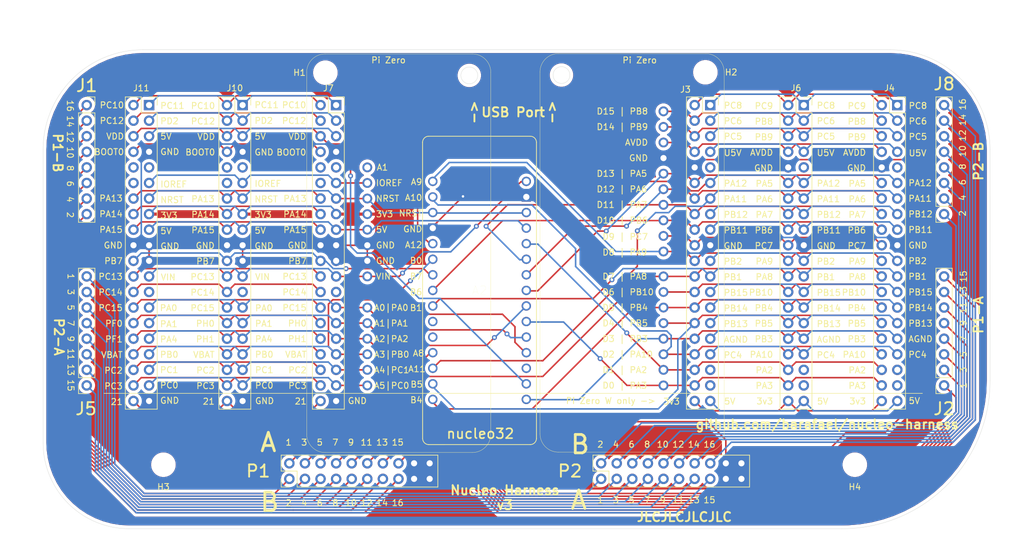
<source format=kicad_pcb>
(kicad_pcb (version 20171130) (host pcbnew 5.1.9)
  (layers (0 F.Cu signal) (31 B.Cu signal) (34 B.Paste user) (35 F.Paste user) (36 B.SilkS user) (37 F.SilkS user) (38 B.Mask user) (39 F.Mask user) (44 Edge.Cuts user))
  (net 0 "")
  (net 1 "Net-(J1-Pad8)")
  (net 2 "Net-(J1-Pad7)")
  (net 3 "Net-(J1-Pad6)")
  (net 4 "Net-(J1-Pad5)")
  (net 5 "Net-(J1-Pad4)")
  (net 6 "Net-(J1-Pad3)")
  (net 7 "Net-(J1-Pad2)")
  (net 8 "Net-(J1-Pad1)")
  (net 9 "Net-(J2-Pad4)")
  (net 10 "Net-(J2-Pad3)")
  (net 11 "Net-(J2-Pad2)")
  (net 12 "Net-(J2-Pad1)")
  (net 13 GND)
  (net 14 PC0)
  (net 15 PC1)
  (net 16 PC2)
  (net 17 PB0)
  (net 18 VBAT)
  (net 19 PA4)
  (net 20 PH1)
  (net 21 PA1)
  (net 22 PH0)
  (net 23 PA0)
  (net 24 PC15)
  (net 25 PC14)
  (net 26 VIN)
  (net 27 PC13)
  (net 28 PB7)
  (net 29 5V)
  (net 30 PA15)
  (net 31 3V3)
  (net 32 PA14)
  (net 33 PA13)
  (net 34 IOREF)
  (net 35 BOOT0)
  (net 36 VDD)
  (net 37 PD2)
  (net 38 PC12)
  (net 39 PC11)
  (net 40 PC3)
  (net 41 PC10)
  (net 42 "Net-(J4-Pad9)")
  (net 43 "Net-(J2-Pad8)")
  (net 44 "Net-(J2-Pad7)")
  (net 45 "Net-(J2-Pad6)")
  (net 46 "Net-(J2-Pad5)")
  (net 47 PA2)
  (net 48 PC4)
  (net 49 PA10)
  (net 50 AGND)
  (net 51 PB3)
  (net 52 PB13)
  (net 53 PB5)
  (net 54 PB14)
  (net 55 PB4)
  (net 56 PB15)
  (net 57 PB10)
  (net 58 PB1)
  (net 59 PA8)
  (net 60 PB2)
  (net 61 PA9)
  (net 62 PC7)
  (net 63 PB6)
  (net 64 PB12)
  (net 65 PA7)
  (net 66 PA11)
  (net 67 PA6)
  (net 68 PA12)
  (net 69 PA5)
  (net 70 AVDD)
  (net 71 PC5)
  (net 72 PB9)
  (net 73 PC6)
  (net 74 PB8)
  (net 75 PC8)
  (net 76 PA3)
  (net 77 PC9)
  (net 78 "Net-(J7-Pad10)")
  (net 79 "Net-(J7-Pad9)")
  (net 80 "Net-(J8-Pad8)")
  (net 81 "Net-(J8-Pad7)")
  (net 82 "Net-(J8-Pad6)")
  (net 83 "Net-(J8-Pad5)")
  (net 84 "Net-(J8-Pad4)")
  (net 85 "Net-(J8-Pad3)")
  (net 86 "Net-(J8-Pad2)")
  (net 87 "Net-(J8-Pad1)")
  (net 88 "Net-(J5-Pad8)")
  (net 89 "Net-(J5-Pad7)")
  (net 90 "Net-(J5-Pad6)")
  (net 91 "Net-(J5-Pad5)")
  (net 92 "Net-(J5-Pad4)")
  (net 93 "Net-(J5-Pad3)")
  (net 94 "Net-(J5-Pad2)")
  (net 95 "Net-(J5-Pad1)")
  (net 96 NRST)
  (net 97 "Net-(J7-Pad25)")
  (net 98 "Net-(J7-Pad12)")
  (net 99 U5V)
  (net 100 PB11)
  (net 101 E5V)
  (net 102 "Net-(J10-Pad25)")
  (net 103 "Net-(J10-Pad12)")
  (net 104 "Net-(J10-Pad10)")
  (net 105 "Net-(J10-Pad9)")
  (net 106 "Net-(J3-Pad37)")
  (net 107 "Net-(J3-Pad35)")
  (net 108 "Net-(J3-Pad9)")
  (net 109 "Net-(J4-Pad37)")
  (net 110 "Net-(J4-Pad35)")
  (net 111 "Net-(J6-Pad37)")
  (net 112 "Net-(J6-Pad35)")
  (net 113 "Net-(J6-Pad9)")
  (net 114 "Net-(J11-Pad25)")
  (net 115 "Net-(J11-Pad12)")
  (net 116 "Net-(J11-Pad10)")
  (net 117 "Net-(J11-Pad9)")
  (net 118 GPIO21)
  (net 119 POW_3v3)
  (net 120 POW_5V)
  (net 121 "Net-(A2-Pad3.11)")
  (net 122 "Net-(A2-Pad3.10)")
  (net 123 VDDA)
  (module nucleo32:nucleo32 (layer F.Cu) (at 134.52 94.41)
    (fp_text reference A2 (at 0 0) (layer F.SilkS) (effects (font (size 1.402378 1.402378) (thickness 0.015))))
    (fp_text value nucleo32 (at 0.127 23.368) (layer F.SilkS) (effects (font (size 1.6 1.6) (thickness 0.25))))
    (pad 4.15 thru_hole circle (at 7.62 17.78) (size 1.53 1.53) (drill 1.02) (layers *.Cu *.Mask) (net 51 PB3))
    (pad 3.15 thru_hole circle (at -7.62 17.78) (size 1.53 1.53) (drill 1.02) (layers *.Cu *.Mask) (net 55 PB4))
    (pad 4.14 thru_hole circle (at 7.62 15.24) (size 1.53 1.53) (drill 1.02) (layers *.Cu *.Mask) (net 36 VDD))
    (pad 3.14 thru_hole circle (at -7.62 15.24) (size 1.53 1.53) (drill 1.02) (layers *.Cu *.Mask) (net 53 PB5))
    (pad 4.13 thru_hole circle (at 7.62 12.7) (size 1.53 1.53) (drill 1.02) (layers *.Cu *.Mask) (net 123 VDDA))
    (pad 3.13 thru_hole circle (at -7.62 12.7) (size 1.53 1.53) (drill 1.02) (layers *.Cu *.Mask) (net 66 PA11))
    (pad 4.12 thru_hole circle (at 7.62 10.16) (size 1.53 1.53) (drill 1.02) (layers *.Cu *.Mask) (net 23 PA0))
    (pad 3.12 thru_hole circle (at -7.62 10.16) (size 1.53 1.53) (drill 1.02) (layers *.Cu *.Mask) (net 59 PA8))
    (pad 4.11 thru_hole circle (at 7.62 7.62) (size 1.53 1.53) (drill 1.02) (layers *.Cu *.Mask) (net 21 PA1))
    (pad 3.11 thru_hole circle (at -7.62 7.62) (size 1.53 1.53) (drill 1.02) (layers *.Cu *.Mask) (net 121 "Net-(A2-Pad3.11)"))
    (pad 4.10 thru_hole circle (at 7.62 5.08) (size 1.53 1.53) (drill 1.02) (layers *.Cu *.Mask) (net 76 PA3))
    (pad 3.10 thru_hole circle (at -7.62 5.08) (size 1.53 1.53) (drill 1.02) (layers *.Cu *.Mask) (net 122 "Net-(A2-Pad3.10)"))
    (pad 4.9 thru_hole circle (at 7.62 2.54) (size 1.53 1.53) (drill 1.02) (layers *.Cu *.Mask) (net 19 PA4))
    (pad 3.9 thru_hole circle (at -7.62 2.54) (size 1.53 1.53) (drill 1.02) (layers *.Cu *.Mask) (net 58 PB1))
    (pad 4.8 thru_hole circle (at 7.62 0) (size 1.53 1.53) (drill 1.02) (layers *.Cu *.Mask) (net 69 PA5))
    (pad 3.8 thru_hole circle (at -7.62 0) (size 1.53 1.53) (drill 1.02) (layers *.Cu *.Mask) (net 63 PB6))
    (pad 4.7 thru_hole circle (at 7.62 -2.54) (size 1.53 1.53) (drill 1.02) (layers *.Cu *.Mask) (net 67 PA6))
    (pad 3.7 thru_hole circle (at -7.62 -2.54) (size 1.53 1.53) (drill 1.02) (layers *.Cu *.Mask) (net 28 PB7))
    (pad 4.6 thru_hole circle (at 7.62 -5.08) (size 1.53 1.53) (drill 1.02) (layers *.Cu *.Mask) (net 65 PA7))
    (pad 3.6 thru_hole circle (at -7.62 -5.08) (size 1.53 1.53) (drill 1.02) (layers *.Cu *.Mask) (net 17 PB0))
    (pad 4.5 thru_hole circle (at 7.62 -7.62) (size 1.53 1.53) (drill 1.02) (layers *.Cu *.Mask) (net 47 PA2))
    (pad 3.5 thru_hole circle (at -7.62 -7.62) (size 1.53 1.53) (drill 1.02) (layers *.Cu *.Mask) (net 68 PA12))
    (pad 4.4 thru_hole circle (at 7.62 -10.16) (size 1.53 1.53) (drill 1.02) (layers *.Cu *.Mask) (net 29 5V))
    (pad 3.4 thru_hole rect (at -7.62 -10.16) (size 1.53 1.53) (drill 1.02) (layers *.Cu *.Mask) (net 13 GND))
    (pad 4.3 thru_hole circle (at 7.62 -12.7) (size 1.53 1.53) (drill 1.02) (layers *.Cu *.Mask) (net 96 NRST))
    (pad 3.3 thru_hole circle (at -7.62 -12.7) (size 1.53 1.53) (drill 1.02) (layers *.Cu *.Mask) (net 96 NRST))
    (pad 4.2 thru_hole rect (at 7.62 -15.24) (size 1.53 1.53) (drill 1.02) (layers *.Cu *.Mask) (net 13 GND))
    (pad 3.2 thru_hole circle (at -7.62 -15.24) (size 1.53 1.53) (drill 1.02) (layers *.Cu *.Mask) (net 49 PA10))
    (pad 4.1 thru_hole custom (at 7.62 -17.78) (size 1.53 1.53) (drill 1.02) (layers *.Cu *.Mask) (net 26 VIN) (options (clearance outline) (anchor circle)) (primitives))
    (pad 3.1 thru_hole custom (at -7.62 -17.78 90) (size 1.53 1.53) (drill 1.02) (layers *.Cu *.Mask) (net 61 PA9) (options (clearance outline) (anchor circle)) (primitives))
  )
  (module Module:Arduino_UNO_R3 (layer B.Cu) (at 116.23 74.35 270)
    (fp_text reference A1 (at 0 -2.455047) (layer F.SilkS))
    (fp_text value Arduino_UNO_R3)
    (pad 16 thru_hole oval (at 33.02 -48.26 180) (size 1.6 1.6) (drill 1) (layers *.Cu *.Mask) (net 47 PA2))
    (pad 15 thru_hole oval (at 35.56 -48.26 180) (size 1.6 1.6) (drill 1) (layers *.Cu *.Mask) (net 76 PA3))
    (pad 30 thru_hole oval (at -4.06 -48.26 180) (size 1.6 1.6) (drill 1) (layers *.Cu *.Mask) (net 70 AVDD))
    (pad 14 thru_hole oval (at 35.56 0 180) (size 1.6 1.6) (drill 1) (layers *.Cu *.Mask) (net 14 PC0))
    (pad 29 thru_hole oval (at -1.52 -48.26 180) (size 1.6 1.6) (drill 1) (layers *.Cu *.Mask) (net 13 GND))
    (pad 13 thru_hole oval (at 33.02 0 180) (size 1.6 1.6) (drill 1) (layers *.Cu *.Mask) (net 15 PC1))
    (pad 28 thru_hole oval (at 1.02 -48.26 180) (size 1.6 1.6) (drill 1) (layers *.Cu *.Mask) (net 69 PA5))
    (pad 12 thru_hole oval (at 30.48 0 180) (size 1.6 1.6) (drill 1) (layers *.Cu *.Mask) (net 17 PB0))
    (pad 27 thru_hole oval (at 3.56 -48.26 180) (size 1.6 1.6) (drill 1) (layers *.Cu *.Mask) (net 67 PA6))
    (pad 11 thru_hole oval (at 27.94 0 180) (size 1.6 1.6) (drill 1) (layers *.Cu *.Mask) (net 19 PA4))
    (pad 26 thru_hole oval (at 6.1 -48.26 180) (size 1.6 1.6) (drill 1) (layers *.Cu *.Mask) (net 65 PA7))
    (pad 10 thru_hole oval (at 25.4 0 180) (size 1.6 1.6) (drill 1) (layers *.Cu *.Mask) (net 21 PA1))
    (pad 25 thru_hole oval (at 8.64 -48.26 180) (size 1.6 1.6) (drill 1) (layers *.Cu *.Mask) (net 63 PB6))
    (pad 9 thru_hole oval (at 22.86 0 180) (size 1.6 1.6) (drill 1) (layers *.Cu *.Mask) (net 23 PA0))
    (pad 24 thru_hole oval (at 11.18 -48.26 180) (size 1.6 1.6) (drill 1) (layers *.Cu *.Mask) (net 62 PC7))
    (pad 8 thru_hole oval (at 17.78 0 180) (size 1.6 1.6) (drill 1) (layers *.Cu *.Mask) (net 26 VIN))
    (pad 23 thru_hole oval (at 13.72 -48.26 180) (size 1.6 1.6) (drill 1) (layers *.Cu *.Mask) (net 61 PA9))
    (pad 7 thru_hole oval (at 15.24 0 180) (size 1.6 1.6) (drill 1) (layers *.Cu *.Mask) (net 13 GND))
    (pad 22 thru_hole oval (at 17.78 -48.26 180) (size 1.6 1.6) (drill 1) (layers *.Cu *.Mask) (net 59 PA8))
    (pad 6 thru_hole oval (at 12.7 0 180) (size 1.6 1.6) (drill 1) (layers *.Cu *.Mask) (net 13 GND))
    (pad 21 thru_hole oval (at 20.32 -48.26 180) (size 1.6 1.6) (drill 1) (layers *.Cu *.Mask) (net 57 PB10))
    (pad 5 thru_hole oval (at 10.16 0 180) (size 1.6 1.6) (drill 1) (layers *.Cu *.Mask) (net 29 5V))
    (pad 20 thru_hole oval (at 22.86 -48.26 180) (size 1.6 1.6) (drill 1) (layers *.Cu *.Mask) (net 55 PB4))
    (pad 4 thru_hole oval (at 7.62 0 180) (size 1.6 1.6) (drill 1) (layers *.Cu *.Mask) (net 31 3V3))
    (pad 19 thru_hole oval (at 25.4 -48.26 180) (size 1.6 1.6) (drill 1) (layers *.Cu *.Mask) (net 53 PB5))
    (pad 3 thru_hole oval (at 5.08 0 180) (size 1.6 1.6) (drill 1) (layers *.Cu *.Mask) (net 96 NRST))
    (pad 18 thru_hole oval (at 27.94 -48.26 180) (size 1.6 1.6) (drill 1) (layers *.Cu *.Mask) (net 51 PB3))
    (pad 2 thru_hole oval (at 2.54 0 180) (size 1.6 1.6) (drill 1) (layers *.Cu *.Mask) (net 34 IOREF))
    (pad 17 thru_hole oval (at 30.48 -48.26 180) (size 1.6 1.6) (drill 1) (layers *.Cu *.Mask) (net 49 PA10))
    (pad 1 thru_hole circle (at 0 0 180) (size 1.6 1.6) (drill 1) (layers *.Cu *.Mask))
    (pad 31 thru_hole oval (at -6.6 -48.26 180) (size 1.6 1.6) (drill 1) (layers *.Cu *.Mask) (net 72 PB9))
    (pad 32 thru_hole oval (at -9.14 -48.26 180) (size 1.6 1.6) (drill 1) (layers *.Cu *.Mask) (net 74 PB8))
  )
  (module MountingHole:MountingHole_3mm (layer F.Cu) (at 171.32 58.84)
    (fp_text reference H2 (at 4.19 0) (layer F.SilkS))
    (fp_text value MountingHole)
    (pad 1 np_thru_hole circle (at 0 0) (size 3 3) (drill 3) (layers *.Cu *.Mask))
  )
  (module MountingHole:MountingHole_3mm (layer F.Cu) (at 109.4 58.9)
    (fp_text reference H1 (at -4.22 0) (layer F.SilkS))
    (fp_text value MountingHole)
    (pad 1 np_thru_hole circle (at 0 0) (size 3 3) (drill 3) (layers *.Cu *.Mask))
  )
  (module Connector_PinSocket_2.54mm:PinSocket_2x20_P2.54mm_Vertical (layer F.Cu) (at 80.67 64.19)
    (fp_text reference J11 (at -1.27 -2.77) (layer F.SilkS))
    (fp_text value Conn_02x20_Odd_Even)
    (pad 40 thru_hole oval (at -2.54 48.26) (size 1.7 1.7) (drill 1) (layers *.Cu *.Mask) (net 118 GPIO21))
    (pad 39 thru_hole oval (at 0 48.26) (size 1.7 1.7) (drill 1) (layers *.Cu *.Mask) (net 13 GND))
    (pad 38 thru_hole oval (at -2.54 45.72) (size 1.7 1.7) (drill 1) (layers *.Cu *.Mask) (net 40 PC3))
    (pad 37 thru_hole oval (at 0 45.72) (size 1.7 1.7) (drill 1) (layers *.Cu *.Mask) (net 14 PC0))
    (pad 36 thru_hole oval (at -2.54 43.18) (size 1.7 1.7) (drill 1) (layers *.Cu *.Mask) (net 16 PC2))
    (pad 35 thru_hole oval (at 0 43.18) (size 1.7 1.7) (drill 1) (layers *.Cu *.Mask) (net 15 PC1))
    (pad 34 thru_hole oval (at -2.54 40.64) (size 1.7 1.7) (drill 1) (layers *.Cu *.Mask) (net 18 VBAT))
    (pad 33 thru_hole oval (at 0 40.64) (size 1.7 1.7) (drill 1) (layers *.Cu *.Mask) (net 17 PB0))
    (pad 32 thru_hole oval (at -2.54 38.1) (size 1.7 1.7) (drill 1) (layers *.Cu *.Mask) (net 20 PH1))
    (pad 31 thru_hole oval (at 0 38.1) (size 1.7 1.7) (drill 1) (layers *.Cu *.Mask) (net 19 PA4))
    (pad 30 thru_hole oval (at -2.54 35.56) (size 1.7 1.7) (drill 1) (layers *.Cu *.Mask) (net 22 PH0))
    (pad 29 thru_hole oval (at 0 35.56) (size 1.7 1.7) (drill 1) (layers *.Cu *.Mask) (net 21 PA1))
    (pad 28 thru_hole oval (at -2.54 33.02) (size 1.7 1.7) (drill 1) (layers *.Cu *.Mask) (net 24 PC15))
    (pad 27 thru_hole oval (at 0 33.02) (size 1.7 1.7) (drill 1) (layers *.Cu *.Mask) (net 23 PA0))
    (pad 26 thru_hole oval (at -2.54 30.48) (size 1.7 1.7) (drill 1) (layers *.Cu *.Mask) (net 25 PC14))
    (pad 25 thru_hole oval (at 0 30.48) (size 1.7 1.7) (drill 1) (layers *.Cu *.Mask) (net 114 "Net-(J11-Pad25)"))
    (pad 24 thru_hole oval (at -2.54 27.94) (size 1.7 1.7) (drill 1) (layers *.Cu *.Mask) (net 27 PC13))
    (pad 23 thru_hole oval (at 0 27.94) (size 1.7 1.7) (drill 1) (layers *.Cu *.Mask) (net 26 VIN))
    (pad 22 thru_hole oval (at -2.54 25.4) (size 1.7 1.7) (drill 1) (layers *.Cu *.Mask) (net 28 PB7))
    (pad 21 thru_hole oval (at 0 25.4) (size 1.7 1.7) (drill 1) (layers *.Cu *.Mask) (net 13 GND))
    (pad 20 thru_hole oval (at -2.54 22.86) (size 1.7 1.7) (drill 1) (layers *.Cu *.Mask) (net 13 GND))
    (pad 19 thru_hole oval (at 0 22.86) (size 1.7 1.7) (drill 1) (layers *.Cu *.Mask) (net 13 GND))
    (pad 18 thru_hole oval (at -2.54 20.32) (size 1.7 1.7) (drill 1) (layers *.Cu *.Mask) (net 30 PA15))
    (pad 17 thru_hole oval (at 0 20.32) (size 1.7 1.7) (drill 1) (layers *.Cu *.Mask) (net 29 5V))
    (pad 16 thru_hole oval (at -2.54 17.78) (size 1.7 1.7) (drill 1) (layers *.Cu *.Mask) (net 32 PA14))
    (pad 15 thru_hole oval (at 0 17.78) (size 1.7 1.7) (drill 1) (layers *.Cu *.Mask) (net 31 3V3))
    (pad 14 thru_hole oval (at -2.54 15.24) (size 1.7 1.7) (drill 1) (layers *.Cu *.Mask) (net 33 PA13))
    (pad 13 thru_hole oval (at 0 15.24) (size 1.7 1.7) (drill 1) (layers *.Cu *.Mask) (net 96 NRST))
    (pad 12 thru_hole oval (at -2.54 12.7) (size 1.7 1.7) (drill 1) (layers *.Cu *.Mask) (net 115 "Net-(J11-Pad12)"))
    (pad 11 thru_hole oval (at 0 12.7) (size 1.7 1.7) (drill 1) (layers *.Cu *.Mask) (net 34 IOREF))
    (pad 10 thru_hole oval (at -2.54 10.16) (size 1.7 1.7) (drill 1) (layers *.Cu *.Mask) (net 116 "Net-(J11-Pad10)"))
    (pad 9 thru_hole oval (at 0 10.16) (size 1.7 1.7) (drill 1) (layers *.Cu *.Mask) (net 117 "Net-(J11-Pad9)"))
    (pad 8 thru_hole oval (at -2.54 7.62) (size 1.7 1.7) (drill 1) (layers *.Cu *.Mask) (net 35 BOOT0))
    (pad 7 thru_hole oval (at 0 7.62) (size 1.7 1.7) (drill 1) (layers *.Cu *.Mask) (net 13 GND))
    (pad 6 thru_hole oval (at -2.54 5.08) (size 1.7 1.7) (drill 1) (layers *.Cu *.Mask) (net 36 VDD))
    (pad 5 thru_hole oval (at 0 5.08) (size 1.7 1.7) (drill 1) (layers *.Cu *.Mask) (net 101 E5V))
    (pad 4 thru_hole oval (at -2.54 2.54) (size 1.7 1.7) (drill 1) (layers *.Cu *.Mask) (net 38 PC12))
    (pad 3 thru_hole oval (at 0 2.54) (size 1.7 1.7) (drill 1) (layers *.Cu *.Mask) (net 37 PD2))
    (pad 2 thru_hole oval (at -2.54 0) (size 1.7 1.7) (drill 1) (layers *.Cu *.Mask) (net 41 PC10))
    (pad 1 thru_hole rect (at 0 0) (size 1.7 1.7) (drill 1) (layers *.Cu *.Mask) (net 39 PC11))
  )
  (module Connector_PinSocket_2.54mm:PinSocket_2x20_P2.54mm_Vertical (layer F.Cu) (at 95.91 64.19)
    (fp_text reference J10 (at -1.27 -2.77) (layer F.SilkS))
    (fp_text value Conn_02x20_Odd_Even)
    (pad 40 thru_hole oval (at -2.54 48.26) (size 1.7 1.7) (drill 1) (layers *.Cu *.Mask) (net 118 GPIO21))
    (pad 39 thru_hole oval (at 0 48.26) (size 1.7 1.7) (drill 1) (layers *.Cu *.Mask) (net 13 GND))
    (pad 38 thru_hole oval (at -2.54 45.72) (size 1.7 1.7) (drill 1) (layers *.Cu *.Mask) (net 40 PC3))
    (pad 37 thru_hole oval (at 0 45.72) (size 1.7 1.7) (drill 1) (layers *.Cu *.Mask) (net 14 PC0))
    (pad 36 thru_hole oval (at -2.54 43.18) (size 1.7 1.7) (drill 1) (layers *.Cu *.Mask) (net 16 PC2))
    (pad 35 thru_hole oval (at 0 43.18) (size 1.7 1.7) (drill 1) (layers *.Cu *.Mask) (net 15 PC1))
    (pad 34 thru_hole oval (at -2.54 40.64) (size 1.7 1.7) (drill 1) (layers *.Cu *.Mask) (net 18 VBAT))
    (pad 33 thru_hole oval (at 0 40.64) (size 1.7 1.7) (drill 1) (layers *.Cu *.Mask) (net 17 PB0))
    (pad 32 thru_hole oval (at -2.54 38.1) (size 1.7 1.7) (drill 1) (layers *.Cu *.Mask) (net 20 PH1))
    (pad 31 thru_hole oval (at 0 38.1) (size 1.7 1.7) (drill 1) (layers *.Cu *.Mask) (net 19 PA4))
    (pad 30 thru_hole oval (at -2.54 35.56) (size 1.7 1.7) (drill 1) (layers *.Cu *.Mask) (net 22 PH0))
    (pad 29 thru_hole oval (at 0 35.56) (size 1.7 1.7) (drill 1) (layers *.Cu *.Mask) (net 21 PA1))
    (pad 28 thru_hole oval (at -2.54 33.02) (size 1.7 1.7) (drill 1) (layers *.Cu *.Mask) (net 24 PC15))
    (pad 27 thru_hole oval (at 0 33.02) (size 1.7 1.7) (drill 1) (layers *.Cu *.Mask) (net 23 PA0))
    (pad 26 thru_hole oval (at -2.54 30.48) (size 1.7 1.7) (drill 1) (layers *.Cu *.Mask) (net 25 PC14))
    (pad 25 thru_hole oval (at 0 30.48) (size 1.7 1.7) (drill 1) (layers *.Cu *.Mask) (net 102 "Net-(J10-Pad25)"))
    (pad 24 thru_hole oval (at -2.54 27.94) (size 1.7 1.7) (drill 1) (layers *.Cu *.Mask) (net 27 PC13))
    (pad 23 thru_hole oval (at 0 27.94) (size 1.7 1.7) (drill 1) (layers *.Cu *.Mask) (net 26 VIN))
    (pad 22 thru_hole oval (at -2.54 25.4) (size 1.7 1.7) (drill 1) (layers *.Cu *.Mask) (net 28 PB7))
    (pad 21 thru_hole oval (at 0 25.4) (size 1.7 1.7) (drill 1) (layers *.Cu *.Mask) (net 13 GND))
    (pad 20 thru_hole oval (at -2.54 22.86) (size 1.7 1.7) (drill 1) (layers *.Cu *.Mask) (net 13 GND))
    (pad 19 thru_hole oval (at 0 22.86) (size 1.7 1.7) (drill 1) (layers *.Cu *.Mask) (net 13 GND))
    (pad 18 thru_hole oval (at -2.54 20.32) (size 1.7 1.7) (drill 1) (layers *.Cu *.Mask) (net 30 PA15))
    (pad 17 thru_hole oval (at 0 20.32) (size 1.7 1.7) (drill 1) (layers *.Cu *.Mask) (net 29 5V))
    (pad 16 thru_hole oval (at -2.54 17.78) (size 1.7 1.7) (drill 1) (layers *.Cu *.Mask) (net 32 PA14))
    (pad 15 thru_hole oval (at 0 17.78) (size 1.7 1.7) (drill 1) (layers *.Cu *.Mask) (net 31 3V3))
    (pad 14 thru_hole oval (at -2.54 15.24) (size 1.7 1.7) (drill 1) (layers *.Cu *.Mask) (net 33 PA13))
    (pad 13 thru_hole oval (at 0 15.24) (size 1.7 1.7) (drill 1) (layers *.Cu *.Mask) (net 96 NRST))
    (pad 12 thru_hole oval (at -2.54 12.7) (size 1.7 1.7) (drill 1) (layers *.Cu *.Mask) (net 103 "Net-(J10-Pad12)"))
    (pad 11 thru_hole oval (at 0 12.7) (size 1.7 1.7) (drill 1) (layers *.Cu *.Mask) (net 34 IOREF))
    (pad 10 thru_hole oval (at -2.54 10.16) (size 1.7 1.7) (drill 1) (layers *.Cu *.Mask) (net 104 "Net-(J10-Pad10)"))
    (pad 9 thru_hole oval (at 0 10.16) (size 1.7 1.7) (drill 1) (layers *.Cu *.Mask) (net 105 "Net-(J10-Pad9)"))
    (pad 8 thru_hole oval (at -2.54 7.62) (size 1.7 1.7) (drill 1) (layers *.Cu *.Mask) (net 35 BOOT0))
    (pad 7 thru_hole oval (at 0 7.62) (size 1.7 1.7) (drill 1) (layers *.Cu *.Mask) (net 13 GND))
    (pad 6 thru_hole oval (at -2.54 5.08) (size 1.7 1.7) (drill 1) (layers *.Cu *.Mask) (net 36 VDD))
    (pad 5 thru_hole oval (at 0 5.08) (size 1.7 1.7) (drill 1) (layers *.Cu *.Mask) (net 101 E5V))
    (pad 4 thru_hole oval (at -2.54 2.54) (size 1.7 1.7) (drill 1) (layers *.Cu *.Mask) (net 38 PC12))
    (pad 3 thru_hole oval (at 0 2.54) (size 1.7 1.7) (drill 1) (layers *.Cu *.Mask) (net 37 PD2))
    (pad 2 thru_hole oval (at -2.54 0) (size 1.7 1.7) (drill 1) (layers *.Cu *.Mask) (net 41 PC10))
    (pad 1 thru_hole rect (at 0 0) (size 1.7 1.7) (drill 1) (layers *.Cu *.Mask) (net 39 PC11))
  )
  (module Connector_PinSocket_2.54mm:PinSocket_2x20_P2.54mm_Vertical (layer F.Cu) (at 111.15 64.19)
    (fp_text reference J7 (at -1.27 -2.77) (layer F.SilkS))
    (fp_text value Conn_02x20_Odd_Even)
    (pad 40 thru_hole oval (at -2.54 48.26) (size 1.7 1.7) (drill 1) (layers *.Cu *.Mask) (net 118 GPIO21))
    (pad 39 thru_hole oval (at 0 48.26) (size 1.7 1.7) (drill 1) (layers *.Cu *.Mask) (net 13 GND))
    (pad 38 thru_hole oval (at -2.54 45.72) (size 1.7 1.7) (drill 1) (layers *.Cu *.Mask) (net 40 PC3))
    (pad 37 thru_hole oval (at 0 45.72) (size 1.7 1.7) (drill 1) (layers *.Cu *.Mask) (net 14 PC0))
    (pad 36 thru_hole oval (at -2.54 43.18) (size 1.7 1.7) (drill 1) (layers *.Cu *.Mask) (net 16 PC2))
    (pad 35 thru_hole oval (at 0 43.18) (size 1.7 1.7) (drill 1) (layers *.Cu *.Mask) (net 15 PC1))
    (pad 34 thru_hole oval (at -2.54 40.64) (size 1.7 1.7) (drill 1) (layers *.Cu *.Mask) (net 18 VBAT))
    (pad 33 thru_hole oval (at 0 40.64) (size 1.7 1.7) (drill 1) (layers *.Cu *.Mask) (net 17 PB0))
    (pad 32 thru_hole oval (at -2.54 38.1) (size 1.7 1.7) (drill 1) (layers *.Cu *.Mask) (net 20 PH1))
    (pad 31 thru_hole oval (at 0 38.1) (size 1.7 1.7) (drill 1) (layers *.Cu *.Mask) (net 19 PA4))
    (pad 30 thru_hole oval (at -2.54 35.56) (size 1.7 1.7) (drill 1) (layers *.Cu *.Mask) (net 22 PH0))
    (pad 29 thru_hole oval (at 0 35.56) (size 1.7 1.7) (drill 1) (layers *.Cu *.Mask) (net 21 PA1))
    (pad 28 thru_hole oval (at -2.54 33.02) (size 1.7 1.7) (drill 1) (layers *.Cu *.Mask) (net 24 PC15))
    (pad 27 thru_hole oval (at 0 33.02) (size 1.7 1.7) (drill 1) (layers *.Cu *.Mask) (net 23 PA0))
    (pad 26 thru_hole oval (at -2.54 30.48) (size 1.7 1.7) (drill 1) (layers *.Cu *.Mask) (net 25 PC14))
    (pad 25 thru_hole oval (at 0 30.48) (size 1.7 1.7) (drill 1) (layers *.Cu *.Mask) (net 97 "Net-(J7-Pad25)"))
    (pad 24 thru_hole oval (at -2.54 27.94) (size 1.7 1.7) (drill 1) (layers *.Cu *.Mask) (net 27 PC13))
    (pad 23 thru_hole oval (at 0 27.94) (size 1.7 1.7) (drill 1) (layers *.Cu *.Mask) (net 26 VIN))
    (pad 22 thru_hole oval (at -2.54 25.4) (size 1.7 1.7) (drill 1) (layers *.Cu *.Mask) (net 28 PB7))
    (pad 21 thru_hole oval (at 0 25.4) (size 1.7 1.7) (drill 1) (layers *.Cu *.Mask) (net 13 GND))
    (pad 20 thru_hole oval (at -2.54 22.86) (size 1.7 1.7) (drill 1) (layers *.Cu *.Mask) (net 13 GND))
    (pad 19 thru_hole oval (at 0 22.86) (size 1.7 1.7) (drill 1) (layers *.Cu *.Mask) (net 13 GND))
    (pad 18 thru_hole oval (at -2.54 20.32) (size 1.7 1.7) (drill 1) (layers *.Cu *.Mask) (net 30 PA15))
    (pad 17 thru_hole oval (at 0 20.32) (size 1.7 1.7) (drill 1) (layers *.Cu *.Mask) (net 29 5V))
    (pad 16 thru_hole oval (at -2.54 17.78) (size 1.7 1.7) (drill 1) (layers *.Cu *.Mask) (net 32 PA14))
    (pad 15 thru_hole oval (at 0 17.78) (size 1.7 1.7) (drill 1) (layers *.Cu *.Mask) (net 31 3V3))
    (pad 14 thru_hole oval (at -2.54 15.24) (size 1.7 1.7) (drill 1) (layers *.Cu *.Mask) (net 33 PA13))
    (pad 13 thru_hole oval (at 0 15.24) (size 1.7 1.7) (drill 1) (layers *.Cu *.Mask) (net 96 NRST))
    (pad 12 thru_hole oval (at -2.54 12.7) (size 1.7 1.7) (drill 1) (layers *.Cu *.Mask) (net 98 "Net-(J7-Pad12)"))
    (pad 11 thru_hole oval (at 0 12.7) (size 1.7 1.7) (drill 1) (layers *.Cu *.Mask) (net 34 IOREF))
    (pad 10 thru_hole oval (at -2.54 10.16) (size 1.7 1.7) (drill 1) (layers *.Cu *.Mask) (net 78 "Net-(J7-Pad10)"))
    (pad 9 thru_hole oval (at 0 10.16) (size 1.7 1.7) (drill 1) (layers *.Cu *.Mask) (net 79 "Net-(J7-Pad9)"))
    (pad 8 thru_hole oval (at -2.54 7.62) (size 1.7 1.7) (drill 1) (layers *.Cu *.Mask) (net 35 BOOT0))
    (pad 7 thru_hole oval (at 0 7.62) (size 1.7 1.7) (drill 1) (layers *.Cu *.Mask) (net 13 GND))
    (pad 6 thru_hole oval (at -2.54 5.08) (size 1.7 1.7) (drill 1) (layers *.Cu *.Mask) (net 36 VDD))
    (pad 5 thru_hole oval (at 0 5.08) (size 1.7 1.7) (drill 1) (layers *.Cu *.Mask) (net 101 E5V))
    (pad 4 thru_hole oval (at -2.54 2.54) (size 1.7 1.7) (drill 1) (layers *.Cu *.Mask) (net 38 PC12))
    (pad 3 thru_hole oval (at 0 2.54) (size 1.7 1.7) (drill 1) (layers *.Cu *.Mask) (net 37 PD2))
    (pad 2 thru_hole oval (at -2.54 0) (size 1.7 1.7) (drill 1) (layers *.Cu *.Mask) (net 41 PC10))
    (pad 1 thru_hole rect (at 0 0) (size 1.7 1.7) (drill 1) (layers *.Cu *.Mask) (net 39 PC11))
  )
  (module Connector_PinSocket_2.54mm:PinSocket_2x20_P2.54mm_Vertical (layer F.Cu) (at 187.35 64.19)
    (fp_text reference J6 (at -1.27 -2.77) (layer F.SilkS))
    (fp_text value Conn_02x20_Odd_Even)
    (pad 40 thru_hole oval (at -2.54 48.26) (size 1.7 1.7) (drill 1) (layers *.Cu *.Mask) (net 119 POW_3v3))
    (pad 39 thru_hole oval (at 0 48.26) (size 1.7 1.7) (drill 1) (layers *.Cu *.Mask) (net 120 POW_5V))
    (pad 38 thru_hole oval (at -2.54 45.72) (size 1.7 1.7) (drill 1) (layers *.Cu *.Mask) (net 76 PA3))
    (pad 37 thru_hole oval (at 0 45.72) (size 1.7 1.7) (drill 1) (layers *.Cu *.Mask) (net 111 "Net-(J6-Pad37)"))
    (pad 36 thru_hole oval (at -2.54 43.18) (size 1.7 1.7) (drill 1) (layers *.Cu *.Mask) (net 47 PA2))
    (pad 35 thru_hole oval (at 0 43.18) (size 1.7 1.7) (drill 1) (layers *.Cu *.Mask) (net 112 "Net-(J6-Pad35)"))
    (pad 34 thru_hole oval (at -2.54 40.64) (size 1.7 1.7) (drill 1) (layers *.Cu *.Mask) (net 49 PA10))
    (pad 33 thru_hole oval (at 0 40.64) (size 1.7 1.7) (drill 1) (layers *.Cu *.Mask) (net 48 PC4))
    (pad 32 thru_hole oval (at -2.54 38.1) (size 1.7 1.7) (drill 1) (layers *.Cu *.Mask) (net 51 PB3))
    (pad 31 thru_hole oval (at 0 38.1) (size 1.7 1.7) (drill 1) (layers *.Cu *.Mask) (net 50 AGND))
    (pad 30 thru_hole oval (at -2.54 35.56) (size 1.7 1.7) (drill 1) (layers *.Cu *.Mask) (net 53 PB5))
    (pad 29 thru_hole oval (at 0 35.56) (size 1.7 1.7) (drill 1) (layers *.Cu *.Mask) (net 52 PB13))
    (pad 28 thru_hole oval (at -2.54 33.02) (size 1.7 1.7) (drill 1) (layers *.Cu *.Mask) (net 55 PB4))
    (pad 27 thru_hole oval (at 0 33.02) (size 1.7 1.7) (drill 1) (layers *.Cu *.Mask) (net 54 PB14))
    (pad 26 thru_hole oval (at -2.54 30.48) (size 1.7 1.7) (drill 1) (layers *.Cu *.Mask) (net 57 PB10))
    (pad 25 thru_hole oval (at 0 30.48) (size 1.7 1.7) (drill 1) (layers *.Cu *.Mask) (net 56 PB15))
    (pad 24 thru_hole oval (at -2.54 27.94) (size 1.7 1.7) (drill 1) (layers *.Cu *.Mask) (net 59 PA8))
    (pad 23 thru_hole oval (at 0 27.94) (size 1.7 1.7) (drill 1) (layers *.Cu *.Mask) (net 58 PB1))
    (pad 22 thru_hole oval (at -2.54 25.4) (size 1.7 1.7) (drill 1) (layers *.Cu *.Mask) (net 61 PA9))
    (pad 21 thru_hole oval (at 0 25.4) (size 1.7 1.7) (drill 1) (layers *.Cu *.Mask) (net 60 PB2))
    (pad 20 thru_hole oval (at -2.54 22.86) (size 1.7 1.7) (drill 1) (layers *.Cu *.Mask) (net 62 PC7))
    (pad 19 thru_hole oval (at 0 22.86) (size 1.7 1.7) (drill 1) (layers *.Cu *.Mask) (net 13 GND))
    (pad 18 thru_hole oval (at -2.54 20.32) (size 1.7 1.7) (drill 1) (layers *.Cu *.Mask) (net 63 PB6))
    (pad 17 thru_hole oval (at 0 20.32) (size 1.7 1.7) (drill 1) (layers *.Cu *.Mask) (net 100 PB11))
    (pad 16 thru_hole oval (at -2.54 17.78) (size 1.7 1.7) (drill 1) (layers *.Cu *.Mask) (net 65 PA7))
    (pad 15 thru_hole oval (at 0 17.78) (size 1.7 1.7) (drill 1) (layers *.Cu *.Mask) (net 64 PB12))
    (pad 14 thru_hole oval (at -2.54 15.24) (size 1.7 1.7) (drill 1) (layers *.Cu *.Mask) (net 67 PA6))
    (pad 13 thru_hole oval (at 0 15.24) (size 1.7 1.7) (drill 1) (layers *.Cu *.Mask) (net 66 PA11))
    (pad 12 thru_hole oval (at -2.54 12.7) (size 1.7 1.7) (drill 1) (layers *.Cu *.Mask) (net 69 PA5))
    (pad 11 thru_hole oval (at 0 12.7) (size 1.7 1.7) (drill 1) (layers *.Cu *.Mask) (net 68 PA12))
    (pad 10 thru_hole oval (at -2.54 10.16) (size 1.7 1.7) (drill 1) (layers *.Cu *.Mask) (net 13 GND))
    (pad 9 thru_hole oval (at 0 10.16) (size 1.7 1.7) (drill 1) (layers *.Cu *.Mask) (net 113 "Net-(J6-Pad9)"))
    (pad 8 thru_hole oval (at -2.54 7.62) (size 1.7 1.7) (drill 1) (layers *.Cu *.Mask) (net 70 AVDD))
    (pad 7 thru_hole oval (at 0 7.62) (size 1.7 1.7) (drill 1) (layers *.Cu *.Mask) (net 99 U5V))
    (pad 6 thru_hole oval (at -2.54 5.08) (size 1.7 1.7) (drill 1) (layers *.Cu *.Mask) (net 72 PB9))
    (pad 5 thru_hole oval (at 0 5.08) (size 1.7 1.7) (drill 1) (layers *.Cu *.Mask) (net 71 PC5))
    (pad 4 thru_hole oval (at -2.54 2.54) (size 1.7 1.7) (drill 1) (layers *.Cu *.Mask) (net 74 PB8))
    (pad 3 thru_hole oval (at 0 2.54) (size 1.7 1.7) (drill 1) (layers *.Cu *.Mask) (net 73 PC6))
    (pad 2 thru_hole oval (at -2.54 0) (size 1.7 1.7) (drill 1) (layers *.Cu *.Mask) (net 77 PC9))
    (pad 1 thru_hole rect (at 0 0) (size 1.7 1.7) (drill 1) (layers *.Cu *.Mask) (net 75 PC8))
  )
  (module Connector_PinSocket_2.54mm:PinSocket_2x20_P2.54mm_Vertical (layer F.Cu) (at 202.59 64.19)
    (fp_text reference J4 (at -1.27 -2.77) (layer F.SilkS))
    (fp_text value Conn_02x20_Odd_Even)
    (pad 40 thru_hole oval (at -2.54 48.26) (size 1.7 1.7) (drill 1) (layers *.Cu *.Mask) (net 119 POW_3v3))
    (pad 39 thru_hole oval (at 0 48.26) (size 1.7 1.7) (drill 1) (layers *.Cu *.Mask) (net 120 POW_5V))
    (pad 38 thru_hole oval (at -2.54 45.72) (size 1.7 1.7) (drill 1) (layers *.Cu *.Mask) (net 76 PA3))
    (pad 37 thru_hole oval (at 0 45.72) (size 1.7 1.7) (drill 1) (layers *.Cu *.Mask) (net 109 "Net-(J4-Pad37)"))
    (pad 36 thru_hole oval (at -2.54 43.18) (size 1.7 1.7) (drill 1) (layers *.Cu *.Mask) (net 47 PA2))
    (pad 35 thru_hole oval (at 0 43.18) (size 1.7 1.7) (drill 1) (layers *.Cu *.Mask) (net 110 "Net-(J4-Pad35)"))
    (pad 34 thru_hole oval (at -2.54 40.64) (size 1.7 1.7) (drill 1) (layers *.Cu *.Mask) (net 49 PA10))
    (pad 33 thru_hole oval (at 0 40.64) (size 1.7 1.7) (drill 1) (layers *.Cu *.Mask) (net 48 PC4))
    (pad 32 thru_hole oval (at -2.54 38.1) (size 1.7 1.7) (drill 1) (layers *.Cu *.Mask) (net 51 PB3))
    (pad 31 thru_hole oval (at 0 38.1) (size 1.7 1.7) (drill 1) (layers *.Cu *.Mask) (net 50 AGND))
    (pad 30 thru_hole oval (at -2.54 35.56) (size 1.7 1.7) (drill 1) (layers *.Cu *.Mask) (net 53 PB5))
    (pad 29 thru_hole oval (at 0 35.56) (size 1.7 1.7) (drill 1) (layers *.Cu *.Mask) (net 52 PB13))
    (pad 28 thru_hole oval (at -2.54 33.02) (size 1.7 1.7) (drill 1) (layers *.Cu *.Mask) (net 55 PB4))
    (pad 27 thru_hole oval (at 0 33.02) (size 1.7 1.7) (drill 1) (layers *.Cu *.Mask) (net 54 PB14))
    (pad 26 thru_hole oval (at -2.54 30.48) (size 1.7 1.7) (drill 1) (layers *.Cu *.Mask) (net 57 PB10))
    (pad 25 thru_hole oval (at 0 30.48) (size 1.7 1.7) (drill 1) (layers *.Cu *.Mask) (net 56 PB15))
    (pad 24 thru_hole oval (at -2.54 27.94) (size 1.7 1.7) (drill 1) (layers *.Cu *.Mask) (net 59 PA8))
    (pad 23 thru_hole oval (at 0 27.94) (size 1.7 1.7) (drill 1) (layers *.Cu *.Mask) (net 58 PB1))
    (pad 22 thru_hole oval (at -2.54 25.4) (size 1.7 1.7) (drill 1) (layers *.Cu *.Mask) (net 61 PA9))
    (pad 21 thru_hole oval (at 0 25.4) (size 1.7 1.7) (drill 1) (layers *.Cu *.Mask) (net 60 PB2))
    (pad 20 thru_hole oval (at -2.54 22.86) (size 1.7 1.7) (drill 1) (layers *.Cu *.Mask) (net 62 PC7))
    (pad 19 thru_hole oval (at 0 22.86) (size 1.7 1.7) (drill 1) (layers *.Cu *.Mask) (net 13 GND))
    (pad 18 thru_hole oval (at -2.54 20.32) (size 1.7 1.7) (drill 1) (layers *.Cu *.Mask) (net 63 PB6))
    (pad 17 thru_hole oval (at 0 20.32) (size 1.7 1.7) (drill 1) (layers *.Cu *.Mask) (net 100 PB11))
    (pad 16 thru_hole oval (at -2.54 17.78) (size 1.7 1.7) (drill 1) (layers *.Cu *.Mask) (net 65 PA7))
    (pad 15 thru_hole oval (at 0 17.78) (size 1.7 1.7) (drill 1) (layers *.Cu *.Mask) (net 64 PB12))
    (pad 14 thru_hole oval (at -2.54 15.24) (size 1.7 1.7) (drill 1) (layers *.Cu *.Mask) (net 67 PA6))
    (pad 13 thru_hole oval (at 0 15.24) (size 1.7 1.7) (drill 1) (layers *.Cu *.Mask) (net 66 PA11))
    (pad 12 thru_hole oval (at -2.54 12.7) (size 1.7 1.7) (drill 1) (layers *.Cu *.Mask) (net 69 PA5))
    (pad 11 thru_hole oval (at 0 12.7) (size 1.7 1.7) (drill 1) (layers *.Cu *.Mask) (net 68 PA12))
    (pad 10 thru_hole oval (at -2.54 10.16) (size 1.7 1.7) (drill 1) (layers *.Cu *.Mask) (net 13 GND))
    (pad 9 thru_hole oval (at 0 10.16) (size 1.7 1.7) (drill 1) (layers *.Cu *.Mask) (net 42 "Net-(J4-Pad9)"))
    (pad 8 thru_hole oval (at -2.54 7.62) (size 1.7 1.7) (drill 1) (layers *.Cu *.Mask) (net 70 AVDD))
    (pad 7 thru_hole oval (at 0 7.62) (size 1.7 1.7) (drill 1) (layers *.Cu *.Mask) (net 99 U5V))
    (pad 6 thru_hole oval (at -2.54 5.08) (size 1.7 1.7) (drill 1) (layers *.Cu *.Mask) (net 72 PB9))
    (pad 5 thru_hole oval (at 0 5.08) (size 1.7 1.7) (drill 1) (layers *.Cu *.Mask) (net 71 PC5))
    (pad 4 thru_hole oval (at -2.54 2.54) (size 1.7 1.7) (drill 1) (layers *.Cu *.Mask) (net 74 PB8))
    (pad 3 thru_hole oval (at 0 2.54) (size 1.7 1.7) (drill 1) (layers *.Cu *.Mask) (net 73 PC6))
    (pad 2 thru_hole oval (at -2.54 0) (size 1.7 1.7) (drill 1) (layers *.Cu *.Mask) (net 77 PC9))
    (pad 1 thru_hole rect (at 0 0) (size 1.7 1.7) (drill 1) (layers *.Cu *.Mask) (net 75 PC8))
  )
  (module Connector_PinSocket_2.54mm:PinSocket_2x20_P2.54mm_Vertical (layer F.Cu) (at 172.11 64.19)
    (fp_text reference J3 (at -4.04 -2.55) (layer F.SilkS))
    (fp_text value Conn_02x20_Odd_Even)
    (pad 40 thru_hole oval (at -2.54 48.26) (size 1.7 1.7) (drill 1) (layers *.Cu *.Mask) (net 119 POW_3v3))
    (pad 39 thru_hole oval (at 0 48.26) (size 1.7 1.7) (drill 1) (layers *.Cu *.Mask) (net 120 POW_5V))
    (pad 38 thru_hole oval (at -2.54 45.72) (size 1.7 1.7) (drill 1) (layers *.Cu *.Mask) (net 76 PA3))
    (pad 37 thru_hole oval (at 0 45.72) (size 1.7 1.7) (drill 1) (layers *.Cu *.Mask) (net 106 "Net-(J3-Pad37)"))
    (pad 36 thru_hole oval (at -2.54 43.18) (size 1.7 1.7) (drill 1) (layers *.Cu *.Mask) (net 47 PA2))
    (pad 35 thru_hole oval (at 0 43.18) (size 1.7 1.7) (drill 1) (layers *.Cu *.Mask) (net 107 "Net-(J3-Pad35)"))
    (pad 34 thru_hole oval (at -2.54 40.64) (size 1.7 1.7) (drill 1) (layers *.Cu *.Mask) (net 49 PA10))
    (pad 33 thru_hole oval (at 0 40.64) (size 1.7 1.7) (drill 1) (layers *.Cu *.Mask) (net 48 PC4))
    (pad 32 thru_hole oval (at -2.54 38.1) (size 1.7 1.7) (drill 1) (layers *.Cu *.Mask) (net 51 PB3))
    (pad 31 thru_hole oval (at 0 38.1) (size 1.7 1.7) (drill 1) (layers *.Cu *.Mask) (net 50 AGND))
    (pad 30 thru_hole oval (at -2.54 35.56) (size 1.7 1.7) (drill 1) (layers *.Cu *.Mask) (net 53 PB5))
    (pad 29 thru_hole oval (at 0 35.56) (size 1.7 1.7) (drill 1) (layers *.Cu *.Mask) (net 52 PB13))
    (pad 28 thru_hole oval (at -2.54 33.02) (size 1.7 1.7) (drill 1) (layers *.Cu *.Mask) (net 55 PB4))
    (pad 27 thru_hole oval (at 0 33.02) (size 1.7 1.7) (drill 1) (layers *.Cu *.Mask) (net 54 PB14))
    (pad 26 thru_hole oval (at -2.54 30.48) (size 1.7 1.7) (drill 1) (layers *.Cu *.Mask) (net 57 PB10))
    (pad 25 thru_hole oval (at 0 30.48) (size 1.7 1.7) (drill 1) (layers *.Cu *.Mask) (net 56 PB15))
    (pad 24 thru_hole oval (at -2.54 27.94) (size 1.7 1.7) (drill 1) (layers *.Cu *.Mask) (net 59 PA8))
    (pad 23 thru_hole oval (at 0 27.94) (size 1.7 1.7) (drill 1) (layers *.Cu *.Mask) (net 58 PB1))
    (pad 22 thru_hole oval (at -2.54 25.4) (size 1.7 1.7) (drill 1) (layers *.Cu *.Mask) (net 61 PA9))
    (pad 21 thru_hole oval (at 0 25.4) (size 1.7 1.7) (drill 1) (layers *.Cu *.Mask) (net 60 PB2))
    (pad 20 thru_hole oval (at -2.54 22.86) (size 1.7 1.7) (drill 1) (layers *.Cu *.Mask) (net 62 PC7))
    (pad 19 thru_hole oval (at 0 22.86) (size 1.7 1.7) (drill 1) (layers *.Cu *.Mask) (net 13 GND))
    (pad 18 thru_hole oval (at -2.54 20.32) (size 1.7 1.7) (drill 1) (layers *.Cu *.Mask) (net 63 PB6))
    (pad 17 thru_hole oval (at 0 20.32) (size 1.7 1.7) (drill 1) (layers *.Cu *.Mask) (net 100 PB11))
    (pad 16 thru_hole oval (at -2.54 17.78) (size 1.7 1.7) (drill 1) (layers *.Cu *.Mask) (net 65 PA7))
    (pad 15 thru_hole oval (at 0 17.78) (size 1.7 1.7) (drill 1) (layers *.Cu *.Mask) (net 64 PB12))
    (pad 14 thru_hole oval (at -2.54 15.24) (size 1.7 1.7) (drill 1) (layers *.Cu *.Mask) (net 67 PA6))
    (pad 13 thru_hole oval (at 0 15.24) (size 1.7 1.7) (drill 1) (layers *.Cu *.Mask) (net 66 PA11))
    (pad 12 thru_hole oval (at -2.54 12.7) (size 1.7 1.7) (drill 1) (layers *.Cu *.Mask) (net 69 PA5))
    (pad 11 thru_hole oval (at 0 12.7) (size 1.7 1.7) (drill 1) (layers *.Cu *.Mask) (net 68 PA12))
    (pad 10 thru_hole oval (at -2.54 10.16) (size 1.7 1.7) (drill 1) (layers *.Cu *.Mask) (net 13 GND))
    (pad 9 thru_hole oval (at 0 10.16) (size 1.7 1.7) (drill 1) (layers *.Cu *.Mask) (net 108 "Net-(J3-Pad9)"))
    (pad 8 thru_hole oval (at -2.54 7.62) (size 1.7 1.7) (drill 1) (layers *.Cu *.Mask) (net 70 AVDD))
    (pad 7 thru_hole oval (at 0 7.62) (size 1.7 1.7) (drill 1) (layers *.Cu *.Mask) (net 99 U5V))
    (pad 6 thru_hole oval (at -2.54 5.08) (size 1.7 1.7) (drill 1) (layers *.Cu *.Mask) (net 72 PB9))
    (pad 5 thru_hole oval (at 0 5.08) (size 1.7 1.7) (drill 1) (layers *.Cu *.Mask) (net 71 PC5))
    (pad 4 thru_hole oval (at -2.54 2.54) (size 1.7 1.7) (drill 1) (layers *.Cu *.Mask) (net 74 PB8))
    (pad 3 thru_hole oval (at 0 2.54) (size 1.7 1.7) (drill 1) (layers *.Cu *.Mask) (net 73 PC6))
    (pad 2 thru_hole oval (at -2.54 0) (size 1.7 1.7) (drill 1) (layers *.Cu *.Mask) (net 77 PC9))
    (pad 1 thru_hole rect (at 0 0) (size 1.7 1.7) (drill 1) (layers *.Cu *.Mask) (net 75 PC8))
  )
  (module MountingHole:MountingHole_3mm (layer F.Cu) (at 195.67 122.84)
    (fp_text reference H4 (at 0 3.62) (layer F.SilkS))
    (fp_text value MountingHole)
    (pad 1 np_thru_hole circle (at 0 0) (size 3 3) (drill 3) (layers *.Cu *.Mask))
  )
  (module MountingHole:MountingHole_3mm (layer F.Cu) (at 83.01 122.84)
    (fp_text reference H3 (at 0 3.62) (layer F.SilkS))
    (fp_text value MountingHole)
    (pad 1 np_thru_hole circle (at 0 0) (size 3 3) (drill 3) (layers *.Cu *.Mask))
  )
  (module Connector_PinSocket_2.54mm:PinSocket_1x08_P2.54mm_Vertical (layer F.Cu) (at 210.21 109.91 180)
    (fp_text reference J2 (at 0 -3.81 180) (layer F.SilkS) (effects (font (size 2 2) (thickness 0.3))))
    (fp_text value Conn_01x08_Female)
    (pad 8 thru_hole oval (at 0 17.78 180) (size 1.7 1.7) (drill 1) (layers *.Cu *.Mask) (net 43 "Net-(J2-Pad8)"))
    (pad 7 thru_hole oval (at 0 15.24 180) (size 1.7 1.7) (drill 1) (layers *.Cu *.Mask) (net 44 "Net-(J2-Pad7)"))
    (pad 6 thru_hole oval (at 0 12.7 180) (size 1.7 1.7) (drill 1) (layers *.Cu *.Mask) (net 45 "Net-(J2-Pad6)"))
    (pad 5 thru_hole oval (at 0 10.16 180) (size 1.7 1.7) (drill 1) (layers *.Cu *.Mask) (net 46 "Net-(J2-Pad5)"))
    (pad 4 thru_hole oval (at 0 7.62 180) (size 1.7 1.7) (drill 1) (layers *.Cu *.Mask) (net 9 "Net-(J2-Pad4)"))
    (pad 3 thru_hole oval (at 0 5.08 180) (size 1.7 1.7) (drill 1) (layers *.Cu *.Mask) (net 10 "Net-(J2-Pad3)"))
    (pad 2 thru_hole oval (at 0 2.54 180) (size 1.7 1.7) (drill 1) (layers *.Cu *.Mask) (net 11 "Net-(J2-Pad2)"))
    (pad 1 thru_hole circle (at 0 0 180) (size 1.7 1.7) (drill 1) (layers *.Cu *.Mask) (net 12 "Net-(J2-Pad1)"))
  )
  (module Connector_PinSocket_2.54mm:PinSocket_1x08_P2.54mm_Vertical (layer F.Cu) (at 210.21 81.97 180)
    (fp_text reference J8 (at -0.01 21.23 180) (layer F.SilkS) (effects (font (size 2 2) (thickness 0.3))))
    (fp_text value Conn_01x08_Female)
    (pad 8 thru_hole oval (at 0 17.78 180) (size 1.7 1.7) (drill 1) (layers *.Cu *.Mask) (net 80 "Net-(J8-Pad8)"))
    (pad 7 thru_hole oval (at 0 15.24 180) (size 1.7 1.7) (drill 1) (layers *.Cu *.Mask) (net 81 "Net-(J8-Pad7)"))
    (pad 6 thru_hole oval (at 0 12.7 180) (size 1.7 1.7) (drill 1) (layers *.Cu *.Mask) (net 82 "Net-(J8-Pad6)"))
    (pad 5 thru_hole oval (at 0 10.16 180) (size 1.7 1.7) (drill 1) (layers *.Cu *.Mask) (net 83 "Net-(J8-Pad5)"))
    (pad 4 thru_hole oval (at 0 7.62 180) (size 1.7 1.7) (drill 1) (layers *.Cu *.Mask) (net 84 "Net-(J8-Pad4)"))
    (pad 3 thru_hole oval (at 0 5.08 180) (size 1.7 1.7) (drill 1) (layers *.Cu *.Mask) (net 85 "Net-(J8-Pad3)"))
    (pad 2 thru_hole oval (at 0 2.54 180) (size 1.7 1.7) (drill 1) (layers *.Cu *.Mask) (net 86 "Net-(J8-Pad2)"))
    (pad 1 thru_hole circle (at 0 0 180) (size 1.7 1.7) (drill 1) (layers *.Cu *.Mask) (net 87 "Net-(J8-Pad1)"))
  )
  (module Connector_PinSocket_2.54mm:PinSocket_1x08_P2.54mm_Vertical (layer F.Cu) (at 70.51 109.91 180)
    (fp_text reference J5 (at 0.112 -3.81) (layer F.SilkS) (effects (font (size 2 2) (thickness 0.3))))
    (fp_text value Conn_01x08_Female)
    (pad 8 thru_hole oval (at 0 17.78 180) (size 1.7 1.7) (drill 1) (layers *.Cu *.Mask) (net 88 "Net-(J5-Pad8)"))
    (pad 7 thru_hole oval (at 0 15.24 180) (size 1.7 1.7) (drill 1) (layers *.Cu *.Mask) (net 89 "Net-(J5-Pad7)"))
    (pad 6 thru_hole oval (at 0 12.7 180) (size 1.7 1.7) (drill 1) (layers *.Cu *.Mask) (net 90 "Net-(J5-Pad6)"))
    (pad 5 thru_hole oval (at 0 10.16 180) (size 1.7 1.7) (drill 1) (layers *.Cu *.Mask) (net 91 "Net-(J5-Pad5)"))
    (pad 4 thru_hole oval (at 0 7.62 180) (size 1.7 1.7) (drill 1) (layers *.Cu *.Mask) (net 92 "Net-(J5-Pad4)"))
    (pad 3 thru_hole oval (at 0 5.08 180) (size 1.7 1.7) (drill 1) (layers *.Cu *.Mask) (net 93 "Net-(J5-Pad3)"))
    (pad 2 thru_hole oval (at 0 2.54 180) (size 1.7 1.7) (drill 1) (layers *.Cu *.Mask) (net 94 "Net-(J5-Pad2)"))
    (pad 1 thru_hole circle (at 0 0 180) (size 1.7 1.7) (drill 1) (layers *.Cu *.Mask) (net 95 "Net-(J5-Pad1)"))
  )
  (module Connector_PinSocket_2.54mm:PinSocket_1x08_P2.54mm_Vertical (layer F.Cu) (at 70.51 64.19)
    (fp_text reference J1 (at 0 -3.18 180) (layer F.SilkS) (effects (font (size 2 2) (thickness 0.3))))
    (fp_text value Conn_01x08_Female)
    (pad 8 thru_hole oval (at 0 17.78) (size 1.7 1.7) (drill 1) (layers *.Cu *.Mask) (net 1 "Net-(J1-Pad8)"))
    (pad 7 thru_hole oval (at 0 15.24) (size 1.7 1.7) (drill 1) (layers *.Cu *.Mask) (net 2 "Net-(J1-Pad7)"))
    (pad 6 thru_hole oval (at 0 12.7) (size 1.7 1.7) (drill 1) (layers *.Cu *.Mask) (net 3 "Net-(J1-Pad6)"))
    (pad 5 thru_hole oval (at 0 10.16) (size 1.7 1.7) (drill 1) (layers *.Cu *.Mask) (net 4 "Net-(J1-Pad5)"))
    (pad 4 thru_hole oval (at 0 7.62) (size 1.7 1.7) (drill 1) (layers *.Cu *.Mask) (net 5 "Net-(J1-Pad4)"))
    (pad 3 thru_hole oval (at 0 5.08) (size 1.7 1.7) (drill 1) (layers *.Cu *.Mask) (net 6 "Net-(J1-Pad3)"))
    (pad 2 thru_hole oval (at 0 2.54) (size 1.7 1.7) (drill 1) (layers *.Cu *.Mask) (net 7 "Net-(J1-Pad2)"))
    (pad 1 thru_hole circle (at 0 0) (size 1.7 1.7) (drill 1) (layers *.Cu *.Mask) (net 8 "Net-(J1-Pad1)"))
  )
  (module Connector_PinHeader_2.54mm:PinHeader_2x10_P2.54mm_Vertical (layer F.Cu) (at 154.33 125.15 90)
    (fp_text reference P2 (at 1.27 -5.08 180) (layer F.SilkS) (effects (font (size 2 2) (thickness 0.3))))
    (fp_text value Conn_02x10_Odd_Even)
    (pad 20 thru_hole rect (at 2.54 22.86 90) (size 1.7 1.7) (drill 1) (layers *.Cu *.Mask) (net 13 GND))
    (pad 19 thru_hole rect (at 0 22.86 90) (size 1.7 1.7) (drill 1) (layers *.Cu *.Mask) (net 13 GND))
    (pad 18 thru_hole rect (at 2.54 20.32 90) (size 1.7 1.7) (drill 1) (layers *.Cu *.Mask) (net 13 GND))
    (pad 17 thru_hole rect (at 0 20.32 90) (size 1.7 1.7) (drill 1) (layers *.Cu *.Mask) (net 13 GND))
    (pad 16 thru_hole oval (at 2.54 17.78 90) (size 1.7 1.7) (drill 1) (layers *.Cu *.Mask) (net 80 "Net-(J8-Pad8)"))
    (pad 15 thru_hole oval (at 0 17.78 90) (size 1.7 1.7) (drill 1) (layers *.Cu *.Mask) (net 95 "Net-(J5-Pad1)"))
    (pad 14 thru_hole oval (at 2.54 15.24 90) (size 1.7 1.7) (drill 1) (layers *.Cu *.Mask) (net 81 "Net-(J8-Pad7)"))
    (pad 13 thru_hole oval (at 0 15.24 90) (size 1.7 1.7) (drill 1) (layers *.Cu *.Mask) (net 94 "Net-(J5-Pad2)"))
    (pad 12 thru_hole oval (at 2.54 12.7 90) (size 1.7 1.7) (drill 1) (layers *.Cu *.Mask) (net 82 "Net-(J8-Pad6)"))
    (pad 11 thru_hole oval (at 0 12.7 90) (size 1.7 1.7) (drill 1) (layers *.Cu *.Mask) (net 93 "Net-(J5-Pad3)"))
    (pad 10 thru_hole oval (at 2.54 10.16 90) (size 1.7 1.7) (drill 1) (layers *.Cu *.Mask) (net 83 "Net-(J8-Pad5)"))
    (pad 9 thru_hole oval (at 0 10.16 90) (size 1.7 1.7) (drill 1) (layers *.Cu *.Mask) (net 92 "Net-(J5-Pad4)"))
    (pad 8 thru_hole oval (at 2.54 7.62 90) (size 1.7 1.7) (drill 1) (layers *.Cu *.Mask) (net 84 "Net-(J8-Pad4)"))
    (pad 7 thru_hole oval (at 0 7.62 90) (size 1.7 1.7) (drill 1) (layers *.Cu *.Mask) (net 91 "Net-(J5-Pad5)"))
    (pad 6 thru_hole oval (at 2.54 5.08 90) (size 1.7 1.7) (drill 1) (layers *.Cu *.Mask) (net 85 "Net-(J8-Pad3)"))
    (pad 5 thru_hole oval (at 0 5.08 90) (size 1.7 1.7) (drill 1) (layers *.Cu *.Mask) (net 90 "Net-(J5-Pad6)"))
    (pad 4 thru_hole oval (at 2.54 2.54 90) (size 1.7 1.7) (drill 1) (layers *.Cu *.Mask) (net 86 "Net-(J8-Pad2)"))
    (pad 3 thru_hole oval (at 0 2.54 90) (size 1.7 1.7) (drill 1) (layers *.Cu *.Mask) (net 89 "Net-(J5-Pad7)"))
    (pad 2 thru_hole oval (at 2.54 0 90) (size 1.7 1.7) (drill 1) (layers *.Cu *.Mask) (net 87 "Net-(J8-Pad1)"))
    (pad 1 thru_hole oval (at 0 0 90) (size 1.7 1.7) (drill 1) (layers *.Cu *.Mask) (net 88 "Net-(J5-Pad8)"))
  )
  (module Connector_PinHeader_2.54mm:PinHeader_2x10_P2.54mm_Vertical (layer F.Cu) (at 103.53 125.15 90)
    (fp_text reference P1 (at 1.27 -5.08 180) (layer F.SilkS) (effects (font (size 2 2) (thickness 0.3))))
    (fp_text value Conn_02x10_Odd_Even)
    (pad 20 thru_hole rect (at 2.54 22.86 90) (size 1.7 1.7) (drill 1) (layers *.Cu *.Mask) (net 13 GND))
    (pad 19 thru_hole rect (at 0 22.86 90) (size 1.7 1.7) (drill 1) (layers *.Cu *.Mask) (net 13 GND))
    (pad 18 thru_hole rect (at 2.54 20.32 90) (size 1.7 1.7) (drill 1) (layers *.Cu *.Mask) (net 13 GND))
    (pad 17 thru_hole rect (at 0 20.32 90) (size 1.7 1.7) (drill 1) (layers *.Cu *.Mask) (net 13 GND))
    (pad 16 thru_hole oval (at 2.54 17.78 90) (size 1.7 1.7) (drill 1) (layers *.Cu *.Mask) (net 43 "Net-(J2-Pad8)"))
    (pad 15 thru_hole oval (at 0 17.78 90) (size 1.7 1.7) (drill 1) (layers *.Cu *.Mask) (net 8 "Net-(J1-Pad1)"))
    (pad 14 thru_hole oval (at 2.54 15.24 90) (size 1.7 1.7) (drill 1) (layers *.Cu *.Mask) (net 44 "Net-(J2-Pad7)"))
    (pad 13 thru_hole oval (at 0 15.24 90) (size 1.7 1.7) (drill 1) (layers *.Cu *.Mask) (net 7 "Net-(J1-Pad2)"))
    (pad 12 thru_hole oval (at 2.54 12.7 90) (size 1.7 1.7) (drill 1) (layers *.Cu *.Mask) (net 45 "Net-(J2-Pad6)"))
    (pad 11 thru_hole oval (at 0 12.7 90) (size 1.7 1.7) (drill 1) (layers *.Cu *.Mask) (net 6 "Net-(J1-Pad3)"))
    (pad 10 thru_hole oval (at 2.54 10.16 90) (size 1.7 1.7) (drill 1) (layers *.Cu *.Mask) (net 46 "Net-(J2-Pad5)"))
    (pad 9 thru_hole oval (at 0 10.16 90) (size 1.7 1.7) (drill 1) (layers *.Cu *.Mask) (net 5 "Net-(J1-Pad4)"))
    (pad 8 thru_hole oval (at 2.54 7.62 90) (size 1.7 1.7) (drill 1) (layers *.Cu *.Mask) (net 9 "Net-(J2-Pad4)"))
    (pad 7 thru_hole oval (at 0 7.62 90) (size 1.7 1.7) (drill 1) (layers *.Cu *.Mask) (net 4 "Net-(J1-Pad5)"))
    (pad 6 thru_hole oval (at 2.54 5.08 90) (size 1.7 1.7) (drill 1) (layers *.Cu *.Mask) (net 10 "Net-(J2-Pad3)"))
    (pad 5 thru_hole oval (at 0 5.08 90) (size 1.7 1.7) (drill 1) (layers *.Cu *.Mask) (net 3 "Net-(J1-Pad6)"))
    (pad 4 thru_hole oval (at 2.54 2.54 90) (size 1.7 1.7) (drill 1) (layers *.Cu *.Mask) (net 11 "Net-(J2-Pad2)"))
    (pad 3 thru_hole oval (at 0 2.54 90) (size 1.7 1.7) (drill 1) (layers *.Cu *.Mask) (net 2 "Net-(J1-Pad7)"))
    (pad 2 thru_hole oval (at 2.54 0 90) (size 1.7 1.7) (drill 1) (layers *.Cu *.Mask) (net 12 "Net-(J2-Pad1)"))
    (pad 1 thru_hole oval (at 0 0 90) (size 1.7 1.7) (drill 1) (layers *.Cu *.Mask) (net 1 "Net-(J1-Pad8)"))
  )
  (gr_text A9 (at 124.241429 76.72) (layer F.SilkS) (effects (font (size 1 1))))
  (gr_text A10 (at 123.765238 79.2875) (layer F.SilkS) (effects (font (size 1 1))))
  (gr_text NRST (at 123.265238 81.84) (layer F.SilkS) (effects (font (size 1 1))))
  (gr_text GND (at 123.622381 84.42) (layer F.SilkS) (effects (font (size 1 1))))
  (gr_text A12 (at 123.765238 86.99) (layer F.SilkS) (effects (font (size 1 1))))
  (gr_text B0 (at 124.17 89.5575) (layer F.SilkS) (effects (font (size 1 1))))
  (gr_text B7 (at 124.17 92.125) (layer F.SilkS) (effects (font (size 1 1))))
  (gr_text B6 (at 124.17 94.6925) (layer F.SilkS) (effects (font (size 1 1))))
  (gr_text B1 (at 124.17 97.26) (layer F.SilkS) (effects (font (size 1 1))))
  (gr_text A8 (at 124.57 104.67) (layer F.SilkS) (effects (font (size 1 1))))
  (gr_text A11 (at 124.3 107.23) (layer F.SilkS) (effects (font (size 1 1))))
  (gr_text B5 (at 124.27 109.74) (layer F.SilkS) (effects (font (size 1 1))))
  (gr_text B4 (at 124.22 112.29) (layer F.SilkS) (effects (font (size 1 1))))
  (gr_arc (start 79.662 71.432) (end 79.662 55.17) (angle -89.99295342) (layer Edge.Cuts) (width 0.05))
  (gr_text PB1 (at 205.894 92.16054) (layer F.SilkS) (effects (font (size 1 1))))
  (gr_text PB11 (at 206.370191 84.52527) (layer F.SilkS) (effects (font (size 1 1))))
  (gr_text AGND (at 206.370191 102.3409) (layer F.SilkS) (effects (font (size 1 1))))
  (gr_text PB2 (at 205.894 89.61545) (layer F.SilkS) (effects (font (size 1 1))))
  (gr_text PA11 (at 206.298762 79.43509) (layer F.SilkS) (effects (font (size 1 1))))
  (gr_text PB12 (at 206.370191 81.98018) (layer F.SilkS) (effects (font (size 1 1))))
  (gr_text PB14 (at 206.370191 97.25072) (layer F.SilkS) (effects (font (size 1 1))))
  (gr_text GND (at 205.941619 87.07036) (layer F.SilkS) (effects (font (size 1 1))))
  (gr_text PC4 (at 205.894 104.886) (layer F.SilkS) (effects (font (size 1 1))))
  (gr_text PB13 (at 206.370191 99.79581) (layer F.SilkS) (effects (font (size 1 1))))
  (gr_text 5V (at 205.37 112.43) (layer F.SilkS) (effects (font (size 1 1))))
  (gr_text PB15 (at 206.370191 94.70563) (layer F.SilkS) (effects (font (size 1 1))))
  (gr_text PA12 (at 206.31 76.89) (layer F.SilkS) (effects (font (size 1 1))))
  (gr_text PC6 (at 205.944 66.825) (layer F.SilkS) (effects (font (size 1 1))))
  (gr_text U5V (at 205.896381 72.02) (layer F.SilkS) (effects (font (size 1 1))))
  (gr_text PC5 (at 205.944 69.35) (layer F.SilkS) (effects (font (size 1 1))))
  (gr_text PC8 (at 205.944 64.3) (layer F.SilkS) (effects (font (size 1 1))))
  (gr_text 3v3 (at 196.134238 112.49064) (layer F.SilkS) (effects (font (size 1 1))))
  (gr_text 5V (at 190.43 112.51) (layer F.SilkS) (effects (font (size 1 1))))
  (gr_text PB11 (at 191.430191 84.60527) (layer F.SilkS) (effects (font (size 1 1))))
  (gr_text PA8 (at 196.06281 92.21247) (layer F.SilkS) (effects (font (size 1 1))))
  (gr_text PB2 (at 190.954 89.69545) (layer F.SilkS) (effects (font (size 1 1))))
  (gr_text PA9 (at 196.06281 89.6777) (layer F.SilkS) (effects (font (size 1 1))))
  (gr_text AGND (at 191.430191 102.4209) (layer F.SilkS) (effects (font (size 1 1))))
  (gr_text AVDD (at 195.610429 71.93431) (layer F.SilkS) (effects (font (size 1 1))))
  (gr_text PB4 (at 195.991381 97.28201) (layer F.SilkS) (effects (font (size 1 1))))
  (gr_text PC9 (at 195.991381 64.33) (layer F.SilkS) (effects (font (size 1 1))))
  (gr_text PC5 (at 190.964 69.31) (layer F.SilkS) (effects (font (size 1 1))))
  (gr_text GND (at 195.943762 74.46908) (layer F.SilkS) (effects (font (size 1 1))))
  (gr_text U5V (at 190.916381 71.98) (layer F.SilkS) (effects (font (size 1 1))))
  (gr_text PA11 (at 191.358762 79.51509) (layer F.SilkS) (effects (font (size 1 1))))
  (gr_text PB12 (at 191.430191 82.06018) (layer F.SilkS) (effects (font (size 1 1))))
  (gr_text PC7 (at 195.991381 87.14293) (layer F.SilkS) (effects (font (size 1 1))))
  (gr_text PA12 (at 191.37 76.97) (layer F.SilkS) (effects (font (size 1 1))))
  (gr_text PA6 (at 196.06281 79.53862) (layer F.SilkS) (effects (font (size 1 1))))
  (gr_text PB3 (at 195.991381 102.35155) (layer F.SilkS) (effects (font (size 1 1))))
  (gr_text PB15 (at 191.430191 94.78563) (layer F.SilkS) (effects (font (size 1 1))))
  (gr_text PA3 (at 196.06281 109.95586) (layer F.SilkS) (effects (font (size 1 1))))
  (gr_text PA7 (at 196.06281 82.07339) (layer F.SilkS) (effects (font (size 1 1))))
  (gr_text PB10 (at 195.515191 94.74724) (layer F.SilkS) (effects (font (size 1 1))))
  (gr_text PC4 (at 190.954 104.966) (layer F.SilkS) (effects (font (size 1 1))))
  (gr_text PB13 (at 191.430191 99.87581) (layer F.SilkS) (effects (font (size 1 1))))
  (gr_text PB9 (at 195.991381 69.39954) (layer F.SilkS) (effects (font (size 1 1))))
  (gr_text PA5 (at 196.06281 77.00385) (layer F.SilkS) (effects (font (size 1 1))))
  (gr_text PB14 (at 191.430191 97.33072) (layer F.SilkS) (effects (font (size 1 1))))
  (gr_text PA2 (at 196.06281 107.42109) (layer F.SilkS) (effects (font (size 1 1))))
  (gr_text PC6 (at 190.964 66.785) (layer F.SilkS) (effects (font (size 1 1))))
  (gr_text PB6 (at 195.991381 84.60816) (layer F.SilkS) (effects (font (size 1 1))))
  (gr_text PB5 (at 195.991381 99.81678) (layer F.SilkS) (effects (font (size 1 1))))
  (gr_text PC8 (at 190.964 64.26) (layer F.SilkS) (effects (font (size 1 1))))
  (gr_text PA10 (at 195.586619 104.88632) (layer F.SilkS) (effects (font (size 1 1))))
  (gr_text GND (at 191.001619 87.15036) (layer F.SilkS) (effects (font (size 1 1))))
  (gr_text PB8 (at 195.991381 66.86477) (layer F.SilkS) (effects (font (size 1 1))))
  (gr_text PB1 (at 190.954 92.24054) (layer F.SilkS) (effects (font (size 1 1))))
  (gr_text "Pi Zero" (at 119.68 56.86) (layer F.SilkS) (effects (font (size 1 1))))
  (gr_text "Pi Zero" (at 160.61 56.87) (layer F.SilkS) (effects (font (size 1 1))))
  (gr_line (start 144.36974 117.79032) (end 144.36974 58.79032) (layer F.SilkS) (width 0.05))
  (gr_line (start 147.36974 55.79032) (end 171.36974 55.79032) (layer F.SilkS) (width 0.05))
  (gr_arc (start 171.36974 58.79032) (end 174.36974 58.79032) (angle -90) (layer F.SilkS) (width 0.05))
  (gr_arc (start 147.36974 58.79032) (end 147.36974 55.79032) (angle -90) (layer F.SilkS) (width 0.05))
  (gr_arc (start 147.36974 117.79032) (end 144.36974 117.79032) (angle -90) (layer F.SilkS) (width 0.05))
  (gr_arc (start 171.36974 117.79032) (end 171.36974 120.79032) (angle -90) (layer F.SilkS) (width 0.05))
  (gr_circle (center 147.86974 59.29032) (end 146.49974 59.26032) (layer Edge.Cuts) (width 0.05))
  (gr_line (start 174.36974 58.79032) (end 174.36974 117.79032) (layer F.SilkS) (width 0.05))
  (gr_line (start 171.36974 120.79032) (end 147.36974 120.79032) (layer F.SilkS) (width 0.05))
  (gr_line (start 136.35026 58.84968) (end 136.35026 117.84968) (layer F.SilkS) (width 0.05))
  (gr_line (start 133.35026 120.84968) (end 109.35026 120.84968) (layer F.SilkS) (width 0.05))
  (gr_arc (start 109.35026 117.84968) (end 106.35026 117.84968) (angle -90) (layer F.SilkS) (width 0.05))
  (gr_arc (start 133.35026 117.84968) (end 133.35026 120.84968) (angle -90) (layer F.SilkS) (width 0.05))
  (gr_arc (start 133.35026 58.84968) (end 136.35026 58.84968) (angle -90) (layer F.SilkS) (width 0.05))
  (gr_arc (start 109.35026 58.84968) (end 109.35026 55.84968) (angle -90) (layer F.SilkS) (width 0.05))
  (gr_circle (center 132.85026 59.34968) (end 134.22026 59.37968) (layer Edge.Cuts) (width 0.05))
  (gr_line (start 106.35026 117.84968) (end 106.35026 58.84968) (layer F.SilkS) (width 0.05))
  (gr_line (start 109.35026 55.84968) (end 133.35026 55.84968) (layer F.SilkS) (width 0.05))
  (gr_text "Pi Zero W only ->" (at 155.88702 112.41444) (layer F.SilkS) (effects (font (size 1 1))))
  (gr_line (start 73.3294 111.2054) (end 206.6794 111.2054) (layer F.SilkS) (width 0.1))
  (gr_text GND (at 114.6044 112.4246) (layer F.SilkS) (effects (font (size 1 1))))
  (gr_text 21 (at 105.376781 112.4996) (layer F.SilkS) (effects (font (size 1 1))))
  (gr_text GND (at 99.488219 112.43984) (layer F.SilkS) (effects (font (size 1 1))))
  (gr_text 21 (at 90.386639 112.52874) (layer F.SilkS) (effects (font (size 1 1))))
  (gr_text GND (at 84.022 112.3754) (layer F.SilkS) (effects (font (size 1 1))))
  (gr_text 21 (at 75.398191 112.58462) (layer F.SilkS) (effects (font (size 1 1))))
  (gr_text 5V (at 175.29 112.51) (layer F.SilkS) (effects (font (size 1 1))))
  (gr_text 3v3 (at 165.80981 112.5262) (layer F.SilkS) (effects (font (size 1 1))))
  (gr_text 3v3 (at 180.994238 112.49064) (layer F.SilkS) (effects (font (size 1 1))))
  (gr_text P1-B (at 65.79 71.99 270) (layer F.SilkS) (effects (font (size 1.5 1.5) (thickness 0.3))))
  (gr_text P2-A (at 65.99 101.99 270) (layer F.SilkS) (effects (font (size 1.5 1.5) (thickness 0.3))))
  (gr_text P1-A (at 215.815 98.415 90) (layer F.SilkS) (effects (font (size 1.5 1.5) (thickness 0.3))))
  (gr_text P2-B (at 215.815 73.34 90) (layer F.SilkS) (effects (font (size 1.5 1.5) (thickness 0.3))))
  (gr_text github.com/barafael/nucleo-harness (at 191.16 116.26) (layer F.SilkS) (effects (font (size 1.5 1.5) (thickness 0.3))))
  (gr_arc (start 193.573 109.148) (end 193.573 133.278) (angle -90) (layer Edge.Cuts) (width 0.05))
  (gr_line (start 217.7 71.43) (end 217.703 109.148) (layer Edge.Cuts) (width 0.05))
  (gr_arc (start 201.438 71.432) (end 217.7 71.432) (angle -89.99295342) (layer Edge.Cuts) (width 0.05))
  (gr_line (start 79.662 55.17) (end 201.44 55.17) (layer Edge.Cuts) (width 0.05))
  (gr_line (start 63.4 119.26) (end 63.4 71.43) (layer Edge.Cuts) (width 0.05))
  (gr_arc (start 77.418 119.25964) (end 63.4 119.26) (angle -89.99852857) (layer Edge.Cuts) (width 0.05))
  (gr_line (start 193.573 133.278) (end 77.418 133.27764) (layer Edge.Cuts) (width 0.05))
  (gr_text "D0 | PA3" (at 158.180381 109.923) (layer F.SilkS) (effects (font (size 1 1))))
  (gr_text "D1 | PA2" (at 158.180381 107.383) (layer F.SilkS) (effects (font (size 1 1))))
  (gr_text "D2 | PA10" (at 158.656572 104.843) (layer F.SilkS) (effects (font (size 1 1))))
  (gr_text "D3 | PB3" (at 158.25181 102.303) (layer F.SilkS) (effects (font (size 1 1))))
  (gr_text "D4 | PB5" (at 158.25181 99.763) (layer F.SilkS) (effects (font (size 1 1))))
  (gr_text "D5 | PB4" (at 158.25181 97.223) (layer F.SilkS) (effects (font (size 1 1))))
  (gr_text "D6 | PB10" (at 158.728 94.683) (layer F.SilkS) (effects (font (size 1 1))))
  (gr_text "D7 | PA8" (at 158.180381 92.143) (layer F.SilkS) (effects (font (size 1 1))))
  (gr_text "D8 | PA9" (at 158.180381 88.206) (layer F.SilkS) (effects (font (size 1 1))))
  (gr_text "D9 | PC7" (at 158.25181 85.666) (layer F.SilkS) (effects (font (size 1 1))))
  (gr_text "D10 | PB6" (at 157.782762 82.986) (layer F.SilkS) (effects (font (size 1 1))))
  (gr_text "D11 | PA7" (at 157.711334 80.446) (layer F.SilkS) (effects (font (size 1 1))))
  (gr_text "D12 | PA6" (at 157.711334 77.906) (layer F.SilkS) (effects (font (size 1 1))))
  (gr_text "D13 | PA5" (at 157.711334 75.366) (layer F.SilkS) (effects (font (size 1 1))))
  (gr_text GND (at 160.425619 72.826) (layer F.SilkS) (effects (font (size 1 1))))
  (gr_text AVDD (at 160.092286 70.286) (layer F.SilkS) (effects (font (size 1 1))))
  (gr_text "D14 | PB9" (at 157.782762 67.746) (layer F.SilkS) (effects (font (size 1 1))))
  (gr_text "D15 | PB8" (at 157.782762 65.206) (layer F.SilkS) (effects (font (size 1 1))))
  (gr_text A5|PC0 (at 120.191429 109.94) (layer F.SilkS) (effects (font (size 1 1))))
  (gr_text -> (at 133.57596 65.3621 90) (layer F.SilkS) (effects (font (size 1.5 1.5) (thickness 0.3))))
  (gr_text -> (at 146.27596 65.3621 90) (layer F.SilkS) (effects (font (size 1.5 1.5) (thickness 0.3))))
  (gr_text PF1 (at 74.94581 102.373967) (layer F.SilkS) (effects (font (size 1 1))))
  (gr_text AGND (at 176.290191 102.4209) (layer F.SilkS) (effects (font (size 1 1))))
  (gr_text B (at 150.901 119.541) (layer F.SilkS) (effects (font (size 3 3) (thickness 0.45))))
  (gr_text PA9 (at 180.92281 89.6777) (layer F.SilkS) (effects (font (size 1 1))))
  (gr_text 13 (at 169.443 128.6) (layer F.SilkS) (effects (font (size 1 1))))
  (gr_text 3V3 (at 99.255362 82.0915) (layer F.SilkS) (effects (font (size 1 1))))
  (gr_text NRST (at 84.410062 79.6469) (layer F.SilkS) (effects (font (size 1 1))))
  (gr_text 11 (at 116.103 119.202) (layer F.SilkS) (effects (font (size 1 1))))
  (gr_text 7 (at 213.385 102.29 90) (layer F.SilkS) (effects (font (size 1 1))))
  (gr_text PB2 (at 175.814 89.69545) (layer F.SilkS) (effects (font (size 1 1))))
  (gr_text 5V (at 83.423872 69.303632) (layer F.SilkS) (effects (font (size 1 1))))
  (gr_text 4 (at 67.808 79.557 270) (layer F.SilkS) (effects (font (size 1 1))))
  (gr_text GND (at 74.826762 87.057989) (layer F.SilkS) (effects (font (size 1 1))))
  (gr_text PA8 (at 180.92281 92.21247) (layer F.SilkS) (effects (font (size 1 1))))
  (gr_text BOOT0 (at 103.85 71.9) (layer F.SilkS) (effects (font (size 1 1))))
  (gr_text PB11 (at 176.290191 84.60527) (layer F.SilkS) (effects (font (size 1 1))))
  (gr_text 6 (at 67.808 77.017 270) (layer F.SilkS) (effects (font (size 1 1))))
  (gr_text 5V (at 118.566 84.51) (layer F.SilkS) (effects (font (size 1 1))))
  (gr_text "Nucleo Harness\nv3" (at 138.64 128.21) (layer F.SilkS) (effects (font (size 1.5 1.5) (thickness 0.3))))
  (gr_text 10 (at 67.808 71.937 270) (layer F.SilkS) (effects (font (size 1 1))))
  (gr_text PH0 (at 89.83902 99.825376) (layer F.SilkS) (effects (font (size 1 1))))
  (gr_text PA15 (at 104.448209 84.534552) (layer F.SilkS) (effects (font (size 1 1))))
  (gr_text GND (at 104.805352 87.076828) (layer F.SilkS) (effects (font (size 1 1))))
  (gr_text PC3 (at 104.852971 109.957312) (layer F.SilkS) (effects (font (size 1 1))))
  (gr_text 1 (at 103.403 119.202) (layer F.SilkS) (effects (font (size 1 1))))
  (gr_text 9 (at 164.363 128.6) (layer F.SilkS) (effects (font (size 1 1))))
  (gr_text PC3 (at 74.874381 110.031956) (layer F.SilkS) (effects (font (size 1 1))))
  (gr_text 8 (at 67.808 74.477 270) (layer F.SilkS) (effects (font (size 1 1))))
  (gr_text A2|PA2 (at 120.12 102.32) (layer F.SilkS) (effects (font (size 1 1))))
  (gr_text PH1 (at 104.829162 102.330484) (layer F.SilkS) (effects (font (size 1 1))))
  (gr_text A3|PB0 (at 120.191429 104.86) (layer F.SilkS) (effects (font (size 1 1))))
  (gr_text 5 (at 108.483 119.202) (layer F.SilkS) (effects (font (size 1 1))))
  (gr_text PF0 (at 74.94581 99.821304) (layer F.SilkS) (effects (font (size 1 1))))
  (gr_text 7 (at 111.023 119.202) (layer F.SilkS) (effects (font (size 1 1))))
  (gr_text PA15 (at 89.458067 84.581344) (layer F.SilkS) (effects (font (size 1 1))))
  (gr_text PB10 (at 180.375191 94.74724) (layer F.SilkS) (effects (font (size 1 1))))
  (gr_text PA7 (at 180.92281 82.07339) (layer F.SilkS) (effects (font (size 1 1))))
  (gr_text A (at 100.101 119.202) (layer F.SilkS) (effects (font (size 3 3) (thickness 0.45))))
  (gr_text PC12 (at 74.61 66.743333) (layer F.SilkS) (effects (font (size 1 1))))
  (gr_text VBAT (at 104.591067 104.87276) (layer F.SilkS) (effects (font (size 1 1))))
  (gr_text VDD (at 104.82619 69.326666) (layer F.SilkS) (effects (font (size 1 1))))
  (gr_text PC1 (at 99.4406 107.39656) (layer F.SilkS) (effects (font (size 1 1))))
  (gr_text 16 (at 121.183 129.066) (layer F.SilkS) (effects (font (size 1 1))))
  (gr_text PC13 (at 104.376781 92.16138) (layer F.SilkS) (effects (font (size 1 1))))
  (gr_text 10 (at 164.363 119.541) (layer F.SilkS) (effects (font (size 1 1))))
  (gr_text PA3 (at 180.92281 109.95586) (layer F.SilkS) (effects (font (size 1 1))))
  (gr_text PC10 (at 104.302381 64.18) (layer F.SilkS) (effects (font (size 1 1))))
  (gr_text VIN (at 118.851714 92.13) (layer F.SilkS) (effects (font (size 1 1))))
  (gr_text 1 (at 213.385 109.91 90) (layer F.SilkS) (effects (font (size 1 1))))
  (gr_text PC3 (at 89.862829 109.988064) (layer F.SilkS) (effects (font (size 1 1))))
  (gr_text BOOT0 (at 74.157619 71.83) (layer F.SilkS) (effects (font (size 1 1))))
  (gr_text PC2 (at 89.862829 107.447392) (layer F.SilkS) (effects (font (size 1 1))))
  (gr_text 5 (at 213.385 104.83 90) (layer F.SilkS) (effects (font (size 1 1))))
  (gr_text PC5 (at 175.824 69.31) (layer F.SilkS) (effects (font (size 1 1))))
  (gr_text PB7 (at 89.862829 89.662688) (layer F.SilkS) (effects (font (size 1 1))))
  (gr_text PC9 (at 180.851381 64.33) (layer F.SilkS) (effects (font (size 1 1))))
  (gr_text GND (at 84.06 87.21) (layer F.SilkS) (effects (font (size 1 1))))
  (gr_text 7 (at 161.823 128.6) (layer F.SilkS) (effects (font (size 1 1))))
  (gr_text JLCJLCJLCJLC (at 167.9 131.37) (layer F.SilkS) (effects (font (size 1.5 1.5) (thickness 0.3))))
  (gr_text 8 (at 111.023 129.066) (layer F.SilkS) (effects (font (size 1 1))))
  (gr_text PD2 (at 83.9953 66.797266) (layer F.SilkS) (effects (font (size 1 1))))
  (gr_text 1 (at 154.203 128.6) (layer F.SilkS) (effects (font (size 1 1))))
  (gr_text PB4 (at 180.851381 97.28201) (layer F.SilkS) (effects (font (size 1 1))))
  (gr_text AVDD (at 180.470429 71.93431) (layer F.SilkS) (effects (font (size 1 1))))
  (gr_text 13 (at 213.385 94.67 90) (layer F.SilkS) (effects (font (size 1 1))))
  (gr_text 10 (at 213.237 71.683 90) (layer F.SilkS) (effects (font (size 1 1))))
  (gr_text GND (at 99.398219 71.88) (layer F.SilkS) (effects (font (size 1 1))))
  (gr_text GND (at 119.185047 89.59) (layer F.SilkS) (effects (font (size 1 1))))
  (gr_text GND (at 99.398219 87.1715) (layer F.SilkS) (effects (font (size 1 1))))
  (gr_text PA13 (at 104.46 79.45) (layer F.SilkS) (effects (font (size 1 1))))
  (gr_text PA2 (at 180.92281 107.42109) (layer F.SilkS) (effects (font (size 1 1))))
  (gr_text 6 (at 159.283 119.541) (layer F.SilkS) (effects (font (size 1 1))))
  (gr_text IOREF (at 119.804095 76.89) (layer F.SilkS) (effects (font (size 1 1))))
  (gr_text PC14 (at 74.398191 94.715978) (layer F.SilkS) (effects (font (size 1 1))))
  (gr_text VIN (at 99.15 92.21) (layer F.SilkS) (effects (font (size 1 1))))
  (gr_text 8 (at 213.237 74.223 90) (layer F.SilkS) (effects (font (size 1 1))))
  (gr_text PA13 (at 89.45 79.5) (layer F.SilkS) (effects (font (size 1 1))))
  (gr_text PC10 (at 74.61 64.2) (layer F.SilkS) (effects (font (size 1 1))))
  (gr_text 5V (at 98.779172 84.65) (layer F.SilkS) (effects (font (size 1 1))))
  (gr_text IOREF (at 84.671967 77.1069) (layer F.SilkS) (effects (font (size 1 1))))
  (gr_text 16 (at 67.808 64.317 270) (layer F.SilkS) (effects (font (size 1 1))))
  (gr_text GND (at 119.185047 87.05) (layer F.SilkS) (effects (font (size 1 1))))
  (gr_text 13 (at 67.908 107.372 270) (layer F.SilkS) (effects (font (size 1 1))))
  (gr_text PC15 (at 89.386639 97.284704) (layer F.SilkS) (effects (font (size 1 1))))
  (gr_text PC14 (at 104.376781 94.703656) (layer F.SilkS) (effects (font (size 1 1))))
  (gr_text 2 (at 154.203 119.541) (layer F.SilkS) (effects (font (size 1 1))))
  (gr_text 9 (at 213.385 99.75 90) (layer F.SilkS) (effects (font (size 1 1))))
  (gr_text A1|PA1 (at 120.12 99.78) (layer F.SilkS) (effects (font (size 1 1))))
  (gr_text PH0 (at 104.829162 99.788208) (layer F.SilkS) (effects (font (size 1 1))))
  (gr_text PB0 (at 83.9553 104.8877) (layer F.SilkS) (effects (font (size 1 1))))
  (gr_text 10 (at 113.563 129.066) (layer F.SilkS) (effects (font (size 1 1))))
  (gr_text PC11 (at 84.471491 64.2909) (layer F.SilkS) (effects (font (size 1 1))))
  (gr_text VDD (at 75.133809 69.286666) (layer F.SilkS) (effects (font (size 1 1))))
  (gr_text PC12 (at 104.302381 66.753333) (layer F.SilkS) (effects (font (size 1 1))))
  (gr_text NRST (at 119.54219 79.43) (layer F.SilkS) (effects (font (size 1 1))))
  (gr_text PB15 (at 176.290191 94.78563) (layer F.SilkS) (effects (font (size 1 1))))
  (gr_text PD2 (at 99.3506 66.737) (layer F.SilkS) (effects (font (size 1 1))))
  (gr_text PB3 (at 180.851381 102.35155) (layer F.SilkS) (effects (font (size 1 1))))
  (gr_text 4 (at 105.943 129.066) (layer F.SilkS) (effects (font (size 1 1))))
  (gr_text 6 (at 108.483 129.066) (layer F.SilkS) (effects (font (size 1 1))))
  (gr_text PC13 (at 89.386639 92.20336) (layer F.SilkS) (effects (font (size 1 1))))
  (gr_text VDD (at 89.978038 69.356966) (layer F.SilkS) (effects (font (size 1 1))))
  (gr_text PA1 (at 83.883872 99.8959) (layer F.SilkS) (effects (font (size 1 1))))
  (gr_text PH1 (at 89.83902 102.366048) (layer F.SilkS) (effects (font (size 1 1))))
  (gr_text 3 (at 213.385 107.37 90) (layer F.SilkS) (effects (font (size 1 1))))
  (gr_text "USB Port " (at 140.56096 65.3621) (layer F.SilkS) (effects (font (size 1.5 1.5) (thickness 0.3))))
  (gr_text 3 (at 105.943 119.202) (layer F.SilkS) (effects (font (size 1 1))))
  (gr_text 11 (at 166.903 128.6) (layer F.SilkS) (effects (font (size 1 1))))
  (gr_text PC2 (at 74.874381 107.479293) (layer F.SilkS) (effects (font (size 1 1))))
  (gr_text PA10 (at 180.446619 104.88632) (layer F.SilkS) (effects (font (size 1 1))))
  (gr_text PA4 (at 99.369172 102.35328) (layer F.SilkS) (effects (font (size 1 1))))
  (gr_text 3 (at 67.908 94.672 270) (layer F.SilkS) (effects (font (size 1 1))))
  (gr_text 3 (at 156.743 128.6) (layer F.SilkS) (effects (font (size 1 1))))
  (gr_text 15 (at 121.183 119.202) (layer F.SilkS) (effects (font (size 1 1))))
  (gr_text 16 (at 213.237 64.063 90) (layer F.SilkS) (effects (font (size 1 1))))
  (gr_text PC14 (at 89.386639 94.744032) (layer F.SilkS) (effects (font (size 1 1))))
  (gr_text 1 (at 67.908 92.132 270) (layer F.SilkS) (effects (font (size 1 1))))
  (gr_text A4|PC1 (at 120.191429 107.4) (layer F.SilkS) (effects (font (size 1 1))))
  (gr_text PC11 (at 99.826791 64.1655) (layer F.SilkS) (effects (font (size 1 1))))
  (gr_text 12 (at 213.237 69.143 90) (layer F.SilkS) (effects (font (size 1 1))))
  (gr_text PC15 (at 74.398191 97.268641) (layer F.SilkS) (effects (font (size 1 1))))
  (gr_text PB7 (at 74.874381 89.610652) (layer F.SilkS) (effects (font (size 1 1))))
  (gr_text 9 (at 67.908 102.292 270) (layer F.SilkS) (effects (font (size 1 1))))
  (gr_text PC8 (at 175.824 64.26) (layer F.SilkS) (effects (font (size 1 1))))
  (gr_text 5 (at 67.908 97.212 270) (layer F.SilkS) (effects (font (size 1 1))))
  (gr_text 6 (at 213.237 76.763 90) (layer F.SilkS) (effects (font (size 1 1))))
  (gr_text 5 (at 159.283 128.6) (layer F.SilkS) (effects (font (size 1 1))))
  (gr_text 3V3 (at 83.910062 82.1869) (layer F.SilkS) (effects (font (size 1 1))))
  (gr_text PA0 (at 99.369172 97.31) (layer F.SilkS) (effects (font (size 1 1))))
  (gr_text 3V3 (at 119.04219 81.97) (layer F.SilkS) (effects (font (size 1 1))))
  (gr_text PA6 (at 180.92281 79.53862) (layer F.SilkS) (effects (font (size 1 1))))
  (gr_text VBAT (at 74.612477 104.92663) (layer F.SilkS) (effects (font (size 1 1))))
  (gr_text PA12 (at 176.23 76.97) (layer F.SilkS) (effects (font (size 1 1))))
  (gr_text 8 (at 161.823 119.541) (layer F.SilkS) (effects (font (size 1 1))))
  (gr_text 12 (at 116.103 129.066) (layer F.SilkS) (effects (font (size 1 1))))
  (gr_text 4 (at 156.743 119.541) (layer F.SilkS) (effects (font (size 1 1))))
  (gr_text PC7 (at 180.851381 87.14293) (layer F.SilkS) (effects (font (size 1 1))))
  (gr_text VIN (at 83.78 92.27) (layer F.SilkS) (effects (font (size 1 1))))
  (gr_text PB12 (at 176.290191 82.06018) (layer F.SilkS) (effects (font (size 1 1))))
  (gr_text GND (at 84.042919 71.81) (layer F.SilkS) (effects (font (size 1 1))))
  (gr_text PA11 (at 176.218762 79.51509) (layer F.SilkS) (effects (font (size 1 1))))
  (gr_text 15 (at 171.983 128.6) (layer F.SilkS) (effects (font (size 1 1))))
  (gr_text U5V (at 175.776381 71.98) (layer F.SilkS) (effects (font (size 1 1))))
  (gr_text GND (at 180.803762 74.46908) (layer F.SilkS) (effects (font (size 1 1))))
  (gr_text PC0 (at 83.9553 109.8795) (layer F.SilkS) (effects (font (size 1 1))))
  (gr_text PB1 (at 175.814 92.24054) (layer F.SilkS) (effects (font (size 1 1))))
  (gr_text 5V (at 83.433872 84.7269) (layer F.SilkS) (effects (font (size 1 1))))
  (gr_text PB8 (at 180.851381 66.86477) (layer F.SilkS) (effects (font (size 1 1))))
  (gr_text GND (at 175.861619 87.15036) (layer F.SilkS) (effects (font (size 1 1))))
  (gr_text PB0 (at 99.4406 104.87492) (layer F.SilkS) (effects (font (size 1 1))))
  (gr_text NRST (at 99.755362 79.5515) (layer F.SilkS) (effects (font (size 1 1))))
  (gr_text B (at 100.315286 128.96) (layer F.SilkS) (effects (font (size 3 3) (thickness 0.45))))
  (gr_text PA15 (at 74.469619 84.505326) (layer F.SilkS) (effects (font (size 1 1))))
  (gr_text PC1 (at 83.9553 107.3836) (layer F.SilkS) (effects (font (size 1 1))))
  (gr_text PC15 (at 104.376781 97.245932) (layer F.SilkS) (effects (font (size 1 1))))
  (gr_text 14 (at 213.237 66.603 90) (layer F.SilkS) (effects (font (size 1 1))))
  (gr_text 9 (at 113.563 119.202) (layer F.SilkS) (effects (font (size 1 1))))
  (gr_text PA14 (at 104.448209 81.992276) (layer F.SilkS) (effects (font (size 1 1))))
  (gr_text 14 (at 169.443 119.541) (layer F.SilkS) (effects (font (size 1 1))))
  (gr_text A (at 150.686714 128.6) (layer F.SilkS) (effects (font (size 3 3) (thickness 0.45))))
  (gr_text 2 (at 67.808 82.097 270) (layer F.SilkS) (effects (font (size 1 1))))
  (gr_text 11 (at 67.908 104.832 270) (layer F.SilkS) (effects (font (size 1 1))))
  (gr_text PB14 (at 176.290191 97.33072) (layer F.SilkS) (effects (font (size 1 1))))
  (gr_text PB7 (at 104.852971 89.619104) (layer F.SilkS) (effects (font (size 1 1))))
  (gr_text PA5 (at 180.92281 77.00385) (layer F.SilkS) (effects (font (size 1 1))))
  (gr_text GND (at 89.81521 87.122016) (layer F.SilkS) (effects (font (size 1 1))))
  (gr_text PB9 (at 180.851381 69.39954) (layer F.SilkS) (effects (font (size 1 1))))
  (gr_text PC0 (at 99.4406 109.9182) (layer F.SilkS) (effects (font (size 1 1))))
  (gr_text 15 (at 213.385 92.13 90) (layer F.SilkS) (effects (font (size 1 1))))
  (gr_text 2 (at 213.237 81.843 90) (layer F.SilkS) (effects (font (size 1 1))))
  (gr_text 12 (at 67.808 69.397 270) (layer F.SilkS) (effects (font (size 1 1))))
  (gr_text PB13 (at 176.290191 99.87581) (layer F.SilkS) (effects (font (size 1 1))))
  (gr_text PA14 (at 74.469619 81.952663) (layer F.SilkS) (effects (font (size 1 1))))
  (gr_text PC2 (at 104.852971 107.415036) (layer F.SilkS) (effects (font (size 1 1))))
  (gr_text PC4 (at 175.814 104.966) (layer F.SilkS) (effects (font (size 1 1))))
  (gr_text VBAT (at 89.600925 104.90672) (layer F.SilkS) (effects (font (size 1 1))))
  (gr_text PA0 (at 83.85 97.28) (layer F.SilkS) (effects (font (size 1 1))))
  (gr_text 13 (at 118.643 119.202) (layer F.SilkS) (effects (font (size 1 1))))
  (gr_text 16 (at 171.983 119.541) (layer F.SilkS) (effects (font (size 1 1))))
  (gr_text 12 (at 166.903 119.541) (layer F.SilkS) (effects (font (size 1 1))))
  (gr_text PA14 (at 89.458067 82.040672) (layer F.SilkS) (effects (font (size 1 1))))
  (gr_text PA1 (at 99.369172 99.83164) (layer F.SilkS) (effects (font (size 1 1))))
  (gr_text PC13 (at 74.398191 92.163315) (layer F.SilkS) (effects (font (size 1 1))))
  (gr_text PB5 (at 180.851381 99.81678) (layer F.SilkS) (effects (font (size 1 1))))
  (gr_text PB6 (at 180.851381 84.60816) (layer F.SilkS) (effects (font (size 1 1))))
  (gr_text 15 (at 67.908 109.912 270) (layer F.SilkS) (effects (font (size 1 1))))
  (gr_text 14 (at 118.643 129.066) (layer F.SilkS) (effects (font (size 1 1))))
  (gr_text BOOT0 (at 89.001848 71.88) (layer F.SilkS) (effects (font (size 1 1))))
  (gr_text 4 (at 213.237 79.303 90) (layer F.SilkS) (effects (font (size 1 1))))
  (gr_text PC10 (at 89.454229 64.3109) (layer F.SilkS) (effects (font (size 1 1))))
  (gr_text PA4 (at 83.883872 102.3918) (layer F.SilkS) (effects (font (size 1 1))))
  (gr_text A0|PA0 (at 120.12 97.24) (layer F.SilkS) (effects (font (size 1 1))))
  (gr_text PC6 (at 175.824 66.785) (layer F.SilkS) (effects (font (size 1 1))))
  (gr_text 11 (at 213.385 97.21 90) (layer F.SilkS) (effects (font (size 1 1))))
  (gr_text PC12 (at 89.454229 66.833933) (layer F.SilkS) (effects (font (size 1 1))))
  (gr_text IOREF (at 100.017267 77.0115) (layer F.SilkS) (effects (font (size 1 1))))
  (gr_text 14 (at 67.808 66.857 270) (layer F.SilkS) (effects (font (size 1 1))))
  (gr_text 7 (at 67.908 99.752 270) (layer F.SilkS) (effects (font (size 1 1))))
  (gr_text 5V (at 98.779172 69.3085) (layer F.SilkS) (effects (font (size 1 1))))
  (gr_text 2 (at 103.403 129.066) (layer F.SilkS) (effects (font (size 1 1))))
  (gr_text PA13 (at 74.469619 79.4) (layer F.SilkS) (effects (font (size 1 1))))
  (segment (start 68.18 84.3) (end 70.51 81.97) (width 0.25) (layer F.Cu) (net 1))
  (segment (start 68.18 115.83) (end 68.18 84.3) (width 0.25) (layer F.Cu) (net 1))
  (segment (start 79.88 127.53) (end 68.18 115.83) (width 0.25) (layer F.Cu) (net 1))
  (segment (start 101.15 127.53) (end 79.88 127.53) (width 0.25) (layer F.Cu) (net 1))
  (segment (start 103.53 125.15) (end 101.15 127.53) (width 0.25) (layer F.Cu) (net 1))
  (segment (start 103.24 127.98) (end 106.07 125.15) (width 0.25) (layer F.Cu) (net 2))
  (segment (start 79.693589 127.98) (end 103.24 127.98) (width 0.25) (layer F.Cu) (net 2))
  (segment (start 67.729989 116.0164) (end 79.693589 127.98) (width 0.25) (layer F.Cu) (net 2))
  (segment (start 70.51 79.43) (end 67.729989 82.210011) (width 0.25) (layer F.Cu) (net 2))
  (segment (start 67.729989 82.210011) (end 67.729989 116.0164) (width 0.25) (layer F.Cu) (net 2))
  (segment (start 103.4264 128.430011) (end 103.426466 128.429945) (width 0.25) (layer F.Cu) (net 3))
  (segment (start 67.279978 80.120022) (end 67.279978 116.2028) (width 0.25) (layer F.Cu) (net 3))
  (segment (start 105.330055 128.429945) (end 108.61 125.15) (width 0.25) (layer F.Cu) (net 3))
  (segment (start 79.507189 128.430011) (end 103.4264 128.430011) (width 0.25) (layer F.Cu) (net 3))
  (segment (start 67.279978 116.2028) (end 79.507189 128.430011) (width 0.25) (layer F.Cu) (net 3))
  (segment (start 103.426466 128.429945) (end 105.330055 128.429945) (width 0.25) (layer F.Cu) (net 3))
  (segment (start 70.51 76.89) (end 67.279978 80.120022) (width 0.25) (layer F.Cu) (net 3))
  (segment (start 66.829967 78.030033) (end 66.829967 116.3892) (width 0.25) (layer F.Cu) (net 4))
  (segment (start 103.6128 128.880022) (end 103.612866 128.879956) (width 0.25) (layer F.Cu) (net 4))
  (segment (start 107.420044 128.879956) (end 111.15 125.15) (width 0.25) (layer F.Cu) (net 4))
  (segment (start 103.612866 128.879956) (end 107.420044 128.879956) (width 0.25) (layer F.Cu) (net 4))
  (segment (start 79.320789 128.880022) (end 103.6128 128.880022) (width 0.25) (layer F.Cu) (net 4))
  (segment (start 66.829967 116.3892) (end 79.320789 128.880022) (width 0.25) (layer F.Cu) (net 4))
  (segment (start 70.51 74.35) (end 66.829967 78.030033) (width 0.25) (layer F.Cu) (net 4))
  (segment (start 109.510033 129.329967) (end 113.69 125.15) (width 0.25) (layer F.Cu) (net 5))
  (segment (start 103.799266 129.329967) (end 109.510033 129.329967) (width 0.25) (layer F.Cu) (net 5))
  (segment (start 70.51 71.81) (end 66.379956 75.940044) (width 0.25) (layer F.Cu) (net 5))
  (segment (start 103.7992 129.330033) (end 103.799266 129.329967) (width 0.25) (layer F.Cu) (net 5))
  (segment (start 66.379956 116.5756) (end 79.134389 129.330033) (width 0.25) (layer F.Cu) (net 5))
  (segment (start 79.134389 129.330033) (end 103.7992 129.330033) (width 0.25) (layer F.Cu) (net 5))
  (segment (start 66.379956 75.940044) (end 66.379956 116.5756) (width 0.25) (layer F.Cu) (net 5))
  (segment (start 103.985666 129.779978) (end 111.600022 129.779978) (width 0.25) (layer F.Cu) (net 6))
  (segment (start 70.51 69.27) (end 65.929945 73.850055) (width 0.25) (layer F.Cu) (net 6))
  (segment (start 65.929945 73.850055) (end 65.929945 116.762) (width 0.25) (layer F.Cu) (net 6))
  (segment (start 103.9856 129.780044) (end 103.985666 129.779978) (width 0.25) (layer F.Cu) (net 6))
  (segment (start 111.600022 129.779978) (end 116.23 125.15) (width 0.25) (layer F.Cu) (net 6))
  (segment (start 78.947989 129.780044) (end 103.9856 129.780044) (width 0.25) (layer F.Cu) (net 6))
  (segment (start 65.929945 116.762) (end 78.947989 129.780044) (width 0.25) (layer F.Cu) (net 6))
  (segment (start 65.479934 116.9484) (end 78.761589 130.230055) (width 0.25) (layer F.Cu) (net 7))
  (segment (start 117.920001 125.999999) (end 118.77 125.15) (width 0.25) (layer F.Cu) (net 7))
  (segment (start 78.761589 130.230055) (end 104.172 130.230055) (width 0.25) (layer F.Cu) (net 7))
  (segment (start 70.51 66.73) (end 65.479934 71.760066) (width 0.25) (layer F.Cu) (net 7))
  (segment (start 65.479934 71.760066) (end 65.479934 116.9484) (width 0.25) (layer F.Cu) (net 7))
  (segment (start 104.172 130.230055) (end 104.172066 130.229989) (width 0.25) (layer F.Cu) (net 7))
  (segment (start 104.172066 130.229989) (end 113.690011 130.229989) (width 0.25) (layer F.Cu) (net 7))
  (segment (start 113.690011 130.229989) (end 117.920001 125.999999) (width 0.25) (layer F.Cu) (net 7))
  (segment (start 65.029923 117.1348) (end 78.575189 130.680066) (width 0.25) (layer F.Cu) (net 8))
  (segment (start 78.575189 130.680066) (end 104.3584 130.680066) (width 0.25) (layer F.Cu) (net 8))
  (segment (start 120.460001 125.999999) (end 121.31 125.15) (width 0.25) (layer F.Cu) (net 8))
  (segment (start 70.51 64.19) (end 65.029923 69.670077) (width 0.25) (layer F.Cu) (net 8))
  (segment (start 104.3584 130.680066) (end 104.358466 130.68) (width 0.25) (layer F.Cu) (net 8))
  (segment (start 104.358466 130.68) (end 115.78 130.68) (width 0.25) (layer F.Cu) (net 8))
  (segment (start 115.78 130.68) (end 120.460001 125.999999) (width 0.25) (layer F.Cu) (net 8))
  (segment (start 65.029923 69.670077) (end 65.029923 117.1348) (width 0.25) (layer F.Cu) (net 8))
  (segment (start 199.404404 128.879956) (end 213.500033 114.784327) (width 0.25) (layer F.Cu) (net 9))
  (segment (start 213.500033 105.580033) (end 211.059999 103.139999) (width 0.25) (layer F.Cu) (net 9))
  (segment (start 213.500033 114.784327) (end 213.500033 105.580033) (width 0.25) (layer F.Cu) (net 9))
  (segment (start 211.059999 103.139999) (end 210.21 102.29) (width 0.25) (layer F.Cu) (net 9))
  (segment (start 138.395593 128.879956) (end 199.404404 128.879956) (width 0.25) (layer F.Cu) (net 9))
  (segment (start 114.429967 119.330033) (end 128.845672 119.330033) (width 0.25) (layer F.Cu) (net 9))
  (segment (start 128.845672 119.330033) (end 138.395593 128.879956) (width 0.25) (layer F.Cu) (net 9))
  (segment (start 111.15 122.61) (end 114.429967 119.330033) (width 0.25) (layer F.Cu) (net 9))
  (segment (start 138.581993 128.429945) (end 199.218005 128.429945) (width 0.25) (layer F.Cu) (net 10))
  (segment (start 112.339978 118.880022) (end 129.032072 118.880022) (width 0.25) (layer F.Cu) (net 10))
  (segment (start 108.61 122.61) (end 112.339978 118.880022) (width 0.25) (layer F.Cu) (net 10))
  (segment (start 211.059999 105.679999) (end 210.21 104.83) (width 0.25) (layer F.Cu) (net 10))
  (segment (start 213.050022 107.670022) (end 211.059999 105.679999) (width 0.25) (layer F.Cu) (net 10))
  (segment (start 129.032072 118.880022) (end 138.581993 128.429945) (width 0.25) (layer F.Cu) (net 10))
  (segment (start 213.050022 114.597928) (end 213.050022 107.670022) (width 0.25) (layer F.Cu) (net 10))
  (segment (start 199.218005 128.429945) (end 213.050022 114.597928) (width 0.25) (layer F.Cu) (net 10))
  (segment (start 138.768393 127.979934) (end 199.031606 127.979934) (width 0.25) (layer F.Cu) (net 11))
  (segment (start 212.600011 109.760011) (end 210.21 107.37) (width 0.25) (layer F.Cu) (net 11))
  (segment (start 212.600011 114.411529) (end 212.600011 109.760011) (width 0.25) (layer F.Cu) (net 11))
  (segment (start 199.031606 127.979934) (end 212.600011 114.411529) (width 0.25) (layer F.Cu) (net 11))
  (segment (start 110.249989 118.430011) (end 129.218472 118.430011) (width 0.25) (layer F.Cu) (net 11))
  (segment (start 106.07 122.61) (end 110.249989 118.430011) (width 0.25) (layer F.Cu) (net 11))
  (segment (start 129.218472 118.430011) (end 138.768393 127.979934) (width 0.25) (layer F.Cu) (net 11))
  (segment (start 129.404872 117.98) (end 108.16 117.98) (width 0.25) (layer F.Cu) (net 12))
  (segment (start 138.954793 127.529923) (end 129.404872 117.98) (width 0.25) (layer F.Cu) (net 12))
  (segment (start 198.845207 127.529923) (end 138.954793 127.529923) (width 0.25) (layer F.Cu) (net 12))
  (segment (start 108.16 117.98) (end 103.53 122.61) (width 0.25) (layer F.Cu) (net 12))
  (segment (start 212.15 114.22513) (end 198.845207 127.529923) (width 0.25) (layer F.Cu) (net 12))
  (segment (start 212.15 111.85) (end 212.15 114.22513) (width 0.25) (layer F.Cu) (net 12))
  (segment (start 210.21 109.91) (end 212.15 111.85) (width 0.25) (layer F.Cu) (net 12))
  (segment (start 123.85 122.61) (end 126.39 122.61) (width 0.25) (layer B.Cu) (net 13))
  (segment (start 126.39 125.15) (end 126.39 122.61) (width 0.25) (layer B.Cu) (net 13))
  (segment (start 123.85 125.15) (end 126.39 125.15) (width 0.25) (layer B.Cu) (net 13))
  (segment (start 123.85 122.61) (end 123.85 125.15) (width 0.25) (layer B.Cu) (net 13))
  (segment (start 116.23 87.05) (end 116.23 89.59) (width 0.25) (layer F.Cu) (net 13))
  (segment (start 116.23 89.59) (end 111.15 89.59) (width 0.25) (layer F.Cu) (net 13))
  (segment (start 111.15 89.59) (end 111.15 87.05) (width 0.25) (layer F.Cu) (net 13))
  (segment (start 108.61 87.05) (end 111.15 87.05) (width 0.25) (layer F.Cu) (net 13))
  (segment (start 111.15 87.05) (end 116.23 87.05) (width 0.25) (layer F.Cu) (net 13))
  (segment (start 93.37 87.05) (end 95.91 87.05) (width 0.25) (layer F.Cu) (net 13))
  (segment (start 95.91 87.05) (end 108.61 87.05) (width 0.25) (layer F.Cu) (net 13))
  (segment (start 95.91 89.59) (end 95.91 87.05) (width 0.25) (layer F.Cu) (net 13))
  (segment (start 93.37 87.05) (end 80.67 87.05) (width 0.25) (layer F.Cu) (net 13))
  (segment (start 80.67 87.05) (end 78.13 87.05) (width 0.25) (layer F.Cu) (net 13))
  (segment (start 80.67 89.59) (end 80.67 87.05) (width 0.25) (layer F.Cu) (net 13))
  (segment (start 80.67 71.81) (end 81.94 70.54) (width 0.25) (layer B.Cu) (net 13))
  (segment (start 94.64 70.54) (end 95.91 71.81) (width 0.25) (layer B.Cu) (net 13))
  (segment (start 81.94 70.54) (end 94.64 70.54) (width 0.25) (layer B.Cu) (net 13))
  (segment (start 95.91 71.81) (end 97.18 70.54) (width 0.25) (layer B.Cu) (net 13))
  (segment (start 109.88 70.54) (end 111.15 71.81) (width 0.25) (layer B.Cu) (net 13))
  (segment (start 97.18 70.54) (end 109.88 70.54) (width 0.25) (layer B.Cu) (net 13))
  (segment (start 187.35 87.05) (end 188.62 85.78) (width 0.25) (layer B.Cu) (net 13))
  (segment (start 201.32 85.78) (end 202.59 87.05) (width 0.25) (layer B.Cu) (net 13))
  (segment (start 188.62 85.78) (end 201.32 85.78) (width 0.25) (layer B.Cu) (net 13))
  (segment (start 172.11 87.05) (end 173.38 85.78) (width 0.25) (layer B.Cu) (net 13))
  (segment (start 186.08 85.78) (end 187.35 87.05) (width 0.25) (layer B.Cu) (net 13))
  (segment (start 173.38 85.78) (end 186.08 85.78) (width 0.25) (layer B.Cu) (net 13))
  (segment (start 169.57 74.35) (end 170.84 73.08) (width 0.25) (layer F.Cu) (net 13))
  (segment (start 183.54 73.08) (end 184.81 74.35) (width 0.25) (layer F.Cu) (net 13))
  (segment (start 170.84 73.08) (end 183.54 73.08) (width 0.25) (layer F.Cu) (net 13))
  (segment (start 168.05 72.83) (end 169.57 74.35) (width 0.25) (layer F.Cu) (net 13))
  (segment (start 164.49 72.83) (end 168.05 72.83) (width 0.25) (layer F.Cu) (net 13))
  (segment (start 184.81 74.35) (end 186.08 73.08) (width 0.25) (layer F.Cu) (net 13))
  (segment (start 198.78 73.08) (end 200.05 74.35) (width 0.25) (layer F.Cu) (net 13))
  (segment (start 186.08 73.08) (end 198.78 73.08) (width 0.25) (layer F.Cu) (net 13))
  (segment (start 174.65 122.61) (end 177.19 122.61) (width 0.25) (layer B.Cu) (net 13))
  (segment (start 177.19 125.15) (end 177.19 122.61) (width 0.25) (layer B.Cu) (net 13))
  (segment (start 174.65 125.15) (end 177.19 125.15) (width 0.25) (layer B.Cu) (net 13))
  (segment (start 174.65 125.15) (end 174.65 122.61) (width 0.25) (layer B.Cu) (net 13))
  (segment (start 80.67 112.45) (end 89.95116 112.45) (width 0.25) (layer B.Cu) (net 13))
  (segment (start 89.95116 112.45) (end 91.71646 114.2153) (width 0.25) (layer B.Cu) (net 13))
  (segment (start 94.1447 114.2153) (end 95.91 112.45) (width 0.25) (layer B.Cu) (net 13))
  (segment (start 91.71646 114.2153) (end 94.1447 114.2153) (width 0.25) (layer B.Cu) (net 13))
  (segment (start 111.15 112.45) (end 109.8673 111.1673) (width 0.25) (layer B.Cu) (net 13))
  (segment (start 97.1927 111.1673) (end 95.91 112.45) (width 0.25) (layer B.Cu) (net 13))
  (segment (start 109.8673 111.1673) (end 97.1927 111.1673) (width 0.25) (layer B.Cu) (net 13))
  (segment (start 80.67 71.81) (end 79.40762 73.07238) (width 0.25) (layer B.Cu) (net 13))
  (segment (start 79.40762 85.77238) (end 78.13 87.05) (width 0.25) (layer B.Cu) (net 13))
  (segment (start 79.40762 73.07238) (end 79.40762 85.77238) (width 0.25) (layer B.Cu) (net 13))
  (segment (start 123.71 87.05) (end 126.47 84.29) (width 0.25) (layer B.Cu) (net 13))
  (segment (start 116.23 87.05) (end 123.71 87.05) (width 0.25) (layer B.Cu) (net 13))
  (via (at 131.82 79.08) (size 0.8) (drill 0.4) (layers F.Cu B.Cu) (net 13))
  (segment (start 132.92 77.98) (end 131.82 79.08) (width 0.25) (layer B.Cu) (net 13))
  (segment (start 144.37 77.98) (end 132.92 77.98) (width 0.25) (layer B.Cu) (net 13))
  (segment (start 126.61 84.29) (end 126.47 84.29) (width 0.25) (layer F.Cu) (net 13))
  (segment (start 131.82 79.08) (end 126.61 84.29) (width 0.25) (layer F.Cu) (net 13))
  (segment (start 177.19 122.61) (end 177.33 122.61) (width 0.25) (layer B.Cu) (net 13))
  (segment (start 116.23 89.59) (end 113.15 92.67) (width 0.25) (layer B.Cu) (net 13))
  (segment (start 113.15 110.45) (end 111.15 112.45) (width 0.25) (layer B.Cu) (net 13))
  (segment (start 113.15 92.67) (end 113.15 110.45) (width 0.25) (layer B.Cu) (net 13))
  (segment (start 143.34 77.98) (end 144.37 77.98) (width 0.25) (layer B.Cu) (net 13))
  (segment (start 142.07 79.25) (end 143.34 77.98) (width 0.25) (layer B.Cu) (net 13))
  (segment (start 112.17 72.83) (end 111.15 71.81) (width 0.25) (layer B.Cu) (net 13))
  (segment (start 164.49 72.83) (end 112.17 72.83) (width 0.25) (layer B.Cu) (net 13))
  (segment (start 164.49 72.83) (end 164.54 72.83) (width 0.25) (layer B.Cu) (net 13))
  (segment (start 155.21 88.82) (end 144.37 77.98) (width 0.25) (layer B.Cu) (net 13))
  (segment (start 155.21 88.82) (end 155.23 88.82) (width 0.25) (layer B.Cu) (net 13))
  (segment (start 155.23 88.82) (end 155.96 89.55) (width 0.25) (layer B.Cu) (net 13))
  (segment (start 165.73 89.55) (end 155.96 89.55) (width 0.25) (layer B.Cu) (net 13))
  (segment (start 170.82 88.34) (end 166.94 88.34) (width 0.25) (layer B.Cu) (net 13))
  (segment (start 172.11 87.05) (end 170.82 88.34) (width 0.25) (layer B.Cu) (net 13))
  (segment (start 166.94 88.34) (end 165.73 89.55) (width 0.25) (layer B.Cu) (net 13))
  (segment (start 120.42 112.45) (end 111.15 112.45) (width 0.25) (layer B.Cu) (net 13))
  (segment (start 123.85 115.88) (end 120.42 112.45) (width 0.25) (layer B.Cu) (net 13))
  (segment (start 123.85 122.61) (end 123.85 115.88) (width 0.25) (layer B.Cu) (net 13))
  (segment (start 205.15 84.49) (end 202.59 87.05) (width 0.25) (layer F.Cu) (net 13))
  (segment (start 205.15 74.37) (end 205.15 84.49) (width 0.25) (layer F.Cu) (net 13))
  (segment (start 203.86 73.08) (end 205.15 74.37) (width 0.25) (layer F.Cu) (net 13))
  (segment (start 201.32 73.08) (end 203.86 73.08) (width 0.25) (layer F.Cu) (net 13))
  (segment (start 200.05 74.35) (end 201.32 73.08) (width 0.25) (layer F.Cu) (net 13))
  (segment (start 205.15 89.61) (end 202.59 87.05) (width 0.25) (layer F.Cu) (net 13))
  (segment (start 205.15 113.05) (end 205.15 89.61) (width 0.25) (layer F.Cu) (net 13))
  (segment (start 200.57 117.63) (end 205.15 113.05) (width 0.25) (layer F.Cu) (net 13))
  (segment (start 194.21 117.63) (end 200.57 117.63) (width 0.25) (layer F.Cu) (net 13))
  (segment (start 189.23 122.61) (end 194.21 117.63) (width 0.25) (layer F.Cu) (net 13))
  (segment (start 177.19 122.61) (end 189.23 122.61) (width 0.25) (layer F.Cu) (net 13))
  (segment (start 171.68 115.82) (end 174.65 118.79) (width 0.25) (layer F.Cu) (net 13))
  (segment (start 123.79 115.82) (end 171.68 115.82) (width 0.25) (layer F.Cu) (net 13))
  (segment (start 120.42 112.45) (end 123.79 115.82) (width 0.25) (layer F.Cu) (net 13))
  (segment (start 174.65 118.79) (end 174.65 122.61) (width 0.25) (layer F.Cu) (net 13))
  (segment (start 111.15 112.45) (end 120.42 112.45) (width 0.25) (layer F.Cu) (net 13))
  (segment (start 114.44 85.26) (end 116.23 87.05) (width 0.25) (layer B.Cu) (net 13))
  (segment (start 114.44 75.1) (end 114.44 85.26) (width 0.25) (layer B.Cu) (net 13))
  (segment (start 111.15 71.81) (end 114.44 75.1) (width 0.25) (layer B.Cu) (net 13))
  (segment (start 75.99 89.19) (end 78.13 87.05) (width 0.25) (layer B.Cu) (net 13))
  (segment (start 77.35 114.22) (end 75.99 112.86) (width 0.25) (layer B.Cu) (net 13))
  (segment (start 78.9 114.22) (end 77.35 114.22) (width 0.25) (layer B.Cu) (net 13))
  (segment (start 75.99 112.86) (end 75.99 89.19) (width 0.25) (layer B.Cu) (net 13))
  (segment (start 80.67 112.45) (end 78.9 114.22) (width 0.25) (layer B.Cu) (net 13))
  (segment (start 80.67 109.91) (end 81.94 108.64) (width 0.25) (layer B.Cu) (net 14))
  (segment (start 94.64 108.64) (end 95.91 109.91) (width 0.25) (layer B.Cu) (net 14))
  (segment (start 81.94 108.64) (end 94.64 108.64) (width 0.25) (layer B.Cu) (net 14))
  (segment (start 95.91 109.91) (end 97.18 108.64) (width 0.25) (layer B.Cu) (net 14))
  (segment (start 109.88 108.64) (end 111.15 109.91) (width 0.25) (layer B.Cu) (net 14))
  (segment (start 97.18 108.64) (end 109.88 108.64) (width 0.25) (layer B.Cu) (net 14))
  (segment (start 111.15 109.91) (end 116.23 109.91) (width 0.25) (layer F.Cu) (net 14))
  (segment (start 80.67 107.37) (end 81.94 106.1) (width 0.25) (layer B.Cu) (net 15))
  (segment (start 94.64 106.1) (end 95.91 107.37) (width 0.25) (layer B.Cu) (net 15))
  (segment (start 81.94 106.1) (end 94.64 106.1) (width 0.25) (layer B.Cu) (net 15))
  (segment (start 95.91 107.37) (end 97.18 106.1) (width 0.25) (layer B.Cu) (net 15))
  (segment (start 109.88 106.1) (end 111.15 107.37) (width 0.25) (layer B.Cu) (net 15))
  (segment (start 97.18 106.1) (end 109.88 106.1) (width 0.25) (layer B.Cu) (net 15))
  (segment (start 116.23 107.37) (end 111.15 107.37) (width 0.25) (layer F.Cu) (net 15))
  (segment (start 78.13 107.37) (end 79.4 106.1) (width 0.25) (layer F.Cu) (net 16))
  (segment (start 92.1 106.1) (end 93.37 107.37) (width 0.25) (layer F.Cu) (net 16))
  (segment (start 79.4 106.1) (end 92.1 106.1) (width 0.25) (layer F.Cu) (net 16))
  (segment (start 93.37 107.37) (end 94.64 106.1) (width 0.25) (layer F.Cu) (net 16))
  (segment (start 107.34 106.1) (end 108.61 107.37) (width 0.25) (layer F.Cu) (net 16))
  (segment (start 94.64 106.1) (end 107.34 106.1) (width 0.25) (layer F.Cu) (net 16))
  (segment (start 80.67 104.83) (end 81.94 103.56) (width 0.25) (layer B.Cu) (net 17))
  (segment (start 94.64 103.56) (end 95.91 104.83) (width 0.25) (layer B.Cu) (net 17))
  (segment (start 81.94 103.56) (end 94.64 103.56) (width 0.25) (layer B.Cu) (net 17))
  (segment (start 95.91 104.83) (end 97.18 103.56) (width 0.25) (layer B.Cu) (net 17))
  (segment (start 109.88 103.56) (end 111.15 104.83) (width 0.25) (layer B.Cu) (net 17))
  (segment (start 97.18 103.56) (end 109.88 103.56) (width 0.25) (layer B.Cu) (net 17))
  (segment (start 111.15 104.83) (end 116.23 104.83) (width 0.25) (layer F.Cu) (net 17))
  (segment (start 110.6 95.94) (end 120.15 95.94) (width 0.25) (layer F.Cu) (net 17))
  (segment (start 120.15 95.94) (end 123.25766 92.83234) (width 0.25) (layer F.Cu) (net 17))
  (segment (start 109.9 96.64) (end 110.6 95.94) (width 0.25) (layer F.Cu) (net 17))
  (segment (start 109.9 103.58) (end 109.9 96.64) (width 0.25) (layer F.Cu) (net 17))
  (segment (start 111.15 104.83) (end 109.9 103.58) (width 0.25) (layer F.Cu) (net 17))
  (segment (start 126.83 89.41) (end 123.40766 92.83234) (width 0.25) (layer B.Cu) (net 17))
  (segment (start 123.40766 92.83234) (end 123.25766 92.83234) (width 0.25) (layer B.Cu) (net 17))
  (via (at 123.25766 92.83234) (size 0.8) (drill 0.4) (layers F.Cu B.Cu) (net 17))
  (segment (start 78.13 104.83) (end 79.4 103.56) (width 0.25) (layer F.Cu) (net 18))
  (segment (start 92.1 103.56) (end 93.37 104.83) (width 0.25) (layer F.Cu) (net 18))
  (segment (start 79.4 103.56) (end 92.1 103.56) (width 0.25) (layer F.Cu) (net 18))
  (segment (start 93.37 104.83) (end 94.64 103.56) (width 0.25) (layer F.Cu) (net 18))
  (segment (start 107.34 103.56) (end 108.61 104.83) (width 0.25) (layer F.Cu) (net 18))
  (segment (start 94.64 103.56) (end 107.34 103.56) (width 0.25) (layer F.Cu) (net 18))
  (segment (start 80.67 102.29) (end 81.94 101.02) (width 0.25) (layer B.Cu) (net 19))
  (segment (start 94.64 101.02) (end 95.91 102.29) (width 0.25) (layer B.Cu) (net 19))
  (segment (start 81.94 101.02) (end 94.64 101.02) (width 0.25) (layer B.Cu) (net 19))
  (segment (start 95.91 102.29) (end 97.18 101.02) (width 0.25) (layer B.Cu) (net 19))
  (segment (start 109.88 101.02) (end 111.15 102.29) (width 0.25) (layer B.Cu) (net 19))
  (segment (start 97.18 101.02) (end 109.88 101.02) (width 0.25) (layer B.Cu) (net 19))
  (segment (start 111.15 102.29) (end 116.23 102.29) (width 0.25) (layer F.Cu) (net 19))
  (via (at 136.94 102.1) (size 0.8) (drill 0.4) (layers F.Cu B.Cu) (net 19))
  (segment (start 141.82 97.03) (end 142.07 97.03) (width 0.25) (layer B.Cu) (net 19))
  (segment (start 142.07 97.03) (end 137 102.1) (width 0.25) (layer B.Cu) (net 19))
  (segment (start 117.33 103.39) (end 135.65 103.39) (width 0.25) (layer F.Cu) (net 19))
  (segment (start 135.65 103.39) (end 136.94 102.1) (width 0.25) (layer F.Cu) (net 19))
  (segment (start 116.23 102.29) (end 117.33 103.39) (width 0.25) (layer F.Cu) (net 19))
  (segment (start 78.13 102.29) (end 79.4 101.02) (width 0.25) (layer F.Cu) (net 20))
  (segment (start 92.1 101.02) (end 93.37 102.29) (width 0.25) (layer F.Cu) (net 20))
  (segment (start 79.4 101.02) (end 92.1 101.02) (width 0.25) (layer F.Cu) (net 20))
  (segment (start 93.37 102.29) (end 94.64 101.02) (width 0.25) (layer F.Cu) (net 20))
  (segment (start 107.34 101.02) (end 108.61 102.29) (width 0.25) (layer F.Cu) (net 20))
  (segment (start 94.64 101.02) (end 107.34 101.02) (width 0.25) (layer F.Cu) (net 20))
  (segment (start 80.67 99.75) (end 81.94 98.48) (width 0.25) (layer B.Cu) (net 21))
  (segment (start 94.64 98.48) (end 95.91 99.75) (width 0.25) (layer B.Cu) (net 21))
  (segment (start 81.94 98.48) (end 94.64 98.48) (width 0.25) (layer B.Cu) (net 21))
  (segment (start 95.91 99.75) (end 97.18 98.48) (width 0.25) (layer B.Cu) (net 21))
  (segment (start 109.88 98.48) (end 111.15 99.75) (width 0.25) (layer B.Cu) (net 21))
  (segment (start 97.18 98.48) (end 109.88 98.48) (width 0.25) (layer B.Cu) (net 21))
  (segment (start 116.23 99.75) (end 111.15 99.75) (width 0.25) (layer F.Cu) (net 21))
  (via (at 138.99 101.51) (size 0.8) (drill 0.4) (layers F.Cu B.Cu) (net 21))
  (segment (start 116.23 99.75) (end 117.33 100.85) (width 0.25) (layer F.Cu) (net 21))
  (segment (start 117.33 100.85) (end 138.33 100.85) (width 0.25) (layer F.Cu) (net 21))
  (segment (start 142.07 102.11) (end 139.59 102.11) (width 0.25) (layer B.Cu) (net 21))
  (segment (start 138.33 100.85) (end 138.99 101.51) (width 0.25) (layer F.Cu) (net 21))
  (segment (start 139.59 102.11) (end 138.99 101.51) (width 0.25) (layer B.Cu) (net 21))
  (segment (start 78.13 99.75) (end 79.4 98.48) (width 0.25) (layer F.Cu) (net 22))
  (segment (start 92.1 98.48) (end 93.37 99.75) (width 0.25) (layer F.Cu) (net 22))
  (segment (start 79.4 98.48) (end 92.1 98.48) (width 0.25) (layer F.Cu) (net 22))
  (segment (start 93.37 99.75) (end 94.64 98.48) (width 0.25) (layer F.Cu) (net 22))
  (segment (start 107.34 98.48) (end 108.61 99.75) (width 0.25) (layer F.Cu) (net 22))
  (segment (start 94.64 98.48) (end 107.34 98.48) (width 0.25) (layer F.Cu) (net 22))
  (segment (start 80.67 97.21) (end 81.94 95.94) (width 0.25) (layer B.Cu) (net 23))
  (segment (start 94.64 95.94) (end 95.91 97.21) (width 0.25) (layer B.Cu) (net 23))
  (segment (start 81.94 95.94) (end 94.64 95.94) (width 0.25) (layer B.Cu) (net 23))
  (segment (start 95.91 97.21) (end 97.18 95.94) (width 0.25) (layer B.Cu) (net 23))
  (segment (start 109.88 95.94) (end 111.15 97.21) (width 0.25) (layer B.Cu) (net 23))
  (segment (start 97.18 95.94) (end 109.88 95.94) (width 0.25) (layer B.Cu) (net 23))
  (segment (start 116.23 97.21) (end 111.15 97.21) (width 0.25) (layer F.Cu) (net 23))
  (segment (start 140.29 102.87) (end 142.07 104.65) (width 0.25) (layer F.Cu) (net 23))
  (segment (start 138.25 98.3) (end 140.29 100.34) (width 0.25) (layer F.Cu) (net 23))
  (segment (start 117.32 98.3) (end 138.25 98.3) (width 0.25) (layer F.Cu) (net 23))
  (segment (start 116.23 97.21) (end 117.32 98.3) (width 0.25) (layer F.Cu) (net 23))
  (segment (start 140.29 100.34) (end 140.29 102.87) (width 0.25) (layer F.Cu) (net 23))
  (segment (start 78.13 97.21) (end 79.4 95.94) (width 0.25) (layer F.Cu) (net 24))
  (segment (start 92.1 95.94) (end 93.37 97.21) (width 0.25) (layer F.Cu) (net 24))
  (segment (start 79.4 95.94) (end 92.1 95.94) (width 0.25) (layer F.Cu) (net 24))
  (segment (start 93.37 97.21) (end 94.64 95.94) (width 0.25) (layer F.Cu) (net 24))
  (segment (start 107.34 95.94) (end 108.61 97.21) (width 0.25) (layer F.Cu) (net 24))
  (segment (start 94.64 95.94) (end 107.34 95.94) (width 0.25) (layer F.Cu) (net 24))
  (segment (start 78.13 94.67) (end 79.4 93.4) (width 0.25) (layer F.Cu) (net 25))
  (segment (start 92.1 93.4) (end 93.37 94.67) (width 0.25) (layer F.Cu) (net 25))
  (segment (start 79.4 93.4) (end 92.1 93.4) (width 0.25) (layer F.Cu) (net 25))
  (segment (start 93.37 94.67) (end 94.64 93.4) (width 0.25) (layer F.Cu) (net 25))
  (segment (start 107.34 93.4) (end 108.61 94.67) (width 0.25) (layer F.Cu) (net 25))
  (segment (start 94.64 93.4) (end 107.34 93.4) (width 0.25) (layer F.Cu) (net 25))
  (segment (start 80.67 92.13) (end 81.94 90.86) (width 0.25) (layer B.Cu) (net 26))
  (segment (start 94.64 90.86) (end 95.91 92.13) (width 0.25) (layer B.Cu) (net 26))
  (segment (start 81.94 90.86) (end 94.64 90.86) (width 0.25) (layer B.Cu) (net 26))
  (segment (start 95.91 92.13) (end 97.18 90.86) (width 0.25) (layer B.Cu) (net 26))
  (segment (start 109.88 90.86) (end 111.15 92.13) (width 0.25) (layer B.Cu) (net 26))
  (segment (start 97.18 90.86) (end 109.88 90.86) (width 0.25) (layer B.Cu) (net 26))
  (segment (start 111.15 92.13) (end 116.23 92.13) (width 0.25) (layer F.Cu) (net 26))
  (via (at 134 83.95) (size 0.8) (drill 0.4) (layers F.Cu B.Cu) (net 26))
  (segment (start 134 83.95) (end 141.24 76.71) (width 0.25) (layer F.Cu) (net 26))
  (segment (start 141.24 76.71) (end 142.07 76.71) (width 0.25) (layer F.Cu) (net 26))
  (segment (start 121.42267 92.13) (end 121.96766 91.58501) (width 0.25) (layer F.Cu) (net 26))
  (segment (start 125.43267 88.12) (end 121.96766 91.58501) (width 0.25) (layer B.Cu) (net 26))
  (via (at 121.96766 91.58501) (size 0.8) (drill 0.4) (layers F.Cu B.Cu) (net 26))
  (segment (start 129.83 88.12) (end 125.43267 88.12) (width 0.25) (layer B.Cu) (net 26))
  (segment (start 134 83.95) (end 129.83 88.12) (width 0.25) (layer B.Cu) (net 26))
  (segment (start 116.23 92.13) (end 121.42267 92.13) (width 0.25) (layer F.Cu) (net 26))
  (segment (start 78.13 92.13) (end 79.4 90.86) (width 0.25) (layer F.Cu) (net 27))
  (segment (start 92.1 90.86) (end 93.37 92.13) (width 0.25) (layer F.Cu) (net 27))
  (segment (start 79.4 90.86) (end 92.1 90.86) (width 0.25) (layer F.Cu) (net 27))
  (segment (start 93.37 92.13) (end 94.64 90.86) (width 0.25) (layer F.Cu) (net 27))
  (segment (start 107.34 90.86) (end 108.61 92.13) (width 0.25) (layer F.Cu) (net 27))
  (segment (start 94.64 90.86) (end 107.34 90.86) (width 0.25) (layer F.Cu) (net 27))
  (segment (start 78.13 89.59) (end 79.4 88.32) (width 0.25) (layer B.Cu) (net 28))
  (segment (start 92.1 88.32) (end 93.37 89.59) (width 0.25) (layer B.Cu) (net 28))
  (segment (start 79.4 88.32) (end 92.1 88.32) (width 0.25) (layer B.Cu) (net 28))
  (segment (start 93.37 89.59) (end 94.64 88.32) (width 0.25) (layer B.Cu) (net 28))
  (segment (start 107.34 88.32) (end 108.61 89.59) (width 0.25) (layer B.Cu) (net 28))
  (segment (start 94.64 88.32) (end 107.34 88.32) (width 0.25) (layer B.Cu) (net 28))
  (via (at 112.76 90.86) (size 0.8) (drill 0.4) (layers F.Cu B.Cu) (net 28))
  (segment (start 109.410998 89.59) (end 110.680998 90.86) (width 0.25) (layer B.Cu) (net 28))
  (segment (start 108.61 89.59) (end 109.410998 89.59) (width 0.25) (layer B.Cu) (net 28))
  (segment (start 110.680998 90.86) (end 112.76 90.86) (width 0.25) (layer B.Cu) (net 28))
  (segment (start 125.42 90.86) (end 112.76 90.86) (width 0.25) (layer F.Cu) (net 28))
  (segment (start 126.47 91.91) (end 125.42 90.86) (width 0.25) (layer F.Cu) (net 28))
  (segment (start 80.67 84.51) (end 81.94 83.24) (width 0.25) (layer B.Cu) (net 29))
  (segment (start 94.64 83.24) (end 95.91 84.51) (width 0.25) (layer B.Cu) (net 29))
  (segment (start 81.94 83.24) (end 94.64 83.24) (width 0.25) (layer B.Cu) (net 29))
  (segment (start 95.91 84.51) (end 97.18 83.24) (width 0.25) (layer B.Cu) (net 29))
  (segment (start 109.88 83.24) (end 111.15 84.51) (width 0.25) (layer B.Cu) (net 29))
  (segment (start 97.18 83.24) (end 109.88 83.24) (width 0.25) (layer B.Cu) (net 29))
  (segment (start 111.15 84.51) (end 116.23 84.51) (width 0.25) (layer F.Cu) (net 29))
  (segment (start 140.79 83.05) (end 142.07 84.33) (width 0.25) (layer B.Cu) (net 29))
  (segment (start 118.53 83.05) (end 140.79 83.05) (width 0.25) (layer B.Cu) (net 29))
  (segment (start 117.07 84.51) (end 118.53 83.05) (width 0.25) (layer B.Cu) (net 29))
  (segment (start 116.23 84.51) (end 117.07 84.51) (width 0.25) (layer B.Cu) (net 29))
  (segment (start 78.13 84.51) (end 79.4 83.24) (width 0.25) (layer F.Cu) (net 30))
  (segment (start 92.1 83.24) (end 93.37 84.51) (width 0.25) (layer F.Cu) (net 30))
  (segment (start 79.4 83.24) (end 92.1 83.24) (width 0.25) (layer F.Cu) (net 30))
  (segment (start 93.37 84.51) (end 94.64 83.24) (width 0.25) (layer F.Cu) (net 30))
  (segment (start 107.34 83.24) (end 108.61 84.51) (width 0.25) (layer F.Cu) (net 30))
  (segment (start 94.64 83.24) (end 107.34 83.24) (width 0.25) (layer F.Cu) (net 30))
  (segment (start 80.67 81.97) (end 81.94 80.7) (width 0.25) (layer B.Cu) (net 31))
  (segment (start 94.64 80.7) (end 95.91 81.97) (width 0.25) (layer B.Cu) (net 31))
  (segment (start 81.94 80.7) (end 94.64 80.7) (width 0.25) (layer B.Cu) (net 31))
  (segment (start 116.23 81.97) (end 111.15 81.97) (width 0.25) (layer F.Cu) (net 31))
  (segment (start 111.15 81.56) (end 111.15 81.97) (width 0.25) (layer B.Cu) (net 31))
  (segment (start 110.29 80.7) (end 111.15 81.56) (width 0.25) (layer B.Cu) (net 31))
  (segment (start 97.18 80.7) (end 110.29 80.7) (width 0.25) (layer B.Cu) (net 31))
  (segment (start 95.91 81.97) (end 97.18 80.7) (width 0.25) (layer B.Cu) (net 31))
  (segment (start 78.13 81.97) (end 79.4 80.7) (width 0.25) (layer F.Cu) (net 32))
  (segment (start 92.1 80.7) (end 93.37 81.97) (width 0.25) (layer F.Cu) (net 32))
  (segment (start 79.4 80.7) (end 92.1 80.7) (width 0.25) (layer F.Cu) (net 32))
  (segment (start 93.37 81.97) (end 94.64 80.7) (width 0.25) (layer F.Cu) (net 32))
  (segment (start 107.34 80.7) (end 108.61 81.97) (width 0.25) (layer F.Cu) (net 32))
  (segment (start 94.64 80.7) (end 107.34 80.7) (width 0.25) (layer F.Cu) (net 32))
  (segment (start 78.13 79.43) (end 79.4 78.16) (width 0.25) (layer F.Cu) (net 33))
  (segment (start 92.1 78.16) (end 93.37 79.43) (width 0.25) (layer F.Cu) (net 33))
  (segment (start 79.4 78.16) (end 92.1 78.16) (width 0.25) (layer F.Cu) (net 33))
  (segment (start 93.37 79.43) (end 94.64 78.16) (width 0.25) (layer F.Cu) (net 33))
  (segment (start 107.34 78.16) (end 108.61 79.43) (width 0.25) (layer F.Cu) (net 33))
  (segment (start 94.64 78.16) (end 107.34 78.16) (width 0.25) (layer F.Cu) (net 33))
  (segment (start 80.67 76.89) (end 81.94 75.62) (width 0.25) (layer B.Cu) (net 34))
  (segment (start 94.64 75.62) (end 95.91 76.89) (width 0.25) (layer B.Cu) (net 34))
  (segment (start 81.94 75.62) (end 94.64 75.62) (width 0.25) (layer B.Cu) (net 34))
  (segment (start 95.91 76.89) (end 97.18 75.62) (width 0.25) (layer B.Cu) (net 34))
  (segment (start 109.88 75.62) (end 111.15 76.89) (width 0.25) (layer B.Cu) (net 34))
  (segment (start 97.18 75.62) (end 109.88 75.62) (width 0.25) (layer B.Cu) (net 34))
  (segment (start 116.23 76.89) (end 111.15 76.89) (width 0.25) (layer F.Cu) (net 34))
  (segment (start 78.13 71.81) (end 79.4 70.54) (width 0.25) (layer F.Cu) (net 35))
  (segment (start 92.1 70.54) (end 93.37 71.81) (width 0.25) (layer F.Cu) (net 35))
  (segment (start 79.4 70.54) (end 92.1 70.54) (width 0.25) (layer F.Cu) (net 35))
  (segment (start 93.37 71.81) (end 94.64 70.54) (width 0.25) (layer F.Cu) (net 35))
  (segment (start 107.34 70.54) (end 108.61 71.81) (width 0.25) (layer F.Cu) (net 35))
  (segment (start 94.64 70.54) (end 107.34 70.54) (width 0.25) (layer F.Cu) (net 35))
  (segment (start 78.13 69.27) (end 79.4 68) (width 0.25) (layer F.Cu) (net 36))
  (segment (start 92.1 68) (end 93.37 69.27) (width 0.25) (layer F.Cu) (net 36))
  (segment (start 79.4 68) (end 92.1 68) (width 0.25) (layer F.Cu) (net 36))
  (segment (start 93.37 69.27) (end 94.64 68) (width 0.25) (layer F.Cu) (net 36))
  (segment (start 107.34 68) (end 108.61 69.27) (width 0.25) (layer F.Cu) (net 36))
  (segment (start 94.64 68) (end 107.34 68) (width 0.25) (layer F.Cu) (net 36))
  (via (at 113.5 75.74) (size 0.8) (drill 0.4) (layers F.Cu B.Cu) (net 36))
  (segment (start 113.5 87.24) (end 113.5 75.74) (width 0.25) (layer B.Cu) (net 36))
  (segment (start 114.59 88.33) (end 113.5 87.24) (width 0.25) (layer B.Cu) (net 36))
  (segment (start 142.07 109.73) (end 128.06 95.72) (width 0.25) (layer B.Cu) (net 36))
  (segment (start 128.06 95.72) (end 124.68 95.72) (width 0.25) (layer B.Cu) (net 36))
  (segment (start 124.68 95.72) (end 117.29 88.33) (width 0.25) (layer B.Cu) (net 36))
  (segment (start 117.29 88.33) (end 114.59 88.33) (width 0.25) (layer B.Cu) (net 36))
  (segment (start 113.5 72.31) (end 113.5 75.74) (width 0.25) (layer F.Cu) (net 36))
  (segment (start 111.73 70.54) (end 113.5 72.31) (width 0.25) (layer F.Cu) (net 36))
  (segment (start 109.88 70.54) (end 111.73 70.54) (width 0.25) (layer F.Cu) (net 36))
  (segment (start 108.61 69.27) (end 109.88 70.54) (width 0.25) (layer F.Cu) (net 36))
  (segment (start 80.67 66.73) (end 81.94 65.46) (width 0.25) (layer B.Cu) (net 37))
  (segment (start 94.64 65.46) (end 95.91 66.73) (width 0.25) (layer B.Cu) (net 37))
  (segment (start 81.94 65.46) (end 94.64 65.46) (width 0.25) (layer B.Cu) (net 37))
  (segment (start 95.91 66.73) (end 97.18 65.46) (width 0.25) (layer B.Cu) (net 37))
  (segment (start 109.88 65.46) (end 111.15 66.73) (width 0.25) (layer B.Cu) (net 37))
  (segment (start 97.18 65.46) (end 109.88 65.46) (width 0.25) (layer B.Cu) (net 37))
  (segment (start 78.13 66.73) (end 79.4 65.46) (width 0.25) (layer F.Cu) (net 38))
  (segment (start 92.1 65.46) (end 93.37 66.73) (width 0.25) (layer F.Cu) (net 38))
  (segment (start 79.4 65.46) (end 92.1 65.46) (width 0.25) (layer F.Cu) (net 38))
  (segment (start 93.37 66.73) (end 94.64 65.46) (width 0.25) (layer F.Cu) (net 38))
  (segment (start 107.34 65.46) (end 108.61 66.73) (width 0.25) (layer F.Cu) (net 38))
  (segment (start 94.64 65.46) (end 107.34 65.46) (width 0.25) (layer F.Cu) (net 38))
  (segment (start 94.386 62.666) (end 95.91 64.19) (width 0.25) (layer B.Cu) (net 39))
  (segment (start 82.194 62.666) (end 94.386 62.666) (width 0.25) (layer B.Cu) (net 39))
  (segment (start 80.67 64.19) (end 82.194 62.666) (width 0.25) (layer B.Cu) (net 39))
  (segment (start 95.91 64.19) (end 97.434 62.666) (width 0.25) (layer B.Cu) (net 39))
  (segment (start 109.626 62.666) (end 111.15 64.19) (width 0.25) (layer B.Cu) (net 39))
  (segment (start 97.434 62.666) (end 109.626 62.666) (width 0.25) (layer B.Cu) (net 39))
  (segment (start 78.13 109.91) (end 79.4 108.64) (width 0.25) (layer F.Cu) (net 40))
  (segment (start 92.1 108.64) (end 93.37 109.91) (width 0.25) (layer F.Cu) (net 40))
  (segment (start 79.4 108.64) (end 92.1 108.64) (width 0.25) (layer F.Cu) (net 40))
  (segment (start 93.37 109.91) (end 94.64 108.64) (width 0.25) (layer F.Cu) (net 40))
  (segment (start 107.34 108.64) (end 108.61 109.91) (width 0.25) (layer F.Cu) (net 40))
  (segment (start 94.64 108.64) (end 107.34 108.64) (width 0.25) (layer F.Cu) (net 40))
  (segment (start 78.13 64.19) (end 79.654 62.666) (width 0.25) (layer F.Cu) (net 41))
  (segment (start 91.846 62.666) (end 93.37 64.19) (width 0.25) (layer F.Cu) (net 41))
  (segment (start 79.654 62.666) (end 91.846 62.666) (width 0.25) (layer F.Cu) (net 41))
  (segment (start 93.37 64.19) (end 94.894 62.666) (width 0.25) (layer F.Cu) (net 41))
  (segment (start 107.086 62.666) (end 108.61 64.19) (width 0.25) (layer F.Cu) (net 41))
  (segment (start 94.894 62.666) (end 107.086 62.666) (width 0.25) (layer F.Cu) (net 41))
  (segment (start 215.300077 97.220077) (end 211.059999 92.979999) (width 0.25) (layer F.Cu) (net 43))
  (segment (start 211.059999 92.979999) (end 210.21 92.13) (width 0.25) (layer F.Cu) (net 43))
  (segment (start 200.15 130.68) (end 215.300077 115.529923) (width 0.25) (layer F.Cu) (net 43))
  (segment (start 122.789923 121.130077) (end 128.10007 121.130077) (width 0.25) (layer F.Cu) (net 43))
  (segment (start 215.300077 115.529923) (end 215.300077 97.220077) (width 0.25) (layer F.Cu) (net 43))
  (segment (start 121.31 122.61) (end 122.789923 121.130077) (width 0.25) (layer F.Cu) (net 43))
  (segment (start 128.10007 121.130077) (end 137.649993 130.68) (width 0.25) (layer F.Cu) (net 43))
  (segment (start 137.649993 130.68) (end 200.15 130.68) (width 0.25) (layer F.Cu) (net 43))
  (segment (start 120.699934 120.680066) (end 128.286472 120.680066) (width 0.25) (layer F.Cu) (net 44))
  (segment (start 211.059999 95.519999) (end 210.21 94.67) (width 0.25) (layer F.Cu) (net 44))
  (segment (start 118.77 122.61) (end 120.699934 120.680066) (width 0.25) (layer F.Cu) (net 44))
  (segment (start 199.963601 130.229989) (end 214.850066 115.343524) (width 0.25) (layer F.Cu) (net 44))
  (segment (start 137.836393 130.229989) (end 199.963601 130.229989) (width 0.25) (layer F.Cu) (net 44))
  (segment (start 128.286472 120.680066) (end 137.836393 130.229989) (width 0.25) (layer F.Cu) (net 44))
  (segment (start 214.850066 99.310066) (end 211.059999 95.519999) (width 0.25) (layer F.Cu) (net 44))
  (segment (start 214.850066 115.343524) (end 214.850066 99.310066) (width 0.25) (layer F.Cu) (net 44))
  (segment (start 199.777202 129.779978) (end 138.022793 129.779978) (width 0.25) (layer F.Cu) (net 45))
  (segment (start 214.400055 101.400055) (end 214.400055 115.157125) (width 0.25) (layer F.Cu) (net 45))
  (segment (start 214.400055 115.157125) (end 199.777202 129.779978) (width 0.25) (layer F.Cu) (net 45))
  (segment (start 118.609945 120.230055) (end 116.23 122.61) (width 0.25) (layer F.Cu) (net 45))
  (segment (start 138.022793 129.779978) (end 128.472872 120.230055) (width 0.25) (layer F.Cu) (net 45))
  (segment (start 128.472872 120.230055) (end 118.609945 120.230055) (width 0.25) (layer F.Cu) (net 45))
  (segment (start 210.21 97.21) (end 214.400055 101.400055) (width 0.25) (layer F.Cu) (net 45))
  (segment (start 213.950044 103.490044) (end 211.059999 100.599999) (width 0.25) (layer F.Cu) (net 46))
  (segment (start 113.69 122.61) (end 116.519956 119.780044) (width 0.25) (layer F.Cu) (net 46))
  (segment (start 199.590803 129.329967) (end 213.950044 114.970726) (width 0.25) (layer F.Cu) (net 46))
  (segment (start 213.950044 114.970726) (end 213.950044 103.490044) (width 0.25) (layer F.Cu) (net 46))
  (segment (start 128.659272 119.780044) (end 138.209193 129.329967) (width 0.25) (layer F.Cu) (net 46))
  (segment (start 116.519956 119.780044) (end 128.659272 119.780044) (width 0.25) (layer F.Cu) (net 46))
  (segment (start 138.209193 129.329967) (end 199.590803 129.329967) (width 0.25) (layer F.Cu) (net 46))
  (segment (start 211.059999 100.599999) (end 210.21 99.75) (width 0.25) (layer F.Cu) (net 46))
  (segment (start 184.81 107.37) (end 186.08 106.1) (width 0.25) (layer F.Cu) (net 47))
  (segment (start 198.78 106.1) (end 200.05 107.37) (width 0.25) (layer F.Cu) (net 47))
  (segment (start 186.08 106.1) (end 198.78 106.1) (width 0.25) (layer F.Cu) (net 47))
  (segment (start 169.57 107.37) (end 170.84 106.1) (width 0.25) (layer F.Cu) (net 47))
  (segment (start 183.54 106.1) (end 184.81 107.37) (width 0.25) (layer F.Cu) (net 47))
  (segment (start 170.84 106.1) (end 183.54 106.1) (width 0.25) (layer F.Cu) (net 47))
  (segment (start 169.57 107.37) (end 164.49 107.37) (width 0.25) (layer F.Cu) (net 47))
  (via (at 158.504999 101.344999) (size 0.8) (drill 0.4) (layers F.Cu B.Cu) (net 47))
  (segment (start 142.07 86.87) (end 144.03 86.87) (width 0.25) (layer B.Cu) (net 47))
  (segment (start 144.03 86.87) (end 158.504999 101.344999) (width 0.25) (layer B.Cu) (net 47))
  (segment (start 164.49 107.37) (end 158.504999 101.384999) (width 0.25) (layer F.Cu) (net 47))
  (segment (start 158.504999 101.384999) (end 158.504999 101.344999) (width 0.25) (layer F.Cu) (net 47))
  (segment (start 187.35 104.83) (end 188.62 103.56) (width 0.25) (layer B.Cu) (net 48))
  (segment (start 201.32 103.56) (end 202.59 104.83) (width 0.25) (layer B.Cu) (net 48))
  (segment (start 188.62 103.56) (end 201.32 103.56) (width 0.25) (layer B.Cu) (net 48))
  (segment (start 172.11 104.83) (end 173.38 103.56) (width 0.25) (layer B.Cu) (net 48))
  (segment (start 186.08 103.56) (end 187.35 104.83) (width 0.25) (layer B.Cu) (net 48))
  (segment (start 173.38 103.56) (end 186.08 103.56) (width 0.25) (layer B.Cu) (net 48))
  (segment (start 184.81 104.83) (end 186.08 103.56) (width 0.25) (layer F.Cu) (net 49))
  (segment (start 198.78 103.56) (end 200.05 104.83) (width 0.25) (layer F.Cu) (net 49))
  (segment (start 186.08 103.56) (end 198.78 103.56) (width 0.25) (layer F.Cu) (net 49))
  (segment (start 169.57 104.83) (end 170.84 103.56) (width 0.25) (layer F.Cu) (net 49))
  (segment (start 183.54 103.56) (end 184.81 104.83) (width 0.25) (layer F.Cu) (net 49))
  (segment (start 170.84 103.56) (end 183.54 103.56) (width 0.25) (layer F.Cu) (net 49))
  (segment (start 164.49 104.83) (end 169.57 104.83) (width 0.25) (layer F.Cu) (net 49))
  (segment (start 165.74 103.58) (end 164.49 104.83) (width 0.25) (layer B.Cu) (net 49))
  (segment (start 165.74 101.75) (end 165.74 103.58) (width 0.25) (layer B.Cu) (net 49))
  (segment (start 160.68 101.02) (end 165.01 101.02) (width 0.25) (layer B.Cu) (net 49))
  (segment (start 150.17 90.51) (end 160.68 101.02) (width 0.25) (layer B.Cu) (net 49))
  (segment (start 150.17 87.6) (end 150.17 90.51) (width 0.25) (layer B.Cu) (net 49))
  (segment (start 143.05 80.48) (end 150.17 87.6) (width 0.25) (layer B.Cu) (net 49))
  (segment (start 127.74 80.48) (end 143.05 80.48) (width 0.25) (layer B.Cu) (net 49))
  (segment (start 165.01 101.02) (end 165.74 101.75) (width 0.25) (layer B.Cu) (net 49))
  (segment (start 126.47 79.21) (end 127.74 80.48) (width 0.25) (layer B.Cu) (net 49))
  (segment (start 187.35 102.29) (end 188.62 101.02) (width 0.25) (layer B.Cu) (net 50))
  (segment (start 201.32 101.02) (end 202.59 102.29) (width 0.25) (layer B.Cu) (net 50))
  (segment (start 188.62 101.02) (end 201.32 101.02) (width 0.25) (layer B.Cu) (net 50))
  (segment (start 172.11 102.29) (end 173.38 101.02) (width 0.25) (layer B.Cu) (net 50))
  (segment (start 186.08 101.02) (end 187.35 102.29) (width 0.25) (layer B.Cu) (net 50))
  (segment (start 173.38 101.02) (end 186.08 101.02) (width 0.25) (layer B.Cu) (net 50))
  (segment (start 184.81 102.29) (end 186.08 101.02) (width 0.25) (layer F.Cu) (net 51))
  (segment (start 198.78 101.02) (end 200.05 102.29) (width 0.25) (layer F.Cu) (net 51))
  (segment (start 186.08 101.02) (end 198.78 101.02) (width 0.25) (layer F.Cu) (net 51))
  (segment (start 169.57 102.29) (end 170.84 101.02) (width 0.25) (layer F.Cu) (net 51))
  (segment (start 183.54 101.02) (end 184.81 102.29) (width 0.25) (layer F.Cu) (net 51))
  (segment (start 170.84 101.02) (end 183.54 101.02) (width 0.25) (layer F.Cu) (net 51))
  (segment (start 169.57 102.29) (end 164.49 102.29) (width 0.25) (layer F.Cu) (net 51))
  (segment (start 160.67 102.29) (end 150.73 112.23) (width 0.25) (layer B.Cu) (net 51))
  (segment (start 150.73 112.23) (end 141.71 112.23) (width 0.25) (layer B.Cu) (net 51))
  (segment (start 164.49 102.29) (end 160.67 102.29) (width 0.25) (layer B.Cu) (net 51))
  (segment (start 187.35 99.75) (end 188.62 98.48) (width 0.25) (layer B.Cu) (net 52))
  (segment (start 201.32 98.48) (end 202.59 99.75) (width 0.25) (layer B.Cu) (net 52))
  (segment (start 188.62 98.48) (end 201.32 98.48) (width 0.25) (layer B.Cu) (net 52))
  (segment (start 172.11 99.75) (end 173.38 98.48) (width 0.25) (layer B.Cu) (net 52))
  (segment (start 186.08 98.48) (end 187.35 99.75) (width 0.25) (layer B.Cu) (net 52))
  (segment (start 173.38 98.48) (end 186.08 98.48) (width 0.25) (layer B.Cu) (net 52))
  (segment (start 184.81 99.75) (end 186.08 98.48) (width 0.25) (layer F.Cu) (net 53))
  (segment (start 198.78 98.48) (end 200.05 99.75) (width 0.25) (layer F.Cu) (net 53))
  (segment (start 186.08 98.48) (end 198.78 98.48) (width 0.25) (layer F.Cu) (net 53))
  (segment (start 169.57 99.75) (end 170.84 98.48) (width 0.25) (layer F.Cu) (net 53))
  (segment (start 183.54 98.48) (end 184.81 99.75) (width 0.25) (layer F.Cu) (net 53))
  (segment (start 170.84 98.48) (end 183.54 98.48) (width 0.25) (layer F.Cu) (net 53))
  (segment (start 164.49 99.75) (end 169.57 99.75) (width 0.25) (layer F.Cu) (net 53))
  (segment (start 166.83 102.49) (end 169.57 99.75) (width 0.25) (layer B.Cu) (net 53))
  (segment (start 166.83 110.54) (end 166.83 102.49) (width 0.25) (layer B.Cu) (net 53))
  (segment (start 163.63 113.74) (end 166.83 110.54) (width 0.25) (layer B.Cu) (net 53))
  (segment (start 130.52 113.74) (end 163.63 113.74) (width 0.25) (layer B.Cu) (net 53))
  (segment (start 126.47 109.69) (end 130.52 113.74) (width 0.25) (layer B.Cu) (net 53))
  (segment (start 187.35 97.21) (end 188.62 95.94) (width 0.25) (layer B.Cu) (net 54))
  (segment (start 201.32 95.94) (end 202.59 97.21) (width 0.25) (layer B.Cu) (net 54))
  (segment (start 188.62 95.94) (end 201.32 95.94) (width 0.25) (layer B.Cu) (net 54))
  (segment (start 172.11 97.21) (end 173.38 95.94) (width 0.25) (layer B.Cu) (net 54))
  (segment (start 186.08 95.94) (end 187.35 97.21) (width 0.25) (layer B.Cu) (net 54))
  (segment (start 173.38 95.94) (end 186.08 95.94) (width 0.25) (layer B.Cu) (net 54))
  (segment (start 184.81 97.21) (end 186.08 95.94) (width 0.25) (layer F.Cu) (net 55))
  (segment (start 198.78 95.94) (end 200.05 97.21) (width 0.25) (layer F.Cu) (net 55))
  (segment (start 186.08 95.94) (end 198.78 95.94) (width 0.25) (layer F.Cu) (net 55))
  (segment (start 169.57 97.21) (end 170.84 95.94) (width 0.25) (layer F.Cu) (net 55))
  (segment (start 183.54 95.94) (end 184.81 97.21) (width 0.25) (layer F.Cu) (net 55))
  (segment (start 170.84 95.94) (end 183.54 95.94) (width 0.25) (layer F.Cu) (net 55))
  (segment (start 164.49 97.21) (end 169.57 97.21) (width 0.25) (layer F.Cu) (net 55))
  (segment (start 159.62 97.21) (end 164.49 97.21) (width 0.25) (layer F.Cu) (net 55))
  (segment (start 143.09 113.74) (end 159.62 97.21) (width 0.25) (layer F.Cu) (net 55))
  (segment (start 127.98 113.74) (end 143.09 113.74) (width 0.25) (layer F.Cu) (net 55))
  (segment (start 126.47 112.23) (end 127.98 113.74) (width 0.25) (layer F.Cu) (net 55))
  (segment (start 187.35 94.67) (end 188.62 93.4) (width 0.25) (layer B.Cu) (net 56))
  (segment (start 201.32 93.4) (end 202.59 94.67) (width 0.25) (layer B.Cu) (net 56))
  (segment (start 188.62 93.4) (end 201.32 93.4) (width 0.25) (layer B.Cu) (net 56))
  (segment (start 172.11 94.67) (end 173.38 93.4) (width 0.25) (layer B.Cu) (net 56))
  (segment (start 186.08 93.4) (end 187.35 94.67) (width 0.25) (layer B.Cu) (net 56))
  (segment (start 173.38 93.4) (end 186.08 93.4) (width 0.25) (layer B.Cu) (net 56))
  (segment (start 184.81 94.67) (end 186.08 93.4) (width 0.25) (layer F.Cu) (net 57))
  (segment (start 198.78 93.4) (end 200.05 94.67) (width 0.25) (layer F.Cu) (net 57))
  (segment (start 186.08 93.4) (end 198.78 93.4) (width 0.25) (layer F.Cu) (net 57))
  (segment (start 169.57 94.67) (end 170.84 93.4) (width 0.25) (layer F.Cu) (net 57))
  (segment (start 183.54 93.4) (end 184.81 94.67) (width 0.25) (layer F.Cu) (net 57))
  (segment (start 170.84 93.4) (end 183.54 93.4) (width 0.25) (layer F.Cu) (net 57))
  (segment (start 164.49 94.67) (end 169.57 94.67) (width 0.25) (layer F.Cu) (net 57))
  (segment (start 187.35 92.13) (end 188.62 90.86) (width 0.25) (layer B.Cu) (net 58))
  (segment (start 201.32 90.86) (end 202.59 92.13) (width 0.25) (layer B.Cu) (net 58))
  (segment (start 188.62 90.86) (end 201.32 90.86) (width 0.25) (layer B.Cu) (net 58))
  (segment (start 172.11 92.13) (end 173.38 90.86) (width 0.25) (layer B.Cu) (net 58))
  (segment (start 186.08 90.86) (end 187.35 92.13) (width 0.25) (layer B.Cu) (net 58))
  (segment (start 173.38 90.86) (end 186.08 90.86) (width 0.25) (layer B.Cu) (net 58))
  (via (at 156.085 92.685) (size 0.8) (drill 0.4) (layers F.Cu B.Cu) (net 58))
  (segment (start 153.01 95.76) (end 156.085 92.685) (width 0.25) (layer F.Cu) (net 58))
  (segment (start 126.83 97.03) (end 128.1 95.76) (width 0.25) (layer F.Cu) (net 58))
  (segment (start 128.1 95.76) (end 153.01 95.76) (width 0.25) (layer F.Cu) (net 58))
  (segment (start 158.55 90.86) (end 157.91 90.86) (width 0.25) (layer B.Cu) (net 58))
  (segment (start 172.11 92.13) (end 170.84 90.86) (width 0.25) (layer B.Cu) (net 58))
  (segment (start 157.91 90.86) (end 156.085 92.685) (width 0.25) (layer B.Cu) (net 58))
  (segment (start 170.84 90.86) (end 158.55 90.86) (width 0.25) (layer B.Cu) (net 58))
  (segment (start 184.81 92.13) (end 186.08 90.86) (width 0.25) (layer F.Cu) (net 59))
  (segment (start 198.78 90.86) (end 200.05 92.13) (width 0.25) (layer F.Cu) (net 59))
  (segment (start 186.08 90.86) (end 198.78 90.86) (width 0.25) (layer F.Cu) (net 59))
  (segment (start 169.57 92.13) (end 170.84 90.86) (width 0.25) (layer F.Cu) (net 59))
  (segment (start 183.54 90.86) (end 184.81 92.13) (width 0.25) (layer F.Cu) (net 59))
  (segment (start 170.84 90.86) (end 183.54 90.86) (width 0.25) (layer F.Cu) (net 59))
  (segment (start 164.49 92.13) (end 169.57 92.13) (width 0.25) (layer F.Cu) (net 59))
  (segment (start 125.38 105.7) (end 126.47 104.61) (width 0.25) (layer F.Cu) (net 59))
  (segment (start 125.38 107.74) (end 125.38 105.7) (width 0.25) (layer F.Cu) (net 59))
  (segment (start 126.09 108.45) (end 125.38 107.74) (width 0.25) (layer F.Cu) (net 59))
  (segment (start 144.82 108.45) (end 126.09 108.45) (width 0.25) (layer F.Cu) (net 59))
  (segment (start 161.14 92.13) (end 144.82 108.45) (width 0.25) (layer F.Cu) (net 59))
  (segment (start 164.49 92.13) (end 161.14 92.13) (width 0.25) (layer F.Cu) (net 59))
  (segment (start 187.35 89.59) (end 188.62 88.32) (width 0.25) (layer B.Cu) (net 60))
  (segment (start 201.32 88.32) (end 202.59 89.59) (width 0.25) (layer B.Cu) (net 60))
  (segment (start 188.62 88.32) (end 201.32 88.32) (width 0.25) (layer B.Cu) (net 60))
  (segment (start 172.11 89.59) (end 173.38 88.32) (width 0.25) (layer B.Cu) (net 60))
  (segment (start 186.08 88.32) (end 187.35 89.59) (width 0.25) (layer B.Cu) (net 60))
  (segment (start 173.38 88.32) (end 186.08 88.32) (width 0.25) (layer B.Cu) (net 60))
  (segment (start 184.81 89.59) (end 186.08 88.32) (width 0.25) (layer F.Cu) (net 61))
  (segment (start 198.78 88.32) (end 200.05 89.59) (width 0.25) (layer F.Cu) (net 61))
  (segment (start 186.08 88.32) (end 198.78 88.32) (width 0.25) (layer F.Cu) (net 61))
  (segment (start 169.57 89.59) (end 170.84 88.32) (width 0.25) (layer F.Cu) (net 61))
  (segment (start 183.54 88.32) (end 184.81 89.59) (width 0.25) (layer F.Cu) (net 61))
  (segment (start 170.84 88.32) (end 183.54 88.32) (width 0.25) (layer F.Cu) (net 61))
  (segment (start 168.05 88.07) (end 169.57 89.59) (width 0.25) (layer F.Cu) (net 61))
  (segment (start 164.49 88.07) (end 168.05 88.07) (width 0.25) (layer F.Cu) (net 61))
  (segment (start 129.59 73.55) (end 142.21 73.55) (width 0.25) (layer B.Cu) (net 61))
  (segment (start 164.49 88.07) (end 162.02 88.07) (width 0.25) (layer B.Cu) (net 61))
  (segment (start 142.21 73.55) (end 156.73 88.07) (width 0.25) (layer B.Cu) (net 61))
  (segment (start 156.73 88.07) (end 162.02 88.07) (width 0.25) (layer B.Cu) (net 61))
  (segment (start 129.59 73.55) (end 126.47 76.67) (width 0.25) (layer B.Cu) (net 61))
  (segment (start 184.81 87.05) (end 186.08 85.78) (width 0.25) (layer F.Cu) (net 62))
  (segment (start 198.78 85.78) (end 200.05 87.05) (width 0.25) (layer F.Cu) (net 62))
  (segment (start 186.08 85.78) (end 198.78 85.78) (width 0.25) (layer F.Cu) (net 62))
  (segment (start 169.57 87.05) (end 170.84 85.78) (width 0.25) (layer F.Cu) (net 62))
  (segment (start 183.54 85.78) (end 184.81 87.05) (width 0.25) (layer F.Cu) (net 62))
  (segment (start 170.84 85.78) (end 183.54 85.78) (width 0.25) (layer F.Cu) (net 62))
  (segment (start 168.05 85.53) (end 169.57 87.05) (width 0.25) (layer F.Cu) (net 62))
  (segment (start 164.49 85.53) (end 168.05 85.53) (width 0.25) (layer F.Cu) (net 62))
  (segment (start 184.81 84.51) (end 186.08 83.24) (width 0.25) (layer F.Cu) (net 63))
  (segment (start 198.78 83.24) (end 200.05 84.51) (width 0.25) (layer F.Cu) (net 63))
  (segment (start 186.08 83.24) (end 198.78 83.24) (width 0.25) (layer F.Cu) (net 63))
  (segment (start 169.57 84.51) (end 170.84 83.24) (width 0.25) (layer F.Cu) (net 63))
  (segment (start 183.54 83.24) (end 184.81 84.51) (width 0.25) (layer F.Cu) (net 63))
  (segment (start 170.84 83.24) (end 183.54 83.24) (width 0.25) (layer F.Cu) (net 63))
  (segment (start 168.05 82.99) (end 169.57 84.51) (width 0.25) (layer F.Cu) (net 63))
  (segment (start 164.49 82.99) (end 168.05 82.99) (width 0.25) (layer F.Cu) (net 63))
  (segment (start 126.83 94.49) (end 138.3 83.02) (width 0.25) (layer F.Cu) (net 63))
  (segment (start 138.35 83.02) (end 164.46 83.02) (width 0.25) (layer F.Cu) (net 63))
  (segment (start 164.46 83.02) (end 164.49 82.99) (width 0.25) (layer F.Cu) (net 63))
  (segment (start 138.3 83.02) (end 138.35 83.02) (width 0.25) (layer F.Cu) (net 63))
  (segment (start 187.35 81.97) (end 188.62 80.7) (width 0.25) (layer B.Cu) (net 64))
  (segment (start 201.32 80.7) (end 202.59 81.97) (width 0.25) (layer B.Cu) (net 64))
  (segment (start 188.62 80.7) (end 201.32 80.7) (width 0.25) (layer B.Cu) (net 64))
  (segment (start 172.11 81.97) (end 173.38 80.7) (width 0.25) (layer B.Cu) (net 64))
  (segment (start 186.08 80.7) (end 187.35 81.97) (width 0.25) (layer B.Cu) (net 64))
  (segment (start 173.38 80.7) (end 186.08 80.7) (width 0.25) (layer B.Cu) (net 64))
  (segment (start 184.81 81.97) (end 186.08 80.7) (width 0.25) (layer F.Cu) (net 65))
  (segment (start 198.78 80.7) (end 200.05 81.97) (width 0.25) (layer F.Cu) (net 65))
  (segment (start 186.08 80.7) (end 198.78 80.7) (width 0.25) (layer F.Cu) (net 65))
  (segment (start 169.57 81.97) (end 170.84 80.7) (width 0.25) (layer F.Cu) (net 65))
  (segment (start 183.54 80.7) (end 184.81 81.97) (width 0.25) (layer F.Cu) (net 65))
  (segment (start 170.84 80.7) (end 183.54 80.7) (width 0.25) (layer F.Cu) (net 65))
  (segment (start 168.05 80.45) (end 169.57 81.97) (width 0.25) (layer F.Cu) (net 65))
  (segment (start 164.49 80.45) (end 168.05 80.45) (width 0.25) (layer F.Cu) (net 65))
  (via (at 135.59 83.95) (size 0.8) (drill 0.4) (layers F.Cu B.Cu) (net 65))
  (segment (start 141.05 89.41) (end 142.07 89.41) (width 0.25) (layer B.Cu) (net 65))
  (segment (start 135.59 83.95) (end 141.05 89.41) (width 0.25) (layer B.Cu) (net 65))
  (segment (start 164.49 80.45) (end 139.09 80.45) (width 0.25) (layer F.Cu) (net 65))
  (segment (start 139.09 80.45) (end 135.59 83.95) (width 0.25) (layer F.Cu) (net 65))
  (segment (start 202.59 79.43) (end 201.32 78.16) (width 0.25) (layer B.Cu) (net 66))
  (segment (start 188.62 78.16) (end 187.35 79.43) (width 0.25) (layer B.Cu) (net 66))
  (segment (start 201.32 78.16) (end 188.62 78.16) (width 0.25) (layer B.Cu) (net 66))
  (segment (start 172.11 79.43) (end 173.38 78.16) (width 0.25) (layer B.Cu) (net 66))
  (segment (start 186.08 78.16) (end 187.35 79.43) (width 0.25) (layer B.Cu) (net 66))
  (segment (start 173.38 78.16) (end 186.08 78.16) (width 0.25) (layer B.Cu) (net 66))
  (segment (start 172.11 79.43) (end 171.46 79.43) (width 0.25) (layer F.Cu) (net 66))
  (via (at 160.23 84.700002) (size 0.8) (drill 0.4) (layers F.Cu B.Cu) (net 66))
  (segment (start 160.23 90.48) (end 160.23 84.700002) (width 0.25) (layer F.Cu) (net 66))
  (segment (start 170.85 80.69) (end 166.37 80.69) (width 0.25) (layer B.Cu) (net 66))
  (segment (start 144.83 105.88) (end 160.23 90.48) (width 0.25) (layer F.Cu) (net 66))
  (segment (start 172.11 79.43) (end 170.85 80.69) (width 0.25) (layer B.Cu) (net 66))
  (segment (start 163.200002 81.73) (end 160.23 84.700002) (width 0.25) (layer B.Cu) (net 66))
  (segment (start 166.37 80.69) (end 165.33 81.73) (width 0.25) (layer B.Cu) (net 66))
  (segment (start 165.33 81.73) (end 163.200002 81.73) (width 0.25) (layer B.Cu) (net 66))
  (segment (start 128.14 105.88) (end 128.25 105.88) (width 0.25) (layer F.Cu) (net 66))
  (segment (start 126.83 107.19) (end 128.14 105.88) (width 0.25) (layer F.Cu) (net 66))
  (segment (start 128.25 105.88) (end 144.83 105.88) (width 0.25) (layer F.Cu) (net 66))
  (segment (start 184.81 79.43) (end 186.08 78.16) (width 0.25) (layer F.Cu) (net 67))
  (segment (start 198.78 78.16) (end 200.05 79.43) (width 0.25) (layer F.Cu) (net 67))
  (segment (start 186.08 78.16) (end 198.78 78.16) (width 0.25) (layer F.Cu) (net 67))
  (segment (start 169.57 79.43) (end 170.84 78.16) (width 0.25) (layer F.Cu) (net 67))
  (segment (start 183.54 78.16) (end 184.81 79.43) (width 0.25) (layer F.Cu) (net 67))
  (segment (start 170.84 78.16) (end 183.54 78.16) (width 0.25) (layer F.Cu) (net 67))
  (segment (start 168.05 77.91) (end 169.57 79.43) (width 0.25) (layer F.Cu) (net 67))
  (segment (start 164.49 77.91) (end 168.05 77.91) (width 0.25) (layer F.Cu) (net 67))
  (segment (start 142.07 91.95) (end 150.09 83.93) (width 0.25) (layer F.Cu) (net 67))
  (segment (start 150.09 83.93) (end 158.469998 83.93) (width 0.25) (layer F.Cu) (net 67))
  (segment (start 163.689999 78.709999) (end 158.469998 83.93) (width 0.25) (layer B.Cu) (net 67))
  (via (at 158.469998 83.93) (size 0.8) (drill 0.4) (layers F.Cu B.Cu) (net 67))
  (segment (start 164.49 77.91) (end 163.689999 78.709999) (width 0.25) (layer B.Cu) (net 67))
  (segment (start 187.35 76.89) (end 188.62 75.62) (width 0.25) (layer B.Cu) (net 68))
  (segment (start 201.32 75.62) (end 202.59 76.89) (width 0.25) (layer B.Cu) (net 68))
  (segment (start 188.62 75.62) (end 201.32 75.62) (width 0.25) (layer B.Cu) (net 68))
  (segment (start 172.11 76.89) (end 173.38 75.62) (width 0.25) (layer B.Cu) (net 68))
  (segment (start 186.08 75.62) (end 187.35 76.89) (width 0.25) (layer B.Cu) (net 68))
  (segment (start 173.38 75.62) (end 186.08 75.62) (width 0.25) (layer B.Cu) (net 68))
  (segment (start 124.43 75.48) (end 124.43 84.79) (width 0.25) (layer F.Cu) (net 68))
  (segment (start 127.08 72.83) (end 124.43 75.48) (width 0.25) (layer F.Cu) (net 68))
  (segment (start 149.88641 72.83) (end 127.08 72.83) (width 0.25) (layer F.Cu) (net 68))
  (segment (start 124.43 84.79) (end 126.47 86.83) (width 0.25) (layer F.Cu) (net 68))
  (segment (start 153.69641 76.64) (end 149.88641 72.83) (width 0.25) (layer F.Cu) (net 68))
  (segment (start 167.41641 76.64) (end 153.69641 76.64) (width 0.25) (layer F.Cu) (net 68))
  (segment (start 168.94641 78.17) (end 167.41641 76.64) (width 0.25) (layer F.Cu) (net 68))
  (segment (start 170.19359 78.17) (end 168.94641 78.17) (width 0.25) (layer F.Cu) (net 68))
  (segment (start 171.47359 76.89) (end 170.19359 78.17) (width 0.25) (layer F.Cu) (net 68))
  (segment (start 172.11 76.89) (end 171.47359 76.89) (width 0.25) (layer F.Cu) (net 68))
  (segment (start 184.81 76.89) (end 186.08 75.62) (width 0.25) (layer F.Cu) (net 69))
  (segment (start 198.78 75.62) (end 200.05 76.89) (width 0.25) (layer F.Cu) (net 69))
  (segment (start 186.08 75.62) (end 198.78 75.62) (width 0.25) (layer F.Cu) (net 69))
  (segment (start 169.57 76.89) (end 170.84 75.62) (width 0.25) (layer F.Cu) (net 69))
  (segment (start 183.54 75.62) (end 184.81 76.89) (width 0.25) (layer F.Cu) (net 69))
  (segment (start 170.84 75.62) (end 183.54 75.62) (width 0.25) (layer F.Cu) (net 69))
  (segment (start 168.05 75.37) (end 169.57 76.89) (width 0.25) (layer F.Cu) (net 69))
  (segment (start 164.49 75.37) (end 168.05 75.37) (width 0.25) (layer F.Cu) (net 69))
  (segment (start 155.16 84.7) (end 155.16 84.74) (width 0.25) (layer B.Cu) (net 69))
  (segment (start 153.75 84.74) (end 155.16 84.74) (width 0.25) (layer F.Cu) (net 69))
  (segment (start 142.07 94.49) (end 144 94.49) (width 0.25) (layer F.Cu) (net 69))
  (segment (start 164.49 75.37) (end 155.16 84.7) (width 0.25) (layer B.Cu) (net 69))
  (via (at 155.16 84.74) (size 0.8) (drill 0.4) (layers F.Cu B.Cu) (net 69))
  (segment (start 144 94.49) (end 153.75 84.74) (width 0.25) (layer F.Cu) (net 69))
  (segment (start 184.81 71.81) (end 186.08 70.54) (width 0.25) (layer F.Cu) (net 70))
  (segment (start 198.78 70.54) (end 200.05 71.81) (width 0.25) (layer F.Cu) (net 70))
  (segment (start 186.08 70.54) (end 198.78 70.54) (width 0.25) (layer F.Cu) (net 70))
  (segment (start 169.57 71.81) (end 170.84 70.54) (width 0.25) (layer F.Cu) (net 70))
  (segment (start 183.54 70.54) (end 184.81 71.81) (width 0.25) (layer F.Cu) (net 70))
  (segment (start 170.84 70.54) (end 183.54 70.54) (width 0.25) (layer F.Cu) (net 70))
  (segment (start 168.05 70.29) (end 169.57 71.81) (width 0.25) (layer F.Cu) (net 70))
  (segment (start 164.49 70.29) (end 168.05 70.29) (width 0.25) (layer F.Cu) (net 70))
  (segment (start 187.35 69.27) (end 188.62 68) (width 0.25) (layer B.Cu) (net 71))
  (segment (start 201.32 68) (end 202.59 69.27) (width 0.25) (layer B.Cu) (net 71))
  (segment (start 188.62 68) (end 201.32 68) (width 0.25) (layer B.Cu) (net 71))
  (segment (start 172.11 69.27) (end 173.38 68) (width 0.25) (layer B.Cu) (net 71))
  (segment (start 186.08 68) (end 187.35 69.27) (width 0.25) (layer B.Cu) (net 71))
  (segment (start 173.38 68) (end 186.08 68) (width 0.25) (layer B.Cu) (net 71))
  (segment (start 184.81 69.27) (end 186.08 68) (width 0.25) (layer F.Cu) (net 72))
  (segment (start 198.78 68) (end 200.05 69.27) (width 0.25) (layer F.Cu) (net 72))
  (segment (start 186.08 68) (end 198.78 68) (width 0.25) (layer F.Cu) (net 72))
  (segment (start 169.57 69.27) (end 170.84 68) (width 0.25) (layer F.Cu) (net 72))
  (segment (start 183.54 68) (end 184.81 69.27) (width 0.25) (layer F.Cu) (net 72))
  (segment (start 170.84 68) (end 183.54 68) (width 0.25) (layer F.Cu) (net 72))
  (segment (start 168.05 67.75) (end 169.57 69.27) (width 0.25) (layer F.Cu) (net 72))
  (segment (start 164.49 67.75) (end 168.05 67.75) (width 0.25) (layer F.Cu) (net 72))
  (segment (start 202.59 66.73) (end 201.32 65.46) (width 0.25) (layer B.Cu) (net 73))
  (segment (start 188.62 65.46) (end 187.35 66.73) (width 0.25) (layer B.Cu) (net 73))
  (segment (start 201.32 65.46) (end 188.62 65.46) (width 0.25) (layer B.Cu) (net 73))
  (segment (start 172.11 66.73) (end 173.38 65.46) (width 0.25) (layer B.Cu) (net 73))
  (segment (start 186.08 65.46) (end 187.35 66.73) (width 0.25) (layer B.Cu) (net 73))
  (segment (start 173.38 65.46) (end 186.08 65.46) (width 0.25) (layer B.Cu) (net 73))
  (segment (start 184.81 66.73) (end 186.08 65.46) (width 0.25) (layer F.Cu) (net 74))
  (segment (start 186.08 65.46) (end 198.78 65.46) (width 0.25) (layer F.Cu) (net 74))
  (segment (start 169.57 66.73) (end 170.84 65.46) (width 0.25) (layer F.Cu) (net 74))
  (segment (start 183.54 65.46) (end 184.81 66.73) (width 0.25) (layer F.Cu) (net 74))
  (segment (start 170.84 65.46) (end 183.54 65.46) (width 0.25) (layer F.Cu) (net 74))
  (segment (start 168.05 65.21) (end 169.57 66.73) (width 0.25) (layer F.Cu) (net 74))
  (segment (start 164.49 65.21) (end 168.05 65.21) (width 0.25) (layer F.Cu) (net 74))
  (segment (start 198.78 65.46) (end 200.05 66.73) (width 0.25) (layer F.Cu) (net 74))
  (segment (start 202.59 64.19) (end 200.812 62.412) (width 0.25) (layer B.Cu) (net 75))
  (segment (start 189.128 62.412) (end 187.35 64.19) (width 0.25) (layer B.Cu) (net 75))
  (segment (start 200.812 62.412) (end 189.128 62.412) (width 0.25) (layer B.Cu) (net 75))
  (segment (start 172.11 64.19) (end 173.888 62.412) (width 0.25) (layer B.Cu) (net 75))
  (segment (start 185.572 62.412) (end 187.35 64.19) (width 0.25) (layer B.Cu) (net 75))
  (segment (start 173.888 62.412) (end 185.572 62.412) (width 0.25) (layer B.Cu) (net 75))
  (segment (start 184.81 109.91) (end 186.08 108.64) (width 0.25) (layer F.Cu) (net 76))
  (segment (start 198.78 108.64) (end 200.05 109.91) (width 0.25) (layer F.Cu) (net 76))
  (segment (start 186.08 108.64) (end 198.78 108.64) (width 0.25) (layer F.Cu) (net 76))
  (segment (start 169.57 109.91) (end 170.84 108.64) (width 0.25) (layer F.Cu) (net 76))
  (segment (start 183.54 108.64) (end 184.81 109.91) (width 0.25) (layer F.Cu) (net 76))
  (segment (start 170.84 108.64) (end 183.54 108.64) (width 0.25) (layer F.Cu) (net 76))
  (segment (start 164.49 109.91) (end 169.57 109.91) (width 0.25) (layer F.Cu) (net 76))
  (via (at 154.175 105.535) (size 0.8) (drill 0.4) (layers F.Cu B.Cu) (net 76))
  (segment (start 164.49 109.91) (end 158.55 109.91) (width 0.25) (layer F.Cu) (net 76))
  (segment (start 158.55 109.91) (end 154.175 105.535) (width 0.25) (layer F.Cu) (net 76))
  (segment (start 148.21 99.57) (end 154.175 105.535) (width 0.25) (layer B.Cu) (net 76))
  (segment (start 142.07 99.57) (end 148.21 99.57) (width 0.25) (layer B.Cu) (net 76))
  (segment (start 184.81 64.19) (end 186.588 62.412) (width 0.25) (layer F.Cu) (net 77))
  (segment (start 198.272 62.412) (end 200.05 64.19) (width 0.25) (layer F.Cu) (net 77))
  (segment (start 186.588 62.412) (end 198.272 62.412) (width 0.25) (layer F.Cu) (net 77))
  (segment (start 169.57 64.19) (end 171.348 62.412) (width 0.25) (layer F.Cu) (net 77))
  (segment (start 183.032 62.412) (end 184.81 64.19) (width 0.25) (layer F.Cu) (net 77))
  (segment (start 171.348 62.412) (end 183.032 62.412) (width 0.25) (layer F.Cu) (net 77))
  (segment (start 215.3 69.28) (end 210.21 64.19) (width 0.25) (layer B.Cu) (net 80))
  (segment (start 211.66 119.17) (end 215.3 115.53) (width 0.25) (layer B.Cu) (net 80))
  (segment (start 172.11 122.61) (end 175.55 119.17) (width 0.25) (layer B.Cu) (net 80))
  (segment (start 215.3 115.53) (end 215.3 69.28) (width 0.25) (layer B.Cu) (net 80))
  (segment (start 175.55 119.17) (end 211.66 119.17) (width 0.25) (layer B.Cu) (net 80))
  (segment (start 173.460011 118.719989) (end 211.473601 118.719989) (width 0.25) (layer B.Cu) (net 81))
  (segment (start 214.849989 115.343601) (end 214.849989 71.369989) (width 0.25) (layer B.Cu) (net 81))
  (segment (start 214.849989 71.369989) (end 210.21 66.73) (width 0.25) (layer B.Cu) (net 81))
  (segment (start 211.473601 118.719989) (end 214.849989 115.343601) (width 0.25) (layer B.Cu) (net 81))
  (segment (start 169.57 122.61) (end 173.460011 118.719989) (width 0.25) (layer B.Cu) (net 81))
  (segment (start 214.399978 73.459978) (end 210.21 69.27) (width 0.25) (layer B.Cu) (net 82))
  (segment (start 211.287202 118.269978) (end 214.399978 115.157202) (width 0.25) (layer B.Cu) (net 82))
  (segment (start 171.370022 118.269978) (end 211.287202 118.269978) (width 0.25) (layer B.Cu) (net 82))
  (segment (start 167.03 122.61) (end 171.370022 118.269978) (width 0.25) (layer B.Cu) (net 82))
  (segment (start 214.399978 115.157202) (end 214.399978 73.459978) (width 0.25) (layer B.Cu) (net 82))
  (segment (start 164.49 122.61) (end 169.280033 117.819967) (width 0.25) (layer B.Cu) (net 83))
  (segment (start 169.280033 117.819967) (end 211.100803 117.819967) (width 0.25) (layer B.Cu) (net 83))
  (segment (start 211.100803 117.819967) (end 213.949967 114.970803) (width 0.25) (layer B.Cu) (net 83))
  (segment (start 213.949967 114.970803) (end 213.949967 75.549967) (width 0.25) (layer B.Cu) (net 83))
  (segment (start 213.949967 75.549967) (end 210.21 71.81) (width 0.25) (layer B.Cu) (net 83))
  (segment (start 213.499956 77.639956) (end 210.21 74.35) (width 0.25) (layer B.Cu) (net 84))
  (segment (start 213.499956 114.784404) (end 213.499956 77.639956) (width 0.25) (layer B.Cu) (net 84))
  (segment (start 210.914404 117.369956) (end 213.499956 114.784404) (width 0.25) (layer B.Cu) (net 84))
  (segment (start 167.190044 117.369956) (end 210.914404 117.369956) (width 0.25) (layer B.Cu) (net 84))
  (segment (start 161.95 122.61) (end 167.190044 117.369956) (width 0.25) (layer B.Cu) (net 84))
  (segment (start 213.049945 114.598005) (end 213.049945 79.729945) (width 0.25) (layer B.Cu) (net 85))
  (segment (start 165.100055 116.919945) (end 210.728005 116.919945) (width 0.25) (layer B.Cu) (net 85))
  (segment (start 159.41 122.61) (end 165.100055 116.919945) (width 0.25) (layer B.Cu) (net 85))
  (segment (start 213.049945 79.729945) (end 210.21 76.89) (width 0.25) (layer B.Cu) (net 85))
  (segment (start 210.728005 116.919945) (end 213.049945 114.598005) (width 0.25) (layer B.Cu) (net 85))
  (segment (start 163.010066 116.469934) (end 210.541606 116.469934) (width 0.25) (layer B.Cu) (net 86))
  (segment (start 156.87 122.61) (end 163.010066 116.469934) (width 0.25) (layer B.Cu) (net 86))
  (segment (start 212.599934 81.819934) (end 210.21 79.43) (width 0.25) (layer B.Cu) (net 86))
  (segment (start 212.599934 114.411606) (end 212.599934 81.819934) (width 0.25) (layer B.Cu) (net 86))
  (segment (start 210.541606 116.469934) (end 212.599934 114.411606) (width 0.25) (layer B.Cu) (net 86))
  (segment (start 160.920077 116.019923) (end 210.355207 116.019923) (width 0.25) (layer B.Cu) (net 87))
  (segment (start 210.355207 116.019923) (end 212.149923 114.225207) (width 0.25) (layer B.Cu) (net 87))
  (segment (start 212.149923 114.225207) (end 212.149923 83.909923) (width 0.25) (layer B.Cu) (net 87))
  (segment (start 212.149923 83.909923) (end 210.21 81.97) (width 0.25) (layer B.Cu) (net 87))
  (segment (start 154.33 122.61) (end 160.920077 116.019923) (width 0.25) (layer B.Cu) (net 87))
  (segment (start 75.082 96.702) (end 70.51 92.13) (width 0.25) (layer B.Cu) (net 88))
  (segment (start 154.33 125.15) (end 151.950077 127.529923) (width 0.25) (layer B.Cu) (net 88))
  (segment (start 151.950077 127.529923) (end 79.884793 127.529923) (width 0.25) (layer B.Cu) (net 88))
  (segment (start 75.082 122.72713) (end 75.082 96.702) (width 0.25) (layer B.Cu) (net 88))
  (segment (start 79.884793 127.529923) (end 75.082 122.72713) (width 0.25) (layer B.Cu) (net 88))
  (segment (start 71.359999 95.519999) (end 70.51 94.67) (width 0.25) (layer B.Cu) (net 89))
  (segment (start 156.87 125.15) (end 154.040066 127.979934) (width 0.25) (layer B.Cu) (net 89))
  (segment (start 79.698394 127.979934) (end 74.63199 122.91353) (width 0.25) (layer B.Cu) (net 89))
  (segment (start 74.63199 98.79199) (end 71.359999 95.519999) (width 0.25) (layer B.Cu) (net 89))
  (segment (start 74.63199 122.91353) (end 74.63199 98.79199) (width 0.25) (layer B.Cu) (net 89))
  (segment (start 154.040066 127.979934) (end 79.698394 127.979934) (width 0.25) (layer B.Cu) (net 89))
  (segment (start 159.41 125.15) (end 156.130055 128.429945) (width 0.25) (layer B.Cu) (net 90))
  (segment (start 156.130055 128.429945) (end 79.511995 128.429945) (width 0.25) (layer B.Cu) (net 90))
  (segment (start 79.511995 128.429945) (end 74.181985 123.099935) (width 0.25) (layer B.Cu) (net 90))
  (segment (start 74.181985 100.881985) (end 70.51 97.21) (width 0.25) (layer B.Cu) (net 90))
  (segment (start 74.181985 123.099935) (end 74.181985 100.881985) (width 0.25) (layer B.Cu) (net 90))
  (segment (start 70.51 99.75) (end 73.731974 102.971974) (width 0.25) (layer B.Cu) (net 91))
  (segment (start 73.731974 102.971974) (end 73.731974 123.286334) (width 0.25) (layer B.Cu) (net 91))
  (segment (start 73.731974 123.286334) (end 79.325596 128.879956) (width 0.25) (layer B.Cu) (net 91))
  (segment (start 79.325596 128.879956) (end 158.220044 128.879956) (width 0.25) (layer B.Cu) (net 91))
  (segment (start 158.220044 128.879956) (end 161.95 125.15) (width 0.25) (layer B.Cu) (net 91))
  (segment (start 73.281963 105.061963) (end 70.51 102.29) (width 0.25) (layer B.Cu) (net 92))
  (segment (start 160.310033 129.329967) (end 79.139197 129.329967) (width 0.25) (layer B.Cu) (net 92))
  (segment (start 73.281963 123.472733) (end 73.281963 105.061963) (width 0.25) (layer B.Cu) (net 92))
  (segment (start 79.139197 129.329967) (end 73.281963 123.472733) (width 0.25) (layer B.Cu) (net 92))
  (segment (start 164.49 125.15) (end 160.310033 129.329967) (width 0.25) (layer B.Cu) (net 92))
  (segment (start 162.400022 129.779978) (end 78.952798 129.779978) (width 0.25) (layer B.Cu) (net 93))
  (segment (start 72.831952 107.151952) (end 70.51 104.83) (width 0.25) (layer B.Cu) (net 93))
  (segment (start 167.03 125.15) (end 162.400022 129.779978) (width 0.25) (layer B.Cu) (net 93))
  (segment (start 72.831952 123.659132) (end 72.831952 107.151952) (width 0.25) (layer B.Cu) (net 93))
  (segment (start 78.952798 129.779978) (end 72.831952 123.659132) (width 0.25) (layer B.Cu) (net 93))
  (segment (start 70.51 107.37) (end 71.78 108.64) (width 0.25) (layer B.Cu) (net 94))
  (segment (start 78.766399 130.229989) (end 164.490011 130.229989) (width 0.25) (layer B.Cu) (net 94))
  (segment (start 70.51 107.37) (end 72.381941 109.241941) (width 0.25) (layer B.Cu) (net 94))
  (segment (start 72.381941 109.241941) (end 72.381941 123.845531) (width 0.25) (layer B.Cu) (net 94))
  (segment (start 72.381941 123.845531) (end 78.766399 130.229989) (width 0.25) (layer B.Cu) (net 94))
  (segment (start 164.490011 130.229989) (end 169.57 125.15) (width 0.25) (layer B.Cu) (net 94))
  (segment (start 71.93193 111.33193) (end 70.51 109.91) (width 0.25) (layer B.Cu) (net 95))
  (segment (start 71.93193 124.03193) (end 71.93193 111.33193) (width 0.25) (layer B.Cu) (net 95))
  (segment (start 78.58 130.68) (end 71.93193 124.03193) (width 0.25) (layer B.Cu) (net 95))
  (segment (start 166.58 130.68) (end 78.58 130.68) (width 0.25) (layer B.Cu) (net 95))
  (segment (start 172.11 125.15) (end 166.58 130.68) (width 0.25) (layer B.Cu) (net 95))
  (segment (start 80.67 79.43) (end 81.94 78.16) (width 0.25) (layer B.Cu) (net 96))
  (segment (start 94.64 78.16) (end 95.91 79.43) (width 0.25) (layer B.Cu) (net 96))
  (segment (start 81.94 78.16) (end 94.64 78.16) (width 0.25) (layer B.Cu) (net 96))
  (segment (start 95.91 79.43) (end 97.18 78.16) (width 0.25) (layer B.Cu) (net 96))
  (segment (start 109.88 78.16) (end 111.15 79.43) (width 0.25) (layer B.Cu) (net 96))
  (segment (start 97.18 78.16) (end 109.88 78.16) (width 0.25) (layer B.Cu) (net 96))
  (segment (start 111.15 79.43) (end 116.23 79.43) (width 0.25) (layer F.Cu) (net 96))
  (segment (start 118.55 81.75) (end 116.23 79.43) (width 0.25) (layer B.Cu) (net 96))
  (segment (start 126.47 81.75) (end 118.55 81.75) (width 0.25) (layer B.Cu) (net 96))
  (segment (start 126.83 81.79) (end 142.07 81.79) (width 0.25) (layer B.Cu) (net 96))
  (segment (start 202.59 71.81) (end 201.32 70.54) (width 0.25) (layer B.Cu) (net 99))
  (segment (start 188.62 70.54) (end 187.35 71.81) (width 0.25) (layer B.Cu) (net 99))
  (segment (start 201.32 70.54) (end 188.62 70.54) (width 0.25) (layer B.Cu) (net 99))
  (segment (start 172.11 71.81) (end 173.38 70.54) (width 0.25) (layer B.Cu) (net 99))
  (segment (start 186.08 70.54) (end 187.35 71.81) (width 0.25) (layer B.Cu) (net 99))
  (segment (start 173.38 70.54) (end 186.08 70.54) (width 0.25) (layer B.Cu) (net 99))
  (segment (start 187.35 84.51) (end 188.62 83.24) (width 0.25) (layer B.Cu) (net 100))
  (segment (start 201.32 83.24) (end 202.59 84.51) (width 0.25) (layer B.Cu) (net 100))
  (segment (start 188.62 83.24) (end 201.32 83.24) (width 0.25) (layer B.Cu) (net 100))
  (segment (start 172.11 84.51) (end 173.38 83.24) (width 0.25) (layer B.Cu) (net 100))
  (segment (start 186.08 83.24) (end 187.35 84.51) (width 0.25) (layer B.Cu) (net 100))
  (segment (start 173.38 83.24) (end 186.08 83.24) (width 0.25) (layer B.Cu) (net 100))
  (segment (start 80.67 69.27) (end 81.94 68) (width 0.25) (layer B.Cu) (net 101))
  (segment (start 94.64 68) (end 95.91 69.27) (width 0.25) (layer B.Cu) (net 101))
  (segment (start 81.94 68) (end 94.64 68) (width 0.25) (layer B.Cu) (net 101))
  (segment (start 95.91 69.27) (end 97.18 68) (width 0.25) (layer B.Cu) (net 101))
  (segment (start 109.88 68) (end 111.15 69.27) (width 0.25) (layer B.Cu) (net 101))
  (segment (start 97.18 68) (end 109.88 68) (width 0.25) (layer B.Cu) (net 101))
  (segment (start 93.37 112.45) (end 91.60216 114.21784) (width 0.25) (layer F.Cu) (net 118))
  (segment (start 79.89784 114.21784) (end 78.13 112.45) (width 0.25) (layer F.Cu) (net 118))
  (segment (start 91.60216 114.21784) (end 79.89784 114.21784) (width 0.25) (layer F.Cu) (net 118))
  (segment (start 93.37 112.45) (end 95.148 114.228) (width 0.25) (layer F.Cu) (net 118))
  (segment (start 106.832 114.228) (end 108.61 112.45) (width 0.25) (layer F.Cu) (net 118))
  (segment (start 95.148 114.228) (end 106.832 114.228) (width 0.25) (layer F.Cu) (net 118))
  (segment (start 200.05 112.45) (end 198.4498 114.0502) (width 0.25) (layer F.Cu) (net 119))
  (segment (start 186.4102 114.0502) (end 184.81 112.45) (width 0.25) (layer F.Cu) (net 119))
  (segment (start 198.4498 114.0502) (end 186.4102 114.0502) (width 0.25) (layer F.Cu) (net 119))
  (segment (start 183.21 114.05) (end 184.81 112.45) (width 0.25) (layer F.Cu) (net 119))
  (segment (start 171.17 114.05) (end 183.21 114.05) (width 0.25) (layer F.Cu) (net 119))
  (segment (start 169.57 112.45) (end 171.17 114.05) (width 0.25) (layer F.Cu) (net 119))
  (segment (start 172.11 112.45) (end 173.7102 114.0502) (width 0.25) (layer B.Cu) (net 120))
  (segment (start 185.7498 114.0502) (end 187.35 112.45) (width 0.25) (layer B.Cu) (net 120))
  (segment (start 173.7102 114.0502) (end 185.7498 114.0502) (width 0.25) (layer B.Cu) (net 120))
  (segment (start 187.35 112.45) (end 188.9502 114.0502) (width 0.25) (layer B.Cu) (net 120))
  (segment (start 200.9898 114.0502) (end 202.59 112.45) (width 0.25) (layer B.Cu) (net 120))
  (segment (start 188.9502 114.0502) (end 200.9898 114.0502) (width 0.25) (layer B.Cu) (net 120))
  (zone (net 13) (net_name GND) (layer B.Cu) (connect_pads yes (clearance 0.508)) (min_thickness 0.254) (fill yes (arc_segments 32) (thermal_gap 0.508) (thermal_bridge_width 0.508))
    (polygon (pts (xy 223.24 135.82) (xy 56.38 135.82) (xy 56.38 47.05) (xy 223.24 47.05)))
  )
  (zone (net 31) (net_name 3V3) (layer F.Cu) (connect_pads (clearance 0.508)) (min_thickness 0.254) (fill yes (arc_segments 32) (thermal_gap 0.508) (thermal_bridge_width 0.508))
    (polygon (pts (xy 223.24 135.82) (xy 56.38 135.82) (xy 56.38 47.05) (xy 223.24 47.05)))
  )
)
</source>
